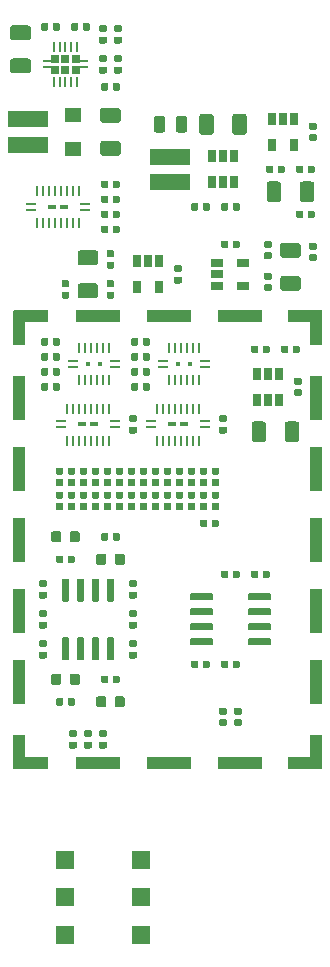
<source format=gbr>
%TF.GenerationSoftware,KiCad,Pcbnew,(5.1.5)-3*%
%TF.CreationDate,2020-11-01T10:27:24+01:00*%
%TF.ProjectId,PmodDAC,506d6f64-4441-4432-9e6b-696361645f70,v0.2*%
%TF.SameCoordinates,Original*%
%TF.FileFunction,Paste,Top*%
%TF.FilePolarity,Positive*%
%FSLAX46Y46*%
G04 Gerber Fmt 4.6, Leading zero omitted, Abs format (unit mm)*
G04 Created by KiCad (PCBNEW (5.1.5)-3) date 2020-11-01 10:27:24*
%MOMM*%
%LPD*%
G04 APERTURE LIST*
%ADD10C,0.100000*%
%ADD11R,1.500000X1.500000*%
%ADD12R,0.650000X0.400000*%
%ADD13R,0.950000X0.240000*%
%ADD14R,0.240000X0.950000*%
%ADD15R,0.650000X1.060000*%
%ADD16R,1.060000X0.650000*%
%ADD17R,0.640000X0.640000*%
%ADD18R,0.700000X0.280000*%
%ADD19R,0.280000X0.850000*%
%ADD20R,0.400000X0.400000*%
%ADD21R,3.400000X1.350000*%
%ADD22R,1.000000X3.800000*%
%ADD23R,1.000000X3.000000*%
%ADD24R,3.000000X1.000000*%
%ADD25R,3.800000X1.000000*%
%ADD26R,1.400000X1.300000*%
G04 APERTURE END LIST*
D10*
%TO.C,R42*%
G36*
X-128893042Y-77150710D02*
G01*
X-128878724Y-77152834D01*
X-128864683Y-77156351D01*
X-128851054Y-77161228D01*
X-128837969Y-77167417D01*
X-128825553Y-77174858D01*
X-128813927Y-77183481D01*
X-128803202Y-77193202D01*
X-128793481Y-77203927D01*
X-128784858Y-77215553D01*
X-128777417Y-77227969D01*
X-128771228Y-77241054D01*
X-128766351Y-77254683D01*
X-128762834Y-77268724D01*
X-128760710Y-77283042D01*
X-128760000Y-77297500D01*
X-128760000Y-77642500D01*
X-128760710Y-77656958D01*
X-128762834Y-77671276D01*
X-128766351Y-77685317D01*
X-128771228Y-77698946D01*
X-128777417Y-77712031D01*
X-128784858Y-77724447D01*
X-128793481Y-77736073D01*
X-128803202Y-77746798D01*
X-128813927Y-77756519D01*
X-128825553Y-77765142D01*
X-128837969Y-77772583D01*
X-128851054Y-77778772D01*
X-128864683Y-77783649D01*
X-128878724Y-77787166D01*
X-128893042Y-77789290D01*
X-128907500Y-77790000D01*
X-129202500Y-77790000D01*
X-129216958Y-77789290D01*
X-129231276Y-77787166D01*
X-129245317Y-77783649D01*
X-129258946Y-77778772D01*
X-129272031Y-77772583D01*
X-129284447Y-77765142D01*
X-129296073Y-77756519D01*
X-129306798Y-77746798D01*
X-129316519Y-77736073D01*
X-129325142Y-77724447D01*
X-129332583Y-77712031D01*
X-129338772Y-77698946D01*
X-129343649Y-77685317D01*
X-129347166Y-77671276D01*
X-129349290Y-77656958D01*
X-129350000Y-77642500D01*
X-129350000Y-77297500D01*
X-129349290Y-77283042D01*
X-129347166Y-77268724D01*
X-129343649Y-77254683D01*
X-129338772Y-77241054D01*
X-129332583Y-77227969D01*
X-129325142Y-77215553D01*
X-129316519Y-77203927D01*
X-129306798Y-77193202D01*
X-129296073Y-77183481D01*
X-129284447Y-77174858D01*
X-129272031Y-77167417D01*
X-129258946Y-77161228D01*
X-129245317Y-77156351D01*
X-129231276Y-77152834D01*
X-129216958Y-77150710D01*
X-129202500Y-77150000D01*
X-128907500Y-77150000D01*
X-128893042Y-77150710D01*
G37*
G36*
X-129863042Y-77150710D02*
G01*
X-129848724Y-77152834D01*
X-129834683Y-77156351D01*
X-129821054Y-77161228D01*
X-129807969Y-77167417D01*
X-129795553Y-77174858D01*
X-129783927Y-77183481D01*
X-129773202Y-77193202D01*
X-129763481Y-77203927D01*
X-129754858Y-77215553D01*
X-129747417Y-77227969D01*
X-129741228Y-77241054D01*
X-129736351Y-77254683D01*
X-129732834Y-77268724D01*
X-129730710Y-77283042D01*
X-129730000Y-77297500D01*
X-129730000Y-77642500D01*
X-129730710Y-77656958D01*
X-129732834Y-77671276D01*
X-129736351Y-77685317D01*
X-129741228Y-77698946D01*
X-129747417Y-77712031D01*
X-129754858Y-77724447D01*
X-129763481Y-77736073D01*
X-129773202Y-77746798D01*
X-129783927Y-77756519D01*
X-129795553Y-77765142D01*
X-129807969Y-77772583D01*
X-129821054Y-77778772D01*
X-129834683Y-77783649D01*
X-129848724Y-77787166D01*
X-129863042Y-77789290D01*
X-129877500Y-77790000D01*
X-130172500Y-77790000D01*
X-130186958Y-77789290D01*
X-130201276Y-77787166D01*
X-130215317Y-77783649D01*
X-130228946Y-77778772D01*
X-130242031Y-77772583D01*
X-130254447Y-77765142D01*
X-130266073Y-77756519D01*
X-130276798Y-77746798D01*
X-130286519Y-77736073D01*
X-130295142Y-77724447D01*
X-130302583Y-77712031D01*
X-130308772Y-77698946D01*
X-130313649Y-77685317D01*
X-130317166Y-77671276D01*
X-130319290Y-77656958D01*
X-130320000Y-77642500D01*
X-130320000Y-77297500D01*
X-130319290Y-77283042D01*
X-130317166Y-77268724D01*
X-130313649Y-77254683D01*
X-130308772Y-77241054D01*
X-130302583Y-77227969D01*
X-130295142Y-77215553D01*
X-130286519Y-77203927D01*
X-130276798Y-77193202D01*
X-130266073Y-77183481D01*
X-130254447Y-77174858D01*
X-130242031Y-77167417D01*
X-130228946Y-77161228D01*
X-130215317Y-77156351D01*
X-130201276Y-77152834D01*
X-130186958Y-77150710D01*
X-130172500Y-77150000D01*
X-129877500Y-77150000D01*
X-129863042Y-77150710D01*
G37*
%TD*%
%TO.C,U12*%
G36*
X-117205297Y-72090722D02*
G01*
X-117190736Y-72092882D01*
X-117176457Y-72096459D01*
X-117162597Y-72101418D01*
X-117149290Y-72107712D01*
X-117136664Y-72115280D01*
X-117124841Y-72124048D01*
X-117113934Y-72133934D01*
X-117104048Y-72144841D01*
X-117095280Y-72156664D01*
X-117087712Y-72169290D01*
X-117081418Y-72182597D01*
X-117076459Y-72196457D01*
X-117072882Y-72210736D01*
X-117070722Y-72225297D01*
X-117070000Y-72240000D01*
X-117070000Y-72540000D01*
X-117070722Y-72554703D01*
X-117072882Y-72569264D01*
X-117076459Y-72583543D01*
X-117081418Y-72597403D01*
X-117087712Y-72610710D01*
X-117095280Y-72623336D01*
X-117104048Y-72635159D01*
X-117113934Y-72646066D01*
X-117124841Y-72655952D01*
X-117136664Y-72664720D01*
X-117149290Y-72672288D01*
X-117162597Y-72678582D01*
X-117176457Y-72683541D01*
X-117190736Y-72687118D01*
X-117205297Y-72689278D01*
X-117220000Y-72690000D01*
X-118870000Y-72690000D01*
X-118884703Y-72689278D01*
X-118899264Y-72687118D01*
X-118913543Y-72683541D01*
X-118927403Y-72678582D01*
X-118940710Y-72672288D01*
X-118953336Y-72664720D01*
X-118965159Y-72655952D01*
X-118976066Y-72646066D01*
X-118985952Y-72635159D01*
X-118994720Y-72623336D01*
X-119002288Y-72610710D01*
X-119008582Y-72597403D01*
X-119013541Y-72583543D01*
X-119017118Y-72569264D01*
X-119019278Y-72554703D01*
X-119020000Y-72540000D01*
X-119020000Y-72240000D01*
X-119019278Y-72225297D01*
X-119017118Y-72210736D01*
X-119013541Y-72196457D01*
X-119008582Y-72182597D01*
X-119002288Y-72169290D01*
X-118994720Y-72156664D01*
X-118985952Y-72144841D01*
X-118976066Y-72133934D01*
X-118965159Y-72124048D01*
X-118953336Y-72115280D01*
X-118940710Y-72107712D01*
X-118927403Y-72101418D01*
X-118913543Y-72096459D01*
X-118899264Y-72092882D01*
X-118884703Y-72090722D01*
X-118870000Y-72090000D01*
X-117220000Y-72090000D01*
X-117205297Y-72090722D01*
G37*
G36*
X-117205297Y-70820722D02*
G01*
X-117190736Y-70822882D01*
X-117176457Y-70826459D01*
X-117162597Y-70831418D01*
X-117149290Y-70837712D01*
X-117136664Y-70845280D01*
X-117124841Y-70854048D01*
X-117113934Y-70863934D01*
X-117104048Y-70874841D01*
X-117095280Y-70886664D01*
X-117087712Y-70899290D01*
X-117081418Y-70912597D01*
X-117076459Y-70926457D01*
X-117072882Y-70940736D01*
X-117070722Y-70955297D01*
X-117070000Y-70970000D01*
X-117070000Y-71270000D01*
X-117070722Y-71284703D01*
X-117072882Y-71299264D01*
X-117076459Y-71313543D01*
X-117081418Y-71327403D01*
X-117087712Y-71340710D01*
X-117095280Y-71353336D01*
X-117104048Y-71365159D01*
X-117113934Y-71376066D01*
X-117124841Y-71385952D01*
X-117136664Y-71394720D01*
X-117149290Y-71402288D01*
X-117162597Y-71408582D01*
X-117176457Y-71413541D01*
X-117190736Y-71417118D01*
X-117205297Y-71419278D01*
X-117220000Y-71420000D01*
X-118870000Y-71420000D01*
X-118884703Y-71419278D01*
X-118899264Y-71417118D01*
X-118913543Y-71413541D01*
X-118927403Y-71408582D01*
X-118940710Y-71402288D01*
X-118953336Y-71394720D01*
X-118965159Y-71385952D01*
X-118976066Y-71376066D01*
X-118985952Y-71365159D01*
X-118994720Y-71353336D01*
X-119002288Y-71340710D01*
X-119008582Y-71327403D01*
X-119013541Y-71313543D01*
X-119017118Y-71299264D01*
X-119019278Y-71284703D01*
X-119020000Y-71270000D01*
X-119020000Y-70970000D01*
X-119019278Y-70955297D01*
X-119017118Y-70940736D01*
X-119013541Y-70926457D01*
X-119008582Y-70912597D01*
X-119002288Y-70899290D01*
X-118994720Y-70886664D01*
X-118985952Y-70874841D01*
X-118976066Y-70863934D01*
X-118965159Y-70854048D01*
X-118953336Y-70845280D01*
X-118940710Y-70837712D01*
X-118927403Y-70831418D01*
X-118913543Y-70826459D01*
X-118899264Y-70822882D01*
X-118884703Y-70820722D01*
X-118870000Y-70820000D01*
X-117220000Y-70820000D01*
X-117205297Y-70820722D01*
G37*
G36*
X-117205297Y-69550722D02*
G01*
X-117190736Y-69552882D01*
X-117176457Y-69556459D01*
X-117162597Y-69561418D01*
X-117149290Y-69567712D01*
X-117136664Y-69575280D01*
X-117124841Y-69584048D01*
X-117113934Y-69593934D01*
X-117104048Y-69604841D01*
X-117095280Y-69616664D01*
X-117087712Y-69629290D01*
X-117081418Y-69642597D01*
X-117076459Y-69656457D01*
X-117072882Y-69670736D01*
X-117070722Y-69685297D01*
X-117070000Y-69700000D01*
X-117070000Y-70000000D01*
X-117070722Y-70014703D01*
X-117072882Y-70029264D01*
X-117076459Y-70043543D01*
X-117081418Y-70057403D01*
X-117087712Y-70070710D01*
X-117095280Y-70083336D01*
X-117104048Y-70095159D01*
X-117113934Y-70106066D01*
X-117124841Y-70115952D01*
X-117136664Y-70124720D01*
X-117149290Y-70132288D01*
X-117162597Y-70138582D01*
X-117176457Y-70143541D01*
X-117190736Y-70147118D01*
X-117205297Y-70149278D01*
X-117220000Y-70150000D01*
X-118870000Y-70150000D01*
X-118884703Y-70149278D01*
X-118899264Y-70147118D01*
X-118913543Y-70143541D01*
X-118927403Y-70138582D01*
X-118940710Y-70132288D01*
X-118953336Y-70124720D01*
X-118965159Y-70115952D01*
X-118976066Y-70106066D01*
X-118985952Y-70095159D01*
X-118994720Y-70083336D01*
X-119002288Y-70070710D01*
X-119008582Y-70057403D01*
X-119013541Y-70043543D01*
X-119017118Y-70029264D01*
X-119019278Y-70014703D01*
X-119020000Y-70000000D01*
X-119020000Y-69700000D01*
X-119019278Y-69685297D01*
X-119017118Y-69670736D01*
X-119013541Y-69656457D01*
X-119008582Y-69642597D01*
X-119002288Y-69629290D01*
X-118994720Y-69616664D01*
X-118985952Y-69604841D01*
X-118976066Y-69593934D01*
X-118965159Y-69584048D01*
X-118953336Y-69575280D01*
X-118940710Y-69567712D01*
X-118927403Y-69561418D01*
X-118913543Y-69556459D01*
X-118899264Y-69552882D01*
X-118884703Y-69550722D01*
X-118870000Y-69550000D01*
X-117220000Y-69550000D01*
X-117205297Y-69550722D01*
G37*
G36*
X-117205297Y-68280722D02*
G01*
X-117190736Y-68282882D01*
X-117176457Y-68286459D01*
X-117162597Y-68291418D01*
X-117149290Y-68297712D01*
X-117136664Y-68305280D01*
X-117124841Y-68314048D01*
X-117113934Y-68323934D01*
X-117104048Y-68334841D01*
X-117095280Y-68346664D01*
X-117087712Y-68359290D01*
X-117081418Y-68372597D01*
X-117076459Y-68386457D01*
X-117072882Y-68400736D01*
X-117070722Y-68415297D01*
X-117070000Y-68430000D01*
X-117070000Y-68730000D01*
X-117070722Y-68744703D01*
X-117072882Y-68759264D01*
X-117076459Y-68773543D01*
X-117081418Y-68787403D01*
X-117087712Y-68800710D01*
X-117095280Y-68813336D01*
X-117104048Y-68825159D01*
X-117113934Y-68836066D01*
X-117124841Y-68845952D01*
X-117136664Y-68854720D01*
X-117149290Y-68862288D01*
X-117162597Y-68868582D01*
X-117176457Y-68873541D01*
X-117190736Y-68877118D01*
X-117205297Y-68879278D01*
X-117220000Y-68880000D01*
X-118870000Y-68880000D01*
X-118884703Y-68879278D01*
X-118899264Y-68877118D01*
X-118913543Y-68873541D01*
X-118927403Y-68868582D01*
X-118940710Y-68862288D01*
X-118953336Y-68854720D01*
X-118965159Y-68845952D01*
X-118976066Y-68836066D01*
X-118985952Y-68825159D01*
X-118994720Y-68813336D01*
X-119002288Y-68800710D01*
X-119008582Y-68787403D01*
X-119013541Y-68773543D01*
X-119017118Y-68759264D01*
X-119019278Y-68744703D01*
X-119020000Y-68730000D01*
X-119020000Y-68430000D01*
X-119019278Y-68415297D01*
X-119017118Y-68400736D01*
X-119013541Y-68386457D01*
X-119008582Y-68372597D01*
X-119002288Y-68359290D01*
X-118994720Y-68346664D01*
X-118985952Y-68334841D01*
X-118976066Y-68323934D01*
X-118965159Y-68314048D01*
X-118953336Y-68305280D01*
X-118940710Y-68297712D01*
X-118927403Y-68291418D01*
X-118913543Y-68286459D01*
X-118899264Y-68282882D01*
X-118884703Y-68280722D01*
X-118870000Y-68280000D01*
X-117220000Y-68280000D01*
X-117205297Y-68280722D01*
G37*
G36*
X-112255297Y-68280722D02*
G01*
X-112240736Y-68282882D01*
X-112226457Y-68286459D01*
X-112212597Y-68291418D01*
X-112199290Y-68297712D01*
X-112186664Y-68305280D01*
X-112174841Y-68314048D01*
X-112163934Y-68323934D01*
X-112154048Y-68334841D01*
X-112145280Y-68346664D01*
X-112137712Y-68359290D01*
X-112131418Y-68372597D01*
X-112126459Y-68386457D01*
X-112122882Y-68400736D01*
X-112120722Y-68415297D01*
X-112120000Y-68430000D01*
X-112120000Y-68730000D01*
X-112120722Y-68744703D01*
X-112122882Y-68759264D01*
X-112126459Y-68773543D01*
X-112131418Y-68787403D01*
X-112137712Y-68800710D01*
X-112145280Y-68813336D01*
X-112154048Y-68825159D01*
X-112163934Y-68836066D01*
X-112174841Y-68845952D01*
X-112186664Y-68854720D01*
X-112199290Y-68862288D01*
X-112212597Y-68868582D01*
X-112226457Y-68873541D01*
X-112240736Y-68877118D01*
X-112255297Y-68879278D01*
X-112270000Y-68880000D01*
X-113920000Y-68880000D01*
X-113934703Y-68879278D01*
X-113949264Y-68877118D01*
X-113963543Y-68873541D01*
X-113977403Y-68868582D01*
X-113990710Y-68862288D01*
X-114003336Y-68854720D01*
X-114015159Y-68845952D01*
X-114026066Y-68836066D01*
X-114035952Y-68825159D01*
X-114044720Y-68813336D01*
X-114052288Y-68800710D01*
X-114058582Y-68787403D01*
X-114063541Y-68773543D01*
X-114067118Y-68759264D01*
X-114069278Y-68744703D01*
X-114070000Y-68730000D01*
X-114070000Y-68430000D01*
X-114069278Y-68415297D01*
X-114067118Y-68400736D01*
X-114063541Y-68386457D01*
X-114058582Y-68372597D01*
X-114052288Y-68359290D01*
X-114044720Y-68346664D01*
X-114035952Y-68334841D01*
X-114026066Y-68323934D01*
X-114015159Y-68314048D01*
X-114003336Y-68305280D01*
X-113990710Y-68297712D01*
X-113977403Y-68291418D01*
X-113963543Y-68286459D01*
X-113949264Y-68282882D01*
X-113934703Y-68280722D01*
X-113920000Y-68280000D01*
X-112270000Y-68280000D01*
X-112255297Y-68280722D01*
G37*
G36*
X-112255297Y-69550722D02*
G01*
X-112240736Y-69552882D01*
X-112226457Y-69556459D01*
X-112212597Y-69561418D01*
X-112199290Y-69567712D01*
X-112186664Y-69575280D01*
X-112174841Y-69584048D01*
X-112163934Y-69593934D01*
X-112154048Y-69604841D01*
X-112145280Y-69616664D01*
X-112137712Y-69629290D01*
X-112131418Y-69642597D01*
X-112126459Y-69656457D01*
X-112122882Y-69670736D01*
X-112120722Y-69685297D01*
X-112120000Y-69700000D01*
X-112120000Y-70000000D01*
X-112120722Y-70014703D01*
X-112122882Y-70029264D01*
X-112126459Y-70043543D01*
X-112131418Y-70057403D01*
X-112137712Y-70070710D01*
X-112145280Y-70083336D01*
X-112154048Y-70095159D01*
X-112163934Y-70106066D01*
X-112174841Y-70115952D01*
X-112186664Y-70124720D01*
X-112199290Y-70132288D01*
X-112212597Y-70138582D01*
X-112226457Y-70143541D01*
X-112240736Y-70147118D01*
X-112255297Y-70149278D01*
X-112270000Y-70150000D01*
X-113920000Y-70150000D01*
X-113934703Y-70149278D01*
X-113949264Y-70147118D01*
X-113963543Y-70143541D01*
X-113977403Y-70138582D01*
X-113990710Y-70132288D01*
X-114003336Y-70124720D01*
X-114015159Y-70115952D01*
X-114026066Y-70106066D01*
X-114035952Y-70095159D01*
X-114044720Y-70083336D01*
X-114052288Y-70070710D01*
X-114058582Y-70057403D01*
X-114063541Y-70043543D01*
X-114067118Y-70029264D01*
X-114069278Y-70014703D01*
X-114070000Y-70000000D01*
X-114070000Y-69700000D01*
X-114069278Y-69685297D01*
X-114067118Y-69670736D01*
X-114063541Y-69656457D01*
X-114058582Y-69642597D01*
X-114052288Y-69629290D01*
X-114044720Y-69616664D01*
X-114035952Y-69604841D01*
X-114026066Y-69593934D01*
X-114015159Y-69584048D01*
X-114003336Y-69575280D01*
X-113990710Y-69567712D01*
X-113977403Y-69561418D01*
X-113963543Y-69556459D01*
X-113949264Y-69552882D01*
X-113934703Y-69550722D01*
X-113920000Y-69550000D01*
X-112270000Y-69550000D01*
X-112255297Y-69550722D01*
G37*
G36*
X-112255297Y-70820722D02*
G01*
X-112240736Y-70822882D01*
X-112226457Y-70826459D01*
X-112212597Y-70831418D01*
X-112199290Y-70837712D01*
X-112186664Y-70845280D01*
X-112174841Y-70854048D01*
X-112163934Y-70863934D01*
X-112154048Y-70874841D01*
X-112145280Y-70886664D01*
X-112137712Y-70899290D01*
X-112131418Y-70912597D01*
X-112126459Y-70926457D01*
X-112122882Y-70940736D01*
X-112120722Y-70955297D01*
X-112120000Y-70970000D01*
X-112120000Y-71270000D01*
X-112120722Y-71284703D01*
X-112122882Y-71299264D01*
X-112126459Y-71313543D01*
X-112131418Y-71327403D01*
X-112137712Y-71340710D01*
X-112145280Y-71353336D01*
X-112154048Y-71365159D01*
X-112163934Y-71376066D01*
X-112174841Y-71385952D01*
X-112186664Y-71394720D01*
X-112199290Y-71402288D01*
X-112212597Y-71408582D01*
X-112226457Y-71413541D01*
X-112240736Y-71417118D01*
X-112255297Y-71419278D01*
X-112270000Y-71420000D01*
X-113920000Y-71420000D01*
X-113934703Y-71419278D01*
X-113949264Y-71417118D01*
X-113963543Y-71413541D01*
X-113977403Y-71408582D01*
X-113990710Y-71402288D01*
X-114003336Y-71394720D01*
X-114015159Y-71385952D01*
X-114026066Y-71376066D01*
X-114035952Y-71365159D01*
X-114044720Y-71353336D01*
X-114052288Y-71340710D01*
X-114058582Y-71327403D01*
X-114063541Y-71313543D01*
X-114067118Y-71299264D01*
X-114069278Y-71284703D01*
X-114070000Y-71270000D01*
X-114070000Y-70970000D01*
X-114069278Y-70955297D01*
X-114067118Y-70940736D01*
X-114063541Y-70926457D01*
X-114058582Y-70912597D01*
X-114052288Y-70899290D01*
X-114044720Y-70886664D01*
X-114035952Y-70874841D01*
X-114026066Y-70863934D01*
X-114015159Y-70854048D01*
X-114003336Y-70845280D01*
X-113990710Y-70837712D01*
X-113977403Y-70831418D01*
X-113963543Y-70826459D01*
X-113949264Y-70822882D01*
X-113934703Y-70820722D01*
X-113920000Y-70820000D01*
X-112270000Y-70820000D01*
X-112255297Y-70820722D01*
G37*
G36*
X-112255297Y-72090722D02*
G01*
X-112240736Y-72092882D01*
X-112226457Y-72096459D01*
X-112212597Y-72101418D01*
X-112199290Y-72107712D01*
X-112186664Y-72115280D01*
X-112174841Y-72124048D01*
X-112163934Y-72133934D01*
X-112154048Y-72144841D01*
X-112145280Y-72156664D01*
X-112137712Y-72169290D01*
X-112131418Y-72182597D01*
X-112126459Y-72196457D01*
X-112122882Y-72210736D01*
X-112120722Y-72225297D01*
X-112120000Y-72240000D01*
X-112120000Y-72540000D01*
X-112120722Y-72554703D01*
X-112122882Y-72569264D01*
X-112126459Y-72583543D01*
X-112131418Y-72597403D01*
X-112137712Y-72610710D01*
X-112145280Y-72623336D01*
X-112154048Y-72635159D01*
X-112163934Y-72646066D01*
X-112174841Y-72655952D01*
X-112186664Y-72664720D01*
X-112199290Y-72672288D01*
X-112212597Y-72678582D01*
X-112226457Y-72683541D01*
X-112240736Y-72687118D01*
X-112255297Y-72689278D01*
X-112270000Y-72690000D01*
X-113920000Y-72690000D01*
X-113934703Y-72689278D01*
X-113949264Y-72687118D01*
X-113963543Y-72683541D01*
X-113977403Y-72678582D01*
X-113990710Y-72672288D01*
X-114003336Y-72664720D01*
X-114015159Y-72655952D01*
X-114026066Y-72646066D01*
X-114035952Y-72635159D01*
X-114044720Y-72623336D01*
X-114052288Y-72610710D01*
X-114058582Y-72597403D01*
X-114063541Y-72583543D01*
X-114067118Y-72569264D01*
X-114069278Y-72554703D01*
X-114070000Y-72540000D01*
X-114070000Y-72240000D01*
X-114069278Y-72225297D01*
X-114067118Y-72210736D01*
X-114063541Y-72196457D01*
X-114058582Y-72182597D01*
X-114052288Y-72169290D01*
X-114044720Y-72156664D01*
X-114035952Y-72144841D01*
X-114026066Y-72133934D01*
X-114015159Y-72124048D01*
X-114003336Y-72115280D01*
X-113990710Y-72107712D01*
X-113977403Y-72101418D01*
X-113963543Y-72096459D01*
X-113949264Y-72092882D01*
X-113934703Y-72090722D01*
X-113920000Y-72090000D01*
X-112270000Y-72090000D01*
X-112255297Y-72090722D01*
G37*
%TD*%
%TO.C,R41*%
G36*
X-126053042Y-75245710D02*
G01*
X-126038724Y-75247834D01*
X-126024683Y-75251351D01*
X-126011054Y-75256228D01*
X-125997969Y-75262417D01*
X-125985553Y-75269858D01*
X-125973927Y-75278481D01*
X-125963202Y-75288202D01*
X-125953481Y-75298927D01*
X-125944858Y-75310553D01*
X-125937417Y-75322969D01*
X-125931228Y-75336054D01*
X-125926351Y-75349683D01*
X-125922834Y-75363724D01*
X-125920710Y-75378042D01*
X-125920000Y-75392500D01*
X-125920000Y-75737500D01*
X-125920710Y-75751958D01*
X-125922834Y-75766276D01*
X-125926351Y-75780317D01*
X-125931228Y-75793946D01*
X-125937417Y-75807031D01*
X-125944858Y-75819447D01*
X-125953481Y-75831073D01*
X-125963202Y-75841798D01*
X-125973927Y-75851519D01*
X-125985553Y-75860142D01*
X-125997969Y-75867583D01*
X-126011054Y-75873772D01*
X-126024683Y-75878649D01*
X-126038724Y-75882166D01*
X-126053042Y-75884290D01*
X-126067500Y-75885000D01*
X-126362500Y-75885000D01*
X-126376958Y-75884290D01*
X-126391276Y-75882166D01*
X-126405317Y-75878649D01*
X-126418946Y-75873772D01*
X-126432031Y-75867583D01*
X-126444447Y-75860142D01*
X-126456073Y-75851519D01*
X-126466798Y-75841798D01*
X-126476519Y-75831073D01*
X-126485142Y-75819447D01*
X-126492583Y-75807031D01*
X-126498772Y-75793946D01*
X-126503649Y-75780317D01*
X-126507166Y-75766276D01*
X-126509290Y-75751958D01*
X-126510000Y-75737500D01*
X-126510000Y-75392500D01*
X-126509290Y-75378042D01*
X-126507166Y-75363724D01*
X-126503649Y-75349683D01*
X-126498772Y-75336054D01*
X-126492583Y-75322969D01*
X-126485142Y-75310553D01*
X-126476519Y-75298927D01*
X-126466798Y-75288202D01*
X-126456073Y-75278481D01*
X-126444447Y-75269858D01*
X-126432031Y-75262417D01*
X-126418946Y-75256228D01*
X-126405317Y-75251351D01*
X-126391276Y-75247834D01*
X-126376958Y-75245710D01*
X-126362500Y-75245000D01*
X-126067500Y-75245000D01*
X-126053042Y-75245710D01*
G37*
G36*
X-125083042Y-75245710D02*
G01*
X-125068724Y-75247834D01*
X-125054683Y-75251351D01*
X-125041054Y-75256228D01*
X-125027969Y-75262417D01*
X-125015553Y-75269858D01*
X-125003927Y-75278481D01*
X-124993202Y-75288202D01*
X-124983481Y-75298927D01*
X-124974858Y-75310553D01*
X-124967417Y-75322969D01*
X-124961228Y-75336054D01*
X-124956351Y-75349683D01*
X-124952834Y-75363724D01*
X-124950710Y-75378042D01*
X-124950000Y-75392500D01*
X-124950000Y-75737500D01*
X-124950710Y-75751958D01*
X-124952834Y-75766276D01*
X-124956351Y-75780317D01*
X-124961228Y-75793946D01*
X-124967417Y-75807031D01*
X-124974858Y-75819447D01*
X-124983481Y-75831073D01*
X-124993202Y-75841798D01*
X-125003927Y-75851519D01*
X-125015553Y-75860142D01*
X-125027969Y-75867583D01*
X-125041054Y-75873772D01*
X-125054683Y-75878649D01*
X-125068724Y-75882166D01*
X-125083042Y-75884290D01*
X-125097500Y-75885000D01*
X-125392500Y-75885000D01*
X-125406958Y-75884290D01*
X-125421276Y-75882166D01*
X-125435317Y-75878649D01*
X-125448946Y-75873772D01*
X-125462031Y-75867583D01*
X-125474447Y-75860142D01*
X-125486073Y-75851519D01*
X-125496798Y-75841798D01*
X-125506519Y-75831073D01*
X-125515142Y-75819447D01*
X-125522583Y-75807031D01*
X-125528772Y-75793946D01*
X-125533649Y-75780317D01*
X-125537166Y-75766276D01*
X-125539290Y-75751958D01*
X-125540000Y-75737500D01*
X-125540000Y-75392500D01*
X-125539290Y-75378042D01*
X-125537166Y-75363724D01*
X-125533649Y-75349683D01*
X-125528772Y-75336054D01*
X-125522583Y-75322969D01*
X-125515142Y-75310553D01*
X-125506519Y-75298927D01*
X-125496798Y-75288202D01*
X-125486073Y-75278481D01*
X-125474447Y-75269858D01*
X-125462031Y-75262417D01*
X-125448946Y-75256228D01*
X-125435317Y-75251351D01*
X-125421276Y-75247834D01*
X-125406958Y-75245710D01*
X-125392500Y-75245000D01*
X-125097500Y-75245000D01*
X-125083042Y-75245710D01*
G37*
%TD*%
%TO.C,C36*%
G36*
X-113353042Y-66355710D02*
G01*
X-113338724Y-66357834D01*
X-113324683Y-66361351D01*
X-113311054Y-66366228D01*
X-113297969Y-66372417D01*
X-113285553Y-66379858D01*
X-113273927Y-66388481D01*
X-113263202Y-66398202D01*
X-113253481Y-66408927D01*
X-113244858Y-66420553D01*
X-113237417Y-66432969D01*
X-113231228Y-66446054D01*
X-113226351Y-66459683D01*
X-113222834Y-66473724D01*
X-113220710Y-66488042D01*
X-113220000Y-66502500D01*
X-113220000Y-66847500D01*
X-113220710Y-66861958D01*
X-113222834Y-66876276D01*
X-113226351Y-66890317D01*
X-113231228Y-66903946D01*
X-113237417Y-66917031D01*
X-113244858Y-66929447D01*
X-113253481Y-66941073D01*
X-113263202Y-66951798D01*
X-113273927Y-66961519D01*
X-113285553Y-66970142D01*
X-113297969Y-66977583D01*
X-113311054Y-66983772D01*
X-113324683Y-66988649D01*
X-113338724Y-66992166D01*
X-113353042Y-66994290D01*
X-113367500Y-66995000D01*
X-113662500Y-66995000D01*
X-113676958Y-66994290D01*
X-113691276Y-66992166D01*
X-113705317Y-66988649D01*
X-113718946Y-66983772D01*
X-113732031Y-66977583D01*
X-113744447Y-66970142D01*
X-113756073Y-66961519D01*
X-113766798Y-66951798D01*
X-113776519Y-66941073D01*
X-113785142Y-66929447D01*
X-113792583Y-66917031D01*
X-113798772Y-66903946D01*
X-113803649Y-66890317D01*
X-113807166Y-66876276D01*
X-113809290Y-66861958D01*
X-113810000Y-66847500D01*
X-113810000Y-66502500D01*
X-113809290Y-66488042D01*
X-113807166Y-66473724D01*
X-113803649Y-66459683D01*
X-113798772Y-66446054D01*
X-113792583Y-66432969D01*
X-113785142Y-66420553D01*
X-113776519Y-66408927D01*
X-113766798Y-66398202D01*
X-113756073Y-66388481D01*
X-113744447Y-66379858D01*
X-113732031Y-66372417D01*
X-113718946Y-66366228D01*
X-113705317Y-66361351D01*
X-113691276Y-66357834D01*
X-113676958Y-66355710D01*
X-113662500Y-66355000D01*
X-113367500Y-66355000D01*
X-113353042Y-66355710D01*
G37*
G36*
X-112383042Y-66355710D02*
G01*
X-112368724Y-66357834D01*
X-112354683Y-66361351D01*
X-112341054Y-66366228D01*
X-112327969Y-66372417D01*
X-112315553Y-66379858D01*
X-112303927Y-66388481D01*
X-112293202Y-66398202D01*
X-112283481Y-66408927D01*
X-112274858Y-66420553D01*
X-112267417Y-66432969D01*
X-112261228Y-66446054D01*
X-112256351Y-66459683D01*
X-112252834Y-66473724D01*
X-112250710Y-66488042D01*
X-112250000Y-66502500D01*
X-112250000Y-66847500D01*
X-112250710Y-66861958D01*
X-112252834Y-66876276D01*
X-112256351Y-66890317D01*
X-112261228Y-66903946D01*
X-112267417Y-66917031D01*
X-112274858Y-66929447D01*
X-112283481Y-66941073D01*
X-112293202Y-66951798D01*
X-112303927Y-66961519D01*
X-112315553Y-66970142D01*
X-112327969Y-66977583D01*
X-112341054Y-66983772D01*
X-112354683Y-66988649D01*
X-112368724Y-66992166D01*
X-112383042Y-66994290D01*
X-112397500Y-66995000D01*
X-112692500Y-66995000D01*
X-112706958Y-66994290D01*
X-112721276Y-66992166D01*
X-112735317Y-66988649D01*
X-112748946Y-66983772D01*
X-112762031Y-66977583D01*
X-112774447Y-66970142D01*
X-112786073Y-66961519D01*
X-112796798Y-66951798D01*
X-112806519Y-66941073D01*
X-112815142Y-66929447D01*
X-112822583Y-66917031D01*
X-112828772Y-66903946D01*
X-112833649Y-66890317D01*
X-112837166Y-66876276D01*
X-112839290Y-66861958D01*
X-112840000Y-66847500D01*
X-112840000Y-66502500D01*
X-112839290Y-66488042D01*
X-112837166Y-66473724D01*
X-112833649Y-66459683D01*
X-112828772Y-66446054D01*
X-112822583Y-66432969D01*
X-112815142Y-66420553D01*
X-112806519Y-66408927D01*
X-112796798Y-66398202D01*
X-112786073Y-66388481D01*
X-112774447Y-66379858D01*
X-112762031Y-66372417D01*
X-112748946Y-66366228D01*
X-112735317Y-66361351D01*
X-112721276Y-66357834D01*
X-112706958Y-66355710D01*
X-112692500Y-66355000D01*
X-112397500Y-66355000D01*
X-112383042Y-66355710D01*
G37*
%TD*%
%TO.C,C35*%
G36*
X-118433042Y-73975710D02*
G01*
X-118418724Y-73977834D01*
X-118404683Y-73981351D01*
X-118391054Y-73986228D01*
X-118377969Y-73992417D01*
X-118365553Y-73999858D01*
X-118353927Y-74008481D01*
X-118343202Y-74018202D01*
X-118333481Y-74028927D01*
X-118324858Y-74040553D01*
X-118317417Y-74052969D01*
X-118311228Y-74066054D01*
X-118306351Y-74079683D01*
X-118302834Y-74093724D01*
X-118300710Y-74108042D01*
X-118300000Y-74122500D01*
X-118300000Y-74467500D01*
X-118300710Y-74481958D01*
X-118302834Y-74496276D01*
X-118306351Y-74510317D01*
X-118311228Y-74523946D01*
X-118317417Y-74537031D01*
X-118324858Y-74549447D01*
X-118333481Y-74561073D01*
X-118343202Y-74571798D01*
X-118353927Y-74581519D01*
X-118365553Y-74590142D01*
X-118377969Y-74597583D01*
X-118391054Y-74603772D01*
X-118404683Y-74608649D01*
X-118418724Y-74612166D01*
X-118433042Y-74614290D01*
X-118447500Y-74615000D01*
X-118742500Y-74615000D01*
X-118756958Y-74614290D01*
X-118771276Y-74612166D01*
X-118785317Y-74608649D01*
X-118798946Y-74603772D01*
X-118812031Y-74597583D01*
X-118824447Y-74590142D01*
X-118836073Y-74581519D01*
X-118846798Y-74571798D01*
X-118856519Y-74561073D01*
X-118865142Y-74549447D01*
X-118872583Y-74537031D01*
X-118878772Y-74523946D01*
X-118883649Y-74510317D01*
X-118887166Y-74496276D01*
X-118889290Y-74481958D01*
X-118890000Y-74467500D01*
X-118890000Y-74122500D01*
X-118889290Y-74108042D01*
X-118887166Y-74093724D01*
X-118883649Y-74079683D01*
X-118878772Y-74066054D01*
X-118872583Y-74052969D01*
X-118865142Y-74040553D01*
X-118856519Y-74028927D01*
X-118846798Y-74018202D01*
X-118836073Y-74008481D01*
X-118824447Y-73999858D01*
X-118812031Y-73992417D01*
X-118798946Y-73986228D01*
X-118785317Y-73981351D01*
X-118771276Y-73977834D01*
X-118756958Y-73975710D01*
X-118742500Y-73975000D01*
X-118447500Y-73975000D01*
X-118433042Y-73975710D01*
G37*
G36*
X-117463042Y-73975710D02*
G01*
X-117448724Y-73977834D01*
X-117434683Y-73981351D01*
X-117421054Y-73986228D01*
X-117407969Y-73992417D01*
X-117395553Y-73999858D01*
X-117383927Y-74008481D01*
X-117373202Y-74018202D01*
X-117363481Y-74028927D01*
X-117354858Y-74040553D01*
X-117347417Y-74052969D01*
X-117341228Y-74066054D01*
X-117336351Y-74079683D01*
X-117332834Y-74093724D01*
X-117330710Y-74108042D01*
X-117330000Y-74122500D01*
X-117330000Y-74467500D01*
X-117330710Y-74481958D01*
X-117332834Y-74496276D01*
X-117336351Y-74510317D01*
X-117341228Y-74523946D01*
X-117347417Y-74537031D01*
X-117354858Y-74549447D01*
X-117363481Y-74561073D01*
X-117373202Y-74571798D01*
X-117383927Y-74581519D01*
X-117395553Y-74590142D01*
X-117407969Y-74597583D01*
X-117421054Y-74603772D01*
X-117434683Y-74608649D01*
X-117448724Y-74612166D01*
X-117463042Y-74614290D01*
X-117477500Y-74615000D01*
X-117772500Y-74615000D01*
X-117786958Y-74614290D01*
X-117801276Y-74612166D01*
X-117815317Y-74608649D01*
X-117828946Y-74603772D01*
X-117842031Y-74597583D01*
X-117854447Y-74590142D01*
X-117866073Y-74581519D01*
X-117876798Y-74571798D01*
X-117886519Y-74561073D01*
X-117895142Y-74549447D01*
X-117902583Y-74537031D01*
X-117908772Y-74523946D01*
X-117913649Y-74510317D01*
X-117917166Y-74496276D01*
X-117919290Y-74481958D01*
X-117920000Y-74467500D01*
X-117920000Y-74122500D01*
X-117919290Y-74108042D01*
X-117917166Y-74093724D01*
X-117913649Y-74079683D01*
X-117908772Y-74066054D01*
X-117902583Y-74052969D01*
X-117895142Y-74040553D01*
X-117886519Y-74028927D01*
X-117876798Y-74018202D01*
X-117866073Y-74008481D01*
X-117854447Y-73999858D01*
X-117842031Y-73992417D01*
X-117828946Y-73986228D01*
X-117815317Y-73981351D01*
X-117801276Y-73977834D01*
X-117786958Y-73975710D01*
X-117772500Y-73975000D01*
X-117477500Y-73975000D01*
X-117463042Y-73975710D01*
G37*
%TD*%
%TO.C,C29*%
G36*
X-114923042Y-66355710D02*
G01*
X-114908724Y-66357834D01*
X-114894683Y-66361351D01*
X-114881054Y-66366228D01*
X-114867969Y-66372417D01*
X-114855553Y-66379858D01*
X-114843927Y-66388481D01*
X-114833202Y-66398202D01*
X-114823481Y-66408927D01*
X-114814858Y-66420553D01*
X-114807417Y-66432969D01*
X-114801228Y-66446054D01*
X-114796351Y-66459683D01*
X-114792834Y-66473724D01*
X-114790710Y-66488042D01*
X-114790000Y-66502500D01*
X-114790000Y-66847500D01*
X-114790710Y-66861958D01*
X-114792834Y-66876276D01*
X-114796351Y-66890317D01*
X-114801228Y-66903946D01*
X-114807417Y-66917031D01*
X-114814858Y-66929447D01*
X-114823481Y-66941073D01*
X-114833202Y-66951798D01*
X-114843927Y-66961519D01*
X-114855553Y-66970142D01*
X-114867969Y-66977583D01*
X-114881054Y-66983772D01*
X-114894683Y-66988649D01*
X-114908724Y-66992166D01*
X-114923042Y-66994290D01*
X-114937500Y-66995000D01*
X-115232500Y-66995000D01*
X-115246958Y-66994290D01*
X-115261276Y-66992166D01*
X-115275317Y-66988649D01*
X-115288946Y-66983772D01*
X-115302031Y-66977583D01*
X-115314447Y-66970142D01*
X-115326073Y-66961519D01*
X-115336798Y-66951798D01*
X-115346519Y-66941073D01*
X-115355142Y-66929447D01*
X-115362583Y-66917031D01*
X-115368772Y-66903946D01*
X-115373649Y-66890317D01*
X-115377166Y-66876276D01*
X-115379290Y-66861958D01*
X-115380000Y-66847500D01*
X-115380000Y-66502500D01*
X-115379290Y-66488042D01*
X-115377166Y-66473724D01*
X-115373649Y-66459683D01*
X-115368772Y-66446054D01*
X-115362583Y-66432969D01*
X-115355142Y-66420553D01*
X-115346519Y-66408927D01*
X-115336798Y-66398202D01*
X-115326073Y-66388481D01*
X-115314447Y-66379858D01*
X-115302031Y-66372417D01*
X-115288946Y-66366228D01*
X-115275317Y-66361351D01*
X-115261276Y-66357834D01*
X-115246958Y-66355710D01*
X-115232500Y-66355000D01*
X-114937500Y-66355000D01*
X-114923042Y-66355710D01*
G37*
G36*
X-115893042Y-66355710D02*
G01*
X-115878724Y-66357834D01*
X-115864683Y-66361351D01*
X-115851054Y-66366228D01*
X-115837969Y-66372417D01*
X-115825553Y-66379858D01*
X-115813927Y-66388481D01*
X-115803202Y-66398202D01*
X-115793481Y-66408927D01*
X-115784858Y-66420553D01*
X-115777417Y-66432969D01*
X-115771228Y-66446054D01*
X-115766351Y-66459683D01*
X-115762834Y-66473724D01*
X-115760710Y-66488042D01*
X-115760000Y-66502500D01*
X-115760000Y-66847500D01*
X-115760710Y-66861958D01*
X-115762834Y-66876276D01*
X-115766351Y-66890317D01*
X-115771228Y-66903946D01*
X-115777417Y-66917031D01*
X-115784858Y-66929447D01*
X-115793481Y-66941073D01*
X-115803202Y-66951798D01*
X-115813927Y-66961519D01*
X-115825553Y-66970142D01*
X-115837969Y-66977583D01*
X-115851054Y-66983772D01*
X-115864683Y-66988649D01*
X-115878724Y-66992166D01*
X-115893042Y-66994290D01*
X-115907500Y-66995000D01*
X-116202500Y-66995000D01*
X-116216958Y-66994290D01*
X-116231276Y-66992166D01*
X-116245317Y-66988649D01*
X-116258946Y-66983772D01*
X-116272031Y-66977583D01*
X-116284447Y-66970142D01*
X-116296073Y-66961519D01*
X-116306798Y-66951798D01*
X-116316519Y-66941073D01*
X-116325142Y-66929447D01*
X-116332583Y-66917031D01*
X-116338772Y-66903946D01*
X-116343649Y-66890317D01*
X-116347166Y-66876276D01*
X-116349290Y-66861958D01*
X-116350000Y-66847500D01*
X-116350000Y-66502500D01*
X-116349290Y-66488042D01*
X-116347166Y-66473724D01*
X-116343649Y-66459683D01*
X-116338772Y-66446054D01*
X-116332583Y-66432969D01*
X-116325142Y-66420553D01*
X-116316519Y-66408927D01*
X-116306798Y-66398202D01*
X-116296073Y-66388481D01*
X-116284447Y-66379858D01*
X-116272031Y-66372417D01*
X-116258946Y-66366228D01*
X-116245317Y-66361351D01*
X-116231276Y-66357834D01*
X-116216958Y-66355710D01*
X-116202500Y-66355000D01*
X-115907500Y-66355000D01*
X-115893042Y-66355710D01*
G37*
%TD*%
%TO.C,C28*%
G36*
X-114923042Y-73975710D02*
G01*
X-114908724Y-73977834D01*
X-114894683Y-73981351D01*
X-114881054Y-73986228D01*
X-114867969Y-73992417D01*
X-114855553Y-73999858D01*
X-114843927Y-74008481D01*
X-114833202Y-74018202D01*
X-114823481Y-74028927D01*
X-114814858Y-74040553D01*
X-114807417Y-74052969D01*
X-114801228Y-74066054D01*
X-114796351Y-74079683D01*
X-114792834Y-74093724D01*
X-114790710Y-74108042D01*
X-114790000Y-74122500D01*
X-114790000Y-74467500D01*
X-114790710Y-74481958D01*
X-114792834Y-74496276D01*
X-114796351Y-74510317D01*
X-114801228Y-74523946D01*
X-114807417Y-74537031D01*
X-114814858Y-74549447D01*
X-114823481Y-74561073D01*
X-114833202Y-74571798D01*
X-114843927Y-74581519D01*
X-114855553Y-74590142D01*
X-114867969Y-74597583D01*
X-114881054Y-74603772D01*
X-114894683Y-74608649D01*
X-114908724Y-74612166D01*
X-114923042Y-74614290D01*
X-114937500Y-74615000D01*
X-115232500Y-74615000D01*
X-115246958Y-74614290D01*
X-115261276Y-74612166D01*
X-115275317Y-74608649D01*
X-115288946Y-74603772D01*
X-115302031Y-74597583D01*
X-115314447Y-74590142D01*
X-115326073Y-74581519D01*
X-115336798Y-74571798D01*
X-115346519Y-74561073D01*
X-115355142Y-74549447D01*
X-115362583Y-74537031D01*
X-115368772Y-74523946D01*
X-115373649Y-74510317D01*
X-115377166Y-74496276D01*
X-115379290Y-74481958D01*
X-115380000Y-74467500D01*
X-115380000Y-74122500D01*
X-115379290Y-74108042D01*
X-115377166Y-74093724D01*
X-115373649Y-74079683D01*
X-115368772Y-74066054D01*
X-115362583Y-74052969D01*
X-115355142Y-74040553D01*
X-115346519Y-74028927D01*
X-115336798Y-74018202D01*
X-115326073Y-74008481D01*
X-115314447Y-73999858D01*
X-115302031Y-73992417D01*
X-115288946Y-73986228D01*
X-115275317Y-73981351D01*
X-115261276Y-73977834D01*
X-115246958Y-73975710D01*
X-115232500Y-73975000D01*
X-114937500Y-73975000D01*
X-114923042Y-73975710D01*
G37*
G36*
X-115893042Y-73975710D02*
G01*
X-115878724Y-73977834D01*
X-115864683Y-73981351D01*
X-115851054Y-73986228D01*
X-115837969Y-73992417D01*
X-115825553Y-73999858D01*
X-115813927Y-74008481D01*
X-115803202Y-74018202D01*
X-115793481Y-74028927D01*
X-115784858Y-74040553D01*
X-115777417Y-74052969D01*
X-115771228Y-74066054D01*
X-115766351Y-74079683D01*
X-115762834Y-74093724D01*
X-115760710Y-74108042D01*
X-115760000Y-74122500D01*
X-115760000Y-74467500D01*
X-115760710Y-74481958D01*
X-115762834Y-74496276D01*
X-115766351Y-74510317D01*
X-115771228Y-74523946D01*
X-115777417Y-74537031D01*
X-115784858Y-74549447D01*
X-115793481Y-74561073D01*
X-115803202Y-74571798D01*
X-115813927Y-74581519D01*
X-115825553Y-74590142D01*
X-115837969Y-74597583D01*
X-115851054Y-74603772D01*
X-115864683Y-74608649D01*
X-115878724Y-74612166D01*
X-115893042Y-74614290D01*
X-115907500Y-74615000D01*
X-116202500Y-74615000D01*
X-116216958Y-74614290D01*
X-116231276Y-74612166D01*
X-116245317Y-74608649D01*
X-116258946Y-74603772D01*
X-116272031Y-74597583D01*
X-116284447Y-74590142D01*
X-116296073Y-74581519D01*
X-116306798Y-74571798D01*
X-116316519Y-74561073D01*
X-116325142Y-74549447D01*
X-116332583Y-74537031D01*
X-116338772Y-74523946D01*
X-116343649Y-74510317D01*
X-116347166Y-74496276D01*
X-116349290Y-74481958D01*
X-116350000Y-74467500D01*
X-116350000Y-74122500D01*
X-116349290Y-74108042D01*
X-116347166Y-74093724D01*
X-116343649Y-74079683D01*
X-116338772Y-74066054D01*
X-116332583Y-74052969D01*
X-116325142Y-74040553D01*
X-116316519Y-74028927D01*
X-116306798Y-74018202D01*
X-116296073Y-74008481D01*
X-116284447Y-73999858D01*
X-116272031Y-73992417D01*
X-116258946Y-73986228D01*
X-116245317Y-73981351D01*
X-116231276Y-73977834D01*
X-116216958Y-73975710D01*
X-116202500Y-73975000D01*
X-115907500Y-73975000D01*
X-115893042Y-73975710D01*
G37*
%TD*%
%TO.C,C24*%
G36*
X-128512309Y-75091053D02*
G01*
X-128491074Y-75094203D01*
X-128470250Y-75099419D01*
X-128450038Y-75106651D01*
X-128430632Y-75115830D01*
X-128412219Y-75126866D01*
X-128394976Y-75139654D01*
X-128379070Y-75154070D01*
X-128364654Y-75169976D01*
X-128351866Y-75187219D01*
X-128340830Y-75205632D01*
X-128331651Y-75225038D01*
X-128324419Y-75245250D01*
X-128319203Y-75266074D01*
X-128316053Y-75287309D01*
X-128315000Y-75308750D01*
X-128315000Y-75821250D01*
X-128316053Y-75842691D01*
X-128319203Y-75863926D01*
X-128324419Y-75884750D01*
X-128331651Y-75904962D01*
X-128340830Y-75924368D01*
X-128351866Y-75942781D01*
X-128364654Y-75960024D01*
X-128379070Y-75975930D01*
X-128394976Y-75990346D01*
X-128412219Y-76003134D01*
X-128430632Y-76014170D01*
X-128450038Y-76023349D01*
X-128470250Y-76030581D01*
X-128491074Y-76035797D01*
X-128512309Y-76038947D01*
X-128533750Y-76040000D01*
X-128971250Y-76040000D01*
X-128992691Y-76038947D01*
X-129013926Y-76035797D01*
X-129034750Y-76030581D01*
X-129054962Y-76023349D01*
X-129074368Y-76014170D01*
X-129092781Y-76003134D01*
X-129110024Y-75990346D01*
X-129125930Y-75975930D01*
X-129140346Y-75960024D01*
X-129153134Y-75942781D01*
X-129164170Y-75924368D01*
X-129173349Y-75904962D01*
X-129180581Y-75884750D01*
X-129185797Y-75863926D01*
X-129188947Y-75842691D01*
X-129190000Y-75821250D01*
X-129190000Y-75308750D01*
X-129188947Y-75287309D01*
X-129185797Y-75266074D01*
X-129180581Y-75245250D01*
X-129173349Y-75225038D01*
X-129164170Y-75205632D01*
X-129153134Y-75187219D01*
X-129140346Y-75169976D01*
X-129125930Y-75154070D01*
X-129110024Y-75139654D01*
X-129092781Y-75126866D01*
X-129074368Y-75115830D01*
X-129054962Y-75106651D01*
X-129034750Y-75099419D01*
X-129013926Y-75094203D01*
X-128992691Y-75091053D01*
X-128971250Y-75090000D01*
X-128533750Y-75090000D01*
X-128512309Y-75091053D01*
G37*
G36*
X-130087309Y-75091053D02*
G01*
X-130066074Y-75094203D01*
X-130045250Y-75099419D01*
X-130025038Y-75106651D01*
X-130005632Y-75115830D01*
X-129987219Y-75126866D01*
X-129969976Y-75139654D01*
X-129954070Y-75154070D01*
X-129939654Y-75169976D01*
X-129926866Y-75187219D01*
X-129915830Y-75205632D01*
X-129906651Y-75225038D01*
X-129899419Y-75245250D01*
X-129894203Y-75266074D01*
X-129891053Y-75287309D01*
X-129890000Y-75308750D01*
X-129890000Y-75821250D01*
X-129891053Y-75842691D01*
X-129894203Y-75863926D01*
X-129899419Y-75884750D01*
X-129906651Y-75904962D01*
X-129915830Y-75924368D01*
X-129926866Y-75942781D01*
X-129939654Y-75960024D01*
X-129954070Y-75975930D01*
X-129969976Y-75990346D01*
X-129987219Y-76003134D01*
X-130005632Y-76014170D01*
X-130025038Y-76023349D01*
X-130045250Y-76030581D01*
X-130066074Y-76035797D01*
X-130087309Y-76038947D01*
X-130108750Y-76040000D01*
X-130546250Y-76040000D01*
X-130567691Y-76038947D01*
X-130588926Y-76035797D01*
X-130609750Y-76030581D01*
X-130629962Y-76023349D01*
X-130649368Y-76014170D01*
X-130667781Y-76003134D01*
X-130685024Y-75990346D01*
X-130700930Y-75975930D01*
X-130715346Y-75960024D01*
X-130728134Y-75942781D01*
X-130739170Y-75924368D01*
X-130748349Y-75904962D01*
X-130755581Y-75884750D01*
X-130760797Y-75863926D01*
X-130763947Y-75842691D01*
X-130765000Y-75821250D01*
X-130765000Y-75308750D01*
X-130763947Y-75287309D01*
X-130760797Y-75266074D01*
X-130755581Y-75245250D01*
X-130748349Y-75225038D01*
X-130739170Y-75205632D01*
X-130728134Y-75187219D01*
X-130715346Y-75169976D01*
X-130700930Y-75154070D01*
X-130685024Y-75139654D01*
X-130667781Y-75126866D01*
X-130649368Y-75115830D01*
X-130629962Y-75106651D01*
X-130609750Y-75099419D01*
X-130588926Y-75094203D01*
X-130567691Y-75091053D01*
X-130546250Y-75090000D01*
X-130108750Y-75090000D01*
X-130087309Y-75091053D01*
G37*
%TD*%
%TO.C,C23*%
G36*
X-124702309Y-76996053D02*
G01*
X-124681074Y-76999203D01*
X-124660250Y-77004419D01*
X-124640038Y-77011651D01*
X-124620632Y-77020830D01*
X-124602219Y-77031866D01*
X-124584976Y-77044654D01*
X-124569070Y-77059070D01*
X-124554654Y-77074976D01*
X-124541866Y-77092219D01*
X-124530830Y-77110632D01*
X-124521651Y-77130038D01*
X-124514419Y-77150250D01*
X-124509203Y-77171074D01*
X-124506053Y-77192309D01*
X-124505000Y-77213750D01*
X-124505000Y-77726250D01*
X-124506053Y-77747691D01*
X-124509203Y-77768926D01*
X-124514419Y-77789750D01*
X-124521651Y-77809962D01*
X-124530830Y-77829368D01*
X-124541866Y-77847781D01*
X-124554654Y-77865024D01*
X-124569070Y-77880930D01*
X-124584976Y-77895346D01*
X-124602219Y-77908134D01*
X-124620632Y-77919170D01*
X-124640038Y-77928349D01*
X-124660250Y-77935581D01*
X-124681074Y-77940797D01*
X-124702309Y-77943947D01*
X-124723750Y-77945000D01*
X-125161250Y-77945000D01*
X-125182691Y-77943947D01*
X-125203926Y-77940797D01*
X-125224750Y-77935581D01*
X-125244962Y-77928349D01*
X-125264368Y-77919170D01*
X-125282781Y-77908134D01*
X-125300024Y-77895346D01*
X-125315930Y-77880930D01*
X-125330346Y-77865024D01*
X-125343134Y-77847781D01*
X-125354170Y-77829368D01*
X-125363349Y-77809962D01*
X-125370581Y-77789750D01*
X-125375797Y-77768926D01*
X-125378947Y-77747691D01*
X-125380000Y-77726250D01*
X-125380000Y-77213750D01*
X-125378947Y-77192309D01*
X-125375797Y-77171074D01*
X-125370581Y-77150250D01*
X-125363349Y-77130038D01*
X-125354170Y-77110632D01*
X-125343134Y-77092219D01*
X-125330346Y-77074976D01*
X-125315930Y-77059070D01*
X-125300024Y-77044654D01*
X-125282781Y-77031866D01*
X-125264368Y-77020830D01*
X-125244962Y-77011651D01*
X-125224750Y-77004419D01*
X-125203926Y-76999203D01*
X-125182691Y-76996053D01*
X-125161250Y-76995000D01*
X-124723750Y-76995000D01*
X-124702309Y-76996053D01*
G37*
G36*
X-126277309Y-76996053D02*
G01*
X-126256074Y-76999203D01*
X-126235250Y-77004419D01*
X-126215038Y-77011651D01*
X-126195632Y-77020830D01*
X-126177219Y-77031866D01*
X-126159976Y-77044654D01*
X-126144070Y-77059070D01*
X-126129654Y-77074976D01*
X-126116866Y-77092219D01*
X-126105830Y-77110632D01*
X-126096651Y-77130038D01*
X-126089419Y-77150250D01*
X-126084203Y-77171074D01*
X-126081053Y-77192309D01*
X-126080000Y-77213750D01*
X-126080000Y-77726250D01*
X-126081053Y-77747691D01*
X-126084203Y-77768926D01*
X-126089419Y-77789750D01*
X-126096651Y-77809962D01*
X-126105830Y-77829368D01*
X-126116866Y-77847781D01*
X-126129654Y-77865024D01*
X-126144070Y-77880930D01*
X-126159976Y-77895346D01*
X-126177219Y-77908134D01*
X-126195632Y-77919170D01*
X-126215038Y-77928349D01*
X-126235250Y-77935581D01*
X-126256074Y-77940797D01*
X-126277309Y-77943947D01*
X-126298750Y-77945000D01*
X-126736250Y-77945000D01*
X-126757691Y-77943947D01*
X-126778926Y-77940797D01*
X-126799750Y-77935581D01*
X-126819962Y-77928349D01*
X-126839368Y-77919170D01*
X-126857781Y-77908134D01*
X-126875024Y-77895346D01*
X-126890930Y-77880930D01*
X-126905346Y-77865024D01*
X-126918134Y-77847781D01*
X-126929170Y-77829368D01*
X-126938349Y-77809962D01*
X-126945581Y-77789750D01*
X-126950797Y-77768926D01*
X-126953947Y-77747691D01*
X-126955000Y-77726250D01*
X-126955000Y-77213750D01*
X-126953947Y-77192309D01*
X-126950797Y-77171074D01*
X-126945581Y-77150250D01*
X-126938349Y-77130038D01*
X-126929170Y-77110632D01*
X-126918134Y-77092219D01*
X-126905346Y-77074976D01*
X-126890930Y-77059070D01*
X-126875024Y-77044654D01*
X-126857781Y-77031866D01*
X-126839368Y-77020830D01*
X-126819962Y-77011651D01*
X-126799750Y-77004419D01*
X-126778926Y-76999203D01*
X-126757691Y-76996053D01*
X-126736250Y-76995000D01*
X-126298750Y-76995000D01*
X-126277309Y-76996053D01*
G37*
%TD*%
%TO.C,U11*%
G36*
X-125565297Y-71985722D02*
G01*
X-125550736Y-71987882D01*
X-125536457Y-71991459D01*
X-125522597Y-71996418D01*
X-125509290Y-72002712D01*
X-125496664Y-72010280D01*
X-125484841Y-72019048D01*
X-125473934Y-72028934D01*
X-125464048Y-72039841D01*
X-125455280Y-72051664D01*
X-125447712Y-72064290D01*
X-125441418Y-72077597D01*
X-125436459Y-72091457D01*
X-125432882Y-72105736D01*
X-125430722Y-72120297D01*
X-125430000Y-72135000D01*
X-125430000Y-73785000D01*
X-125430722Y-73799703D01*
X-125432882Y-73814264D01*
X-125436459Y-73828543D01*
X-125441418Y-73842403D01*
X-125447712Y-73855710D01*
X-125455280Y-73868336D01*
X-125464048Y-73880159D01*
X-125473934Y-73891066D01*
X-125484841Y-73900952D01*
X-125496664Y-73909720D01*
X-125509290Y-73917288D01*
X-125522597Y-73923582D01*
X-125536457Y-73928541D01*
X-125550736Y-73932118D01*
X-125565297Y-73934278D01*
X-125580000Y-73935000D01*
X-125880000Y-73935000D01*
X-125894703Y-73934278D01*
X-125909264Y-73932118D01*
X-125923543Y-73928541D01*
X-125937403Y-73923582D01*
X-125950710Y-73917288D01*
X-125963336Y-73909720D01*
X-125975159Y-73900952D01*
X-125986066Y-73891066D01*
X-125995952Y-73880159D01*
X-126004720Y-73868336D01*
X-126012288Y-73855710D01*
X-126018582Y-73842403D01*
X-126023541Y-73828543D01*
X-126027118Y-73814264D01*
X-126029278Y-73799703D01*
X-126030000Y-73785000D01*
X-126030000Y-72135000D01*
X-126029278Y-72120297D01*
X-126027118Y-72105736D01*
X-126023541Y-72091457D01*
X-126018582Y-72077597D01*
X-126012288Y-72064290D01*
X-126004720Y-72051664D01*
X-125995952Y-72039841D01*
X-125986066Y-72028934D01*
X-125975159Y-72019048D01*
X-125963336Y-72010280D01*
X-125950710Y-72002712D01*
X-125937403Y-71996418D01*
X-125923543Y-71991459D01*
X-125909264Y-71987882D01*
X-125894703Y-71985722D01*
X-125880000Y-71985000D01*
X-125580000Y-71985000D01*
X-125565297Y-71985722D01*
G37*
G36*
X-126835297Y-71985722D02*
G01*
X-126820736Y-71987882D01*
X-126806457Y-71991459D01*
X-126792597Y-71996418D01*
X-126779290Y-72002712D01*
X-126766664Y-72010280D01*
X-126754841Y-72019048D01*
X-126743934Y-72028934D01*
X-126734048Y-72039841D01*
X-126725280Y-72051664D01*
X-126717712Y-72064290D01*
X-126711418Y-72077597D01*
X-126706459Y-72091457D01*
X-126702882Y-72105736D01*
X-126700722Y-72120297D01*
X-126700000Y-72135000D01*
X-126700000Y-73785000D01*
X-126700722Y-73799703D01*
X-126702882Y-73814264D01*
X-126706459Y-73828543D01*
X-126711418Y-73842403D01*
X-126717712Y-73855710D01*
X-126725280Y-73868336D01*
X-126734048Y-73880159D01*
X-126743934Y-73891066D01*
X-126754841Y-73900952D01*
X-126766664Y-73909720D01*
X-126779290Y-73917288D01*
X-126792597Y-73923582D01*
X-126806457Y-73928541D01*
X-126820736Y-73932118D01*
X-126835297Y-73934278D01*
X-126850000Y-73935000D01*
X-127150000Y-73935000D01*
X-127164703Y-73934278D01*
X-127179264Y-73932118D01*
X-127193543Y-73928541D01*
X-127207403Y-73923582D01*
X-127220710Y-73917288D01*
X-127233336Y-73909720D01*
X-127245159Y-73900952D01*
X-127256066Y-73891066D01*
X-127265952Y-73880159D01*
X-127274720Y-73868336D01*
X-127282288Y-73855710D01*
X-127288582Y-73842403D01*
X-127293541Y-73828543D01*
X-127297118Y-73814264D01*
X-127299278Y-73799703D01*
X-127300000Y-73785000D01*
X-127300000Y-72135000D01*
X-127299278Y-72120297D01*
X-127297118Y-72105736D01*
X-127293541Y-72091457D01*
X-127288582Y-72077597D01*
X-127282288Y-72064290D01*
X-127274720Y-72051664D01*
X-127265952Y-72039841D01*
X-127256066Y-72028934D01*
X-127245159Y-72019048D01*
X-127233336Y-72010280D01*
X-127220710Y-72002712D01*
X-127207403Y-71996418D01*
X-127193543Y-71991459D01*
X-127179264Y-71987882D01*
X-127164703Y-71985722D01*
X-127150000Y-71985000D01*
X-126850000Y-71985000D01*
X-126835297Y-71985722D01*
G37*
G36*
X-128105297Y-71985722D02*
G01*
X-128090736Y-71987882D01*
X-128076457Y-71991459D01*
X-128062597Y-71996418D01*
X-128049290Y-72002712D01*
X-128036664Y-72010280D01*
X-128024841Y-72019048D01*
X-128013934Y-72028934D01*
X-128004048Y-72039841D01*
X-127995280Y-72051664D01*
X-127987712Y-72064290D01*
X-127981418Y-72077597D01*
X-127976459Y-72091457D01*
X-127972882Y-72105736D01*
X-127970722Y-72120297D01*
X-127970000Y-72135000D01*
X-127970000Y-73785000D01*
X-127970722Y-73799703D01*
X-127972882Y-73814264D01*
X-127976459Y-73828543D01*
X-127981418Y-73842403D01*
X-127987712Y-73855710D01*
X-127995280Y-73868336D01*
X-128004048Y-73880159D01*
X-128013934Y-73891066D01*
X-128024841Y-73900952D01*
X-128036664Y-73909720D01*
X-128049290Y-73917288D01*
X-128062597Y-73923582D01*
X-128076457Y-73928541D01*
X-128090736Y-73932118D01*
X-128105297Y-73934278D01*
X-128120000Y-73935000D01*
X-128420000Y-73935000D01*
X-128434703Y-73934278D01*
X-128449264Y-73932118D01*
X-128463543Y-73928541D01*
X-128477403Y-73923582D01*
X-128490710Y-73917288D01*
X-128503336Y-73909720D01*
X-128515159Y-73900952D01*
X-128526066Y-73891066D01*
X-128535952Y-73880159D01*
X-128544720Y-73868336D01*
X-128552288Y-73855710D01*
X-128558582Y-73842403D01*
X-128563541Y-73828543D01*
X-128567118Y-73814264D01*
X-128569278Y-73799703D01*
X-128570000Y-73785000D01*
X-128570000Y-72135000D01*
X-128569278Y-72120297D01*
X-128567118Y-72105736D01*
X-128563541Y-72091457D01*
X-128558582Y-72077597D01*
X-128552288Y-72064290D01*
X-128544720Y-72051664D01*
X-128535952Y-72039841D01*
X-128526066Y-72028934D01*
X-128515159Y-72019048D01*
X-128503336Y-72010280D01*
X-128490710Y-72002712D01*
X-128477403Y-71996418D01*
X-128463543Y-71991459D01*
X-128449264Y-71987882D01*
X-128434703Y-71985722D01*
X-128420000Y-71985000D01*
X-128120000Y-71985000D01*
X-128105297Y-71985722D01*
G37*
G36*
X-129375297Y-71985722D02*
G01*
X-129360736Y-71987882D01*
X-129346457Y-71991459D01*
X-129332597Y-71996418D01*
X-129319290Y-72002712D01*
X-129306664Y-72010280D01*
X-129294841Y-72019048D01*
X-129283934Y-72028934D01*
X-129274048Y-72039841D01*
X-129265280Y-72051664D01*
X-129257712Y-72064290D01*
X-129251418Y-72077597D01*
X-129246459Y-72091457D01*
X-129242882Y-72105736D01*
X-129240722Y-72120297D01*
X-129240000Y-72135000D01*
X-129240000Y-73785000D01*
X-129240722Y-73799703D01*
X-129242882Y-73814264D01*
X-129246459Y-73828543D01*
X-129251418Y-73842403D01*
X-129257712Y-73855710D01*
X-129265280Y-73868336D01*
X-129274048Y-73880159D01*
X-129283934Y-73891066D01*
X-129294841Y-73900952D01*
X-129306664Y-73909720D01*
X-129319290Y-73917288D01*
X-129332597Y-73923582D01*
X-129346457Y-73928541D01*
X-129360736Y-73932118D01*
X-129375297Y-73934278D01*
X-129390000Y-73935000D01*
X-129690000Y-73935000D01*
X-129704703Y-73934278D01*
X-129719264Y-73932118D01*
X-129733543Y-73928541D01*
X-129747403Y-73923582D01*
X-129760710Y-73917288D01*
X-129773336Y-73909720D01*
X-129785159Y-73900952D01*
X-129796066Y-73891066D01*
X-129805952Y-73880159D01*
X-129814720Y-73868336D01*
X-129822288Y-73855710D01*
X-129828582Y-73842403D01*
X-129833541Y-73828543D01*
X-129837118Y-73814264D01*
X-129839278Y-73799703D01*
X-129840000Y-73785000D01*
X-129840000Y-72135000D01*
X-129839278Y-72120297D01*
X-129837118Y-72105736D01*
X-129833541Y-72091457D01*
X-129828582Y-72077597D01*
X-129822288Y-72064290D01*
X-129814720Y-72051664D01*
X-129805952Y-72039841D01*
X-129796066Y-72028934D01*
X-129785159Y-72019048D01*
X-129773336Y-72010280D01*
X-129760710Y-72002712D01*
X-129747403Y-71996418D01*
X-129733543Y-71991459D01*
X-129719264Y-71987882D01*
X-129704703Y-71985722D01*
X-129690000Y-71985000D01*
X-129390000Y-71985000D01*
X-129375297Y-71985722D01*
G37*
G36*
X-129375297Y-67035722D02*
G01*
X-129360736Y-67037882D01*
X-129346457Y-67041459D01*
X-129332597Y-67046418D01*
X-129319290Y-67052712D01*
X-129306664Y-67060280D01*
X-129294841Y-67069048D01*
X-129283934Y-67078934D01*
X-129274048Y-67089841D01*
X-129265280Y-67101664D01*
X-129257712Y-67114290D01*
X-129251418Y-67127597D01*
X-129246459Y-67141457D01*
X-129242882Y-67155736D01*
X-129240722Y-67170297D01*
X-129240000Y-67185000D01*
X-129240000Y-68835000D01*
X-129240722Y-68849703D01*
X-129242882Y-68864264D01*
X-129246459Y-68878543D01*
X-129251418Y-68892403D01*
X-129257712Y-68905710D01*
X-129265280Y-68918336D01*
X-129274048Y-68930159D01*
X-129283934Y-68941066D01*
X-129294841Y-68950952D01*
X-129306664Y-68959720D01*
X-129319290Y-68967288D01*
X-129332597Y-68973582D01*
X-129346457Y-68978541D01*
X-129360736Y-68982118D01*
X-129375297Y-68984278D01*
X-129390000Y-68985000D01*
X-129690000Y-68985000D01*
X-129704703Y-68984278D01*
X-129719264Y-68982118D01*
X-129733543Y-68978541D01*
X-129747403Y-68973582D01*
X-129760710Y-68967288D01*
X-129773336Y-68959720D01*
X-129785159Y-68950952D01*
X-129796066Y-68941066D01*
X-129805952Y-68930159D01*
X-129814720Y-68918336D01*
X-129822288Y-68905710D01*
X-129828582Y-68892403D01*
X-129833541Y-68878543D01*
X-129837118Y-68864264D01*
X-129839278Y-68849703D01*
X-129840000Y-68835000D01*
X-129840000Y-67185000D01*
X-129839278Y-67170297D01*
X-129837118Y-67155736D01*
X-129833541Y-67141457D01*
X-129828582Y-67127597D01*
X-129822288Y-67114290D01*
X-129814720Y-67101664D01*
X-129805952Y-67089841D01*
X-129796066Y-67078934D01*
X-129785159Y-67069048D01*
X-129773336Y-67060280D01*
X-129760710Y-67052712D01*
X-129747403Y-67046418D01*
X-129733543Y-67041459D01*
X-129719264Y-67037882D01*
X-129704703Y-67035722D01*
X-129690000Y-67035000D01*
X-129390000Y-67035000D01*
X-129375297Y-67035722D01*
G37*
G36*
X-128105297Y-67035722D02*
G01*
X-128090736Y-67037882D01*
X-128076457Y-67041459D01*
X-128062597Y-67046418D01*
X-128049290Y-67052712D01*
X-128036664Y-67060280D01*
X-128024841Y-67069048D01*
X-128013934Y-67078934D01*
X-128004048Y-67089841D01*
X-127995280Y-67101664D01*
X-127987712Y-67114290D01*
X-127981418Y-67127597D01*
X-127976459Y-67141457D01*
X-127972882Y-67155736D01*
X-127970722Y-67170297D01*
X-127970000Y-67185000D01*
X-127970000Y-68835000D01*
X-127970722Y-68849703D01*
X-127972882Y-68864264D01*
X-127976459Y-68878543D01*
X-127981418Y-68892403D01*
X-127987712Y-68905710D01*
X-127995280Y-68918336D01*
X-128004048Y-68930159D01*
X-128013934Y-68941066D01*
X-128024841Y-68950952D01*
X-128036664Y-68959720D01*
X-128049290Y-68967288D01*
X-128062597Y-68973582D01*
X-128076457Y-68978541D01*
X-128090736Y-68982118D01*
X-128105297Y-68984278D01*
X-128120000Y-68985000D01*
X-128420000Y-68985000D01*
X-128434703Y-68984278D01*
X-128449264Y-68982118D01*
X-128463543Y-68978541D01*
X-128477403Y-68973582D01*
X-128490710Y-68967288D01*
X-128503336Y-68959720D01*
X-128515159Y-68950952D01*
X-128526066Y-68941066D01*
X-128535952Y-68930159D01*
X-128544720Y-68918336D01*
X-128552288Y-68905710D01*
X-128558582Y-68892403D01*
X-128563541Y-68878543D01*
X-128567118Y-68864264D01*
X-128569278Y-68849703D01*
X-128570000Y-68835000D01*
X-128570000Y-67185000D01*
X-128569278Y-67170297D01*
X-128567118Y-67155736D01*
X-128563541Y-67141457D01*
X-128558582Y-67127597D01*
X-128552288Y-67114290D01*
X-128544720Y-67101664D01*
X-128535952Y-67089841D01*
X-128526066Y-67078934D01*
X-128515159Y-67069048D01*
X-128503336Y-67060280D01*
X-128490710Y-67052712D01*
X-128477403Y-67046418D01*
X-128463543Y-67041459D01*
X-128449264Y-67037882D01*
X-128434703Y-67035722D01*
X-128420000Y-67035000D01*
X-128120000Y-67035000D01*
X-128105297Y-67035722D01*
G37*
G36*
X-126835297Y-67035722D02*
G01*
X-126820736Y-67037882D01*
X-126806457Y-67041459D01*
X-126792597Y-67046418D01*
X-126779290Y-67052712D01*
X-126766664Y-67060280D01*
X-126754841Y-67069048D01*
X-126743934Y-67078934D01*
X-126734048Y-67089841D01*
X-126725280Y-67101664D01*
X-126717712Y-67114290D01*
X-126711418Y-67127597D01*
X-126706459Y-67141457D01*
X-126702882Y-67155736D01*
X-126700722Y-67170297D01*
X-126700000Y-67185000D01*
X-126700000Y-68835000D01*
X-126700722Y-68849703D01*
X-126702882Y-68864264D01*
X-126706459Y-68878543D01*
X-126711418Y-68892403D01*
X-126717712Y-68905710D01*
X-126725280Y-68918336D01*
X-126734048Y-68930159D01*
X-126743934Y-68941066D01*
X-126754841Y-68950952D01*
X-126766664Y-68959720D01*
X-126779290Y-68967288D01*
X-126792597Y-68973582D01*
X-126806457Y-68978541D01*
X-126820736Y-68982118D01*
X-126835297Y-68984278D01*
X-126850000Y-68985000D01*
X-127150000Y-68985000D01*
X-127164703Y-68984278D01*
X-127179264Y-68982118D01*
X-127193543Y-68978541D01*
X-127207403Y-68973582D01*
X-127220710Y-68967288D01*
X-127233336Y-68959720D01*
X-127245159Y-68950952D01*
X-127256066Y-68941066D01*
X-127265952Y-68930159D01*
X-127274720Y-68918336D01*
X-127282288Y-68905710D01*
X-127288582Y-68892403D01*
X-127293541Y-68878543D01*
X-127297118Y-68864264D01*
X-127299278Y-68849703D01*
X-127300000Y-68835000D01*
X-127300000Y-67185000D01*
X-127299278Y-67170297D01*
X-127297118Y-67155736D01*
X-127293541Y-67141457D01*
X-127288582Y-67127597D01*
X-127282288Y-67114290D01*
X-127274720Y-67101664D01*
X-127265952Y-67089841D01*
X-127256066Y-67078934D01*
X-127245159Y-67069048D01*
X-127233336Y-67060280D01*
X-127220710Y-67052712D01*
X-127207403Y-67046418D01*
X-127193543Y-67041459D01*
X-127179264Y-67037882D01*
X-127164703Y-67035722D01*
X-127150000Y-67035000D01*
X-126850000Y-67035000D01*
X-126835297Y-67035722D01*
G37*
G36*
X-125565297Y-67035722D02*
G01*
X-125550736Y-67037882D01*
X-125536457Y-67041459D01*
X-125522597Y-67046418D01*
X-125509290Y-67052712D01*
X-125496664Y-67060280D01*
X-125484841Y-67069048D01*
X-125473934Y-67078934D01*
X-125464048Y-67089841D01*
X-125455280Y-67101664D01*
X-125447712Y-67114290D01*
X-125441418Y-67127597D01*
X-125436459Y-67141457D01*
X-125432882Y-67155736D01*
X-125430722Y-67170297D01*
X-125430000Y-67185000D01*
X-125430000Y-68835000D01*
X-125430722Y-68849703D01*
X-125432882Y-68864264D01*
X-125436459Y-68878543D01*
X-125441418Y-68892403D01*
X-125447712Y-68905710D01*
X-125455280Y-68918336D01*
X-125464048Y-68930159D01*
X-125473934Y-68941066D01*
X-125484841Y-68950952D01*
X-125496664Y-68959720D01*
X-125509290Y-68967288D01*
X-125522597Y-68973582D01*
X-125536457Y-68978541D01*
X-125550736Y-68982118D01*
X-125565297Y-68984278D01*
X-125580000Y-68985000D01*
X-125880000Y-68985000D01*
X-125894703Y-68984278D01*
X-125909264Y-68982118D01*
X-125923543Y-68978541D01*
X-125937403Y-68973582D01*
X-125950710Y-68967288D01*
X-125963336Y-68959720D01*
X-125975159Y-68950952D01*
X-125986066Y-68941066D01*
X-125995952Y-68930159D01*
X-126004720Y-68918336D01*
X-126012288Y-68905710D01*
X-126018582Y-68892403D01*
X-126023541Y-68878543D01*
X-126027118Y-68864264D01*
X-126029278Y-68849703D01*
X-126030000Y-68835000D01*
X-126030000Y-67185000D01*
X-126029278Y-67170297D01*
X-126027118Y-67155736D01*
X-126023541Y-67141457D01*
X-126018582Y-67127597D01*
X-126012288Y-67114290D01*
X-126004720Y-67101664D01*
X-125995952Y-67089841D01*
X-125986066Y-67078934D01*
X-125975159Y-67069048D01*
X-125963336Y-67060280D01*
X-125950710Y-67052712D01*
X-125937403Y-67046418D01*
X-125923543Y-67041459D01*
X-125909264Y-67037882D01*
X-125894703Y-67035722D01*
X-125880000Y-67035000D01*
X-125580000Y-67035000D01*
X-125565297Y-67035722D01*
G37*
%TD*%
%TO.C,R44*%
G36*
X-114748042Y-77960710D02*
G01*
X-114733724Y-77962834D01*
X-114719683Y-77966351D01*
X-114706054Y-77971228D01*
X-114692969Y-77977417D01*
X-114680553Y-77984858D01*
X-114668927Y-77993481D01*
X-114658202Y-78003202D01*
X-114648481Y-78013927D01*
X-114639858Y-78025553D01*
X-114632417Y-78037969D01*
X-114626228Y-78051054D01*
X-114621351Y-78064683D01*
X-114617834Y-78078724D01*
X-114615710Y-78093042D01*
X-114615000Y-78107500D01*
X-114615000Y-78402500D01*
X-114615710Y-78416958D01*
X-114617834Y-78431276D01*
X-114621351Y-78445317D01*
X-114626228Y-78458946D01*
X-114632417Y-78472031D01*
X-114639858Y-78484447D01*
X-114648481Y-78496073D01*
X-114658202Y-78506798D01*
X-114668927Y-78516519D01*
X-114680553Y-78525142D01*
X-114692969Y-78532583D01*
X-114706054Y-78538772D01*
X-114719683Y-78543649D01*
X-114733724Y-78547166D01*
X-114748042Y-78549290D01*
X-114762500Y-78550000D01*
X-115107500Y-78550000D01*
X-115121958Y-78549290D01*
X-115136276Y-78547166D01*
X-115150317Y-78543649D01*
X-115163946Y-78538772D01*
X-115177031Y-78532583D01*
X-115189447Y-78525142D01*
X-115201073Y-78516519D01*
X-115211798Y-78506798D01*
X-115221519Y-78496073D01*
X-115230142Y-78484447D01*
X-115237583Y-78472031D01*
X-115243772Y-78458946D01*
X-115248649Y-78445317D01*
X-115252166Y-78431276D01*
X-115254290Y-78416958D01*
X-115255000Y-78402500D01*
X-115255000Y-78107500D01*
X-115254290Y-78093042D01*
X-115252166Y-78078724D01*
X-115248649Y-78064683D01*
X-115243772Y-78051054D01*
X-115237583Y-78037969D01*
X-115230142Y-78025553D01*
X-115221519Y-78013927D01*
X-115211798Y-78003202D01*
X-115201073Y-77993481D01*
X-115189447Y-77984858D01*
X-115177031Y-77977417D01*
X-115163946Y-77971228D01*
X-115150317Y-77966351D01*
X-115136276Y-77962834D01*
X-115121958Y-77960710D01*
X-115107500Y-77960000D01*
X-114762500Y-77960000D01*
X-114748042Y-77960710D01*
G37*
G36*
X-114748042Y-78930710D02*
G01*
X-114733724Y-78932834D01*
X-114719683Y-78936351D01*
X-114706054Y-78941228D01*
X-114692969Y-78947417D01*
X-114680553Y-78954858D01*
X-114668927Y-78963481D01*
X-114658202Y-78973202D01*
X-114648481Y-78983927D01*
X-114639858Y-78995553D01*
X-114632417Y-79007969D01*
X-114626228Y-79021054D01*
X-114621351Y-79034683D01*
X-114617834Y-79048724D01*
X-114615710Y-79063042D01*
X-114615000Y-79077500D01*
X-114615000Y-79372500D01*
X-114615710Y-79386958D01*
X-114617834Y-79401276D01*
X-114621351Y-79415317D01*
X-114626228Y-79428946D01*
X-114632417Y-79442031D01*
X-114639858Y-79454447D01*
X-114648481Y-79466073D01*
X-114658202Y-79476798D01*
X-114668927Y-79486519D01*
X-114680553Y-79495142D01*
X-114692969Y-79502583D01*
X-114706054Y-79508772D01*
X-114719683Y-79513649D01*
X-114733724Y-79517166D01*
X-114748042Y-79519290D01*
X-114762500Y-79520000D01*
X-115107500Y-79520000D01*
X-115121958Y-79519290D01*
X-115136276Y-79517166D01*
X-115150317Y-79513649D01*
X-115163946Y-79508772D01*
X-115177031Y-79502583D01*
X-115189447Y-79495142D01*
X-115201073Y-79486519D01*
X-115211798Y-79476798D01*
X-115221519Y-79466073D01*
X-115230142Y-79454447D01*
X-115237583Y-79442031D01*
X-115243772Y-79428946D01*
X-115248649Y-79415317D01*
X-115252166Y-79401276D01*
X-115254290Y-79386958D01*
X-115255000Y-79372500D01*
X-115255000Y-79077500D01*
X-115254290Y-79063042D01*
X-115252166Y-79048724D01*
X-115248649Y-79034683D01*
X-115243772Y-79021054D01*
X-115237583Y-79007969D01*
X-115230142Y-78995553D01*
X-115221519Y-78983927D01*
X-115211798Y-78973202D01*
X-115201073Y-78963481D01*
X-115189447Y-78954858D01*
X-115177031Y-78947417D01*
X-115163946Y-78941228D01*
X-115150317Y-78936351D01*
X-115136276Y-78932834D01*
X-115121958Y-78930710D01*
X-115107500Y-78930000D01*
X-114762500Y-78930000D01*
X-114748042Y-78930710D01*
G37*
%TD*%
%TO.C,R43*%
G36*
X-131258042Y-73215710D02*
G01*
X-131243724Y-73217834D01*
X-131229683Y-73221351D01*
X-131216054Y-73226228D01*
X-131202969Y-73232417D01*
X-131190553Y-73239858D01*
X-131178927Y-73248481D01*
X-131168202Y-73258202D01*
X-131158481Y-73268927D01*
X-131149858Y-73280553D01*
X-131142417Y-73292969D01*
X-131136228Y-73306054D01*
X-131131351Y-73319683D01*
X-131127834Y-73333724D01*
X-131125710Y-73348042D01*
X-131125000Y-73362500D01*
X-131125000Y-73657500D01*
X-131125710Y-73671958D01*
X-131127834Y-73686276D01*
X-131131351Y-73700317D01*
X-131136228Y-73713946D01*
X-131142417Y-73727031D01*
X-131149858Y-73739447D01*
X-131158481Y-73751073D01*
X-131168202Y-73761798D01*
X-131178927Y-73771519D01*
X-131190553Y-73780142D01*
X-131202969Y-73787583D01*
X-131216054Y-73793772D01*
X-131229683Y-73798649D01*
X-131243724Y-73802166D01*
X-131258042Y-73804290D01*
X-131272500Y-73805000D01*
X-131617500Y-73805000D01*
X-131631958Y-73804290D01*
X-131646276Y-73802166D01*
X-131660317Y-73798649D01*
X-131673946Y-73793772D01*
X-131687031Y-73787583D01*
X-131699447Y-73780142D01*
X-131711073Y-73771519D01*
X-131721798Y-73761798D01*
X-131731519Y-73751073D01*
X-131740142Y-73739447D01*
X-131747583Y-73727031D01*
X-131753772Y-73713946D01*
X-131758649Y-73700317D01*
X-131762166Y-73686276D01*
X-131764290Y-73671958D01*
X-131765000Y-73657500D01*
X-131765000Y-73362500D01*
X-131764290Y-73348042D01*
X-131762166Y-73333724D01*
X-131758649Y-73319683D01*
X-131753772Y-73306054D01*
X-131747583Y-73292969D01*
X-131740142Y-73280553D01*
X-131731519Y-73268927D01*
X-131721798Y-73258202D01*
X-131711073Y-73248481D01*
X-131699447Y-73239858D01*
X-131687031Y-73232417D01*
X-131673946Y-73226228D01*
X-131660317Y-73221351D01*
X-131646276Y-73217834D01*
X-131631958Y-73215710D01*
X-131617500Y-73215000D01*
X-131272500Y-73215000D01*
X-131258042Y-73215710D01*
G37*
G36*
X-131258042Y-72245710D02*
G01*
X-131243724Y-72247834D01*
X-131229683Y-72251351D01*
X-131216054Y-72256228D01*
X-131202969Y-72262417D01*
X-131190553Y-72269858D01*
X-131178927Y-72278481D01*
X-131168202Y-72288202D01*
X-131158481Y-72298927D01*
X-131149858Y-72310553D01*
X-131142417Y-72322969D01*
X-131136228Y-72336054D01*
X-131131351Y-72349683D01*
X-131127834Y-72363724D01*
X-131125710Y-72378042D01*
X-131125000Y-72392500D01*
X-131125000Y-72687500D01*
X-131125710Y-72701958D01*
X-131127834Y-72716276D01*
X-131131351Y-72730317D01*
X-131136228Y-72743946D01*
X-131142417Y-72757031D01*
X-131149858Y-72769447D01*
X-131158481Y-72781073D01*
X-131168202Y-72791798D01*
X-131178927Y-72801519D01*
X-131190553Y-72810142D01*
X-131202969Y-72817583D01*
X-131216054Y-72823772D01*
X-131229683Y-72828649D01*
X-131243724Y-72832166D01*
X-131258042Y-72834290D01*
X-131272500Y-72835000D01*
X-131617500Y-72835000D01*
X-131631958Y-72834290D01*
X-131646276Y-72832166D01*
X-131660317Y-72828649D01*
X-131673946Y-72823772D01*
X-131687031Y-72817583D01*
X-131699447Y-72810142D01*
X-131711073Y-72801519D01*
X-131721798Y-72791798D01*
X-131731519Y-72781073D01*
X-131740142Y-72769447D01*
X-131747583Y-72757031D01*
X-131753772Y-72743946D01*
X-131758649Y-72730317D01*
X-131762166Y-72716276D01*
X-131764290Y-72701958D01*
X-131765000Y-72687500D01*
X-131765000Y-72392500D01*
X-131764290Y-72378042D01*
X-131762166Y-72363724D01*
X-131758649Y-72349683D01*
X-131753772Y-72336054D01*
X-131747583Y-72322969D01*
X-131740142Y-72310553D01*
X-131731519Y-72298927D01*
X-131721798Y-72288202D01*
X-131711073Y-72278481D01*
X-131699447Y-72269858D01*
X-131687031Y-72262417D01*
X-131673946Y-72256228D01*
X-131660317Y-72251351D01*
X-131646276Y-72247834D01*
X-131631958Y-72245710D01*
X-131617500Y-72245000D01*
X-131272500Y-72245000D01*
X-131258042Y-72245710D01*
G37*
%TD*%
%TO.C,R39*%
G36*
X-128893042Y-65085710D02*
G01*
X-128878724Y-65087834D01*
X-128864683Y-65091351D01*
X-128851054Y-65096228D01*
X-128837969Y-65102417D01*
X-128825553Y-65109858D01*
X-128813927Y-65118481D01*
X-128803202Y-65128202D01*
X-128793481Y-65138927D01*
X-128784858Y-65150553D01*
X-128777417Y-65162969D01*
X-128771228Y-65176054D01*
X-128766351Y-65189683D01*
X-128762834Y-65203724D01*
X-128760710Y-65218042D01*
X-128760000Y-65232500D01*
X-128760000Y-65577500D01*
X-128760710Y-65591958D01*
X-128762834Y-65606276D01*
X-128766351Y-65620317D01*
X-128771228Y-65633946D01*
X-128777417Y-65647031D01*
X-128784858Y-65659447D01*
X-128793481Y-65671073D01*
X-128803202Y-65681798D01*
X-128813927Y-65691519D01*
X-128825553Y-65700142D01*
X-128837969Y-65707583D01*
X-128851054Y-65713772D01*
X-128864683Y-65718649D01*
X-128878724Y-65722166D01*
X-128893042Y-65724290D01*
X-128907500Y-65725000D01*
X-129202500Y-65725000D01*
X-129216958Y-65724290D01*
X-129231276Y-65722166D01*
X-129245317Y-65718649D01*
X-129258946Y-65713772D01*
X-129272031Y-65707583D01*
X-129284447Y-65700142D01*
X-129296073Y-65691519D01*
X-129306798Y-65681798D01*
X-129316519Y-65671073D01*
X-129325142Y-65659447D01*
X-129332583Y-65647031D01*
X-129338772Y-65633946D01*
X-129343649Y-65620317D01*
X-129347166Y-65606276D01*
X-129349290Y-65591958D01*
X-129350000Y-65577500D01*
X-129350000Y-65232500D01*
X-129349290Y-65218042D01*
X-129347166Y-65203724D01*
X-129343649Y-65189683D01*
X-129338772Y-65176054D01*
X-129332583Y-65162969D01*
X-129325142Y-65150553D01*
X-129316519Y-65138927D01*
X-129306798Y-65128202D01*
X-129296073Y-65118481D01*
X-129284447Y-65109858D01*
X-129272031Y-65102417D01*
X-129258946Y-65096228D01*
X-129245317Y-65091351D01*
X-129231276Y-65087834D01*
X-129216958Y-65085710D01*
X-129202500Y-65085000D01*
X-128907500Y-65085000D01*
X-128893042Y-65085710D01*
G37*
G36*
X-129863042Y-65085710D02*
G01*
X-129848724Y-65087834D01*
X-129834683Y-65091351D01*
X-129821054Y-65096228D01*
X-129807969Y-65102417D01*
X-129795553Y-65109858D01*
X-129783927Y-65118481D01*
X-129773202Y-65128202D01*
X-129763481Y-65138927D01*
X-129754858Y-65150553D01*
X-129747417Y-65162969D01*
X-129741228Y-65176054D01*
X-129736351Y-65189683D01*
X-129732834Y-65203724D01*
X-129730710Y-65218042D01*
X-129730000Y-65232500D01*
X-129730000Y-65577500D01*
X-129730710Y-65591958D01*
X-129732834Y-65606276D01*
X-129736351Y-65620317D01*
X-129741228Y-65633946D01*
X-129747417Y-65647031D01*
X-129754858Y-65659447D01*
X-129763481Y-65671073D01*
X-129773202Y-65681798D01*
X-129783927Y-65691519D01*
X-129795553Y-65700142D01*
X-129807969Y-65707583D01*
X-129821054Y-65713772D01*
X-129834683Y-65718649D01*
X-129848724Y-65722166D01*
X-129863042Y-65724290D01*
X-129877500Y-65725000D01*
X-130172500Y-65725000D01*
X-130186958Y-65724290D01*
X-130201276Y-65722166D01*
X-130215317Y-65718649D01*
X-130228946Y-65713772D01*
X-130242031Y-65707583D01*
X-130254447Y-65700142D01*
X-130266073Y-65691519D01*
X-130276798Y-65681798D01*
X-130286519Y-65671073D01*
X-130295142Y-65659447D01*
X-130302583Y-65647031D01*
X-130308772Y-65633946D01*
X-130313649Y-65620317D01*
X-130317166Y-65606276D01*
X-130319290Y-65591958D01*
X-130320000Y-65577500D01*
X-130320000Y-65232500D01*
X-130319290Y-65218042D01*
X-130317166Y-65203724D01*
X-130313649Y-65189683D01*
X-130308772Y-65176054D01*
X-130302583Y-65162969D01*
X-130295142Y-65150553D01*
X-130286519Y-65138927D01*
X-130276798Y-65128202D01*
X-130266073Y-65118481D01*
X-130254447Y-65109858D01*
X-130242031Y-65102417D01*
X-130228946Y-65096228D01*
X-130215317Y-65091351D01*
X-130201276Y-65087834D01*
X-130186958Y-65085710D01*
X-130172500Y-65085000D01*
X-129877500Y-65085000D01*
X-129863042Y-65085710D01*
G37*
%TD*%
%TO.C,R38*%
G36*
X-125083042Y-63180710D02*
G01*
X-125068724Y-63182834D01*
X-125054683Y-63186351D01*
X-125041054Y-63191228D01*
X-125027969Y-63197417D01*
X-125015553Y-63204858D01*
X-125003927Y-63213481D01*
X-124993202Y-63223202D01*
X-124983481Y-63233927D01*
X-124974858Y-63245553D01*
X-124967417Y-63257969D01*
X-124961228Y-63271054D01*
X-124956351Y-63284683D01*
X-124952834Y-63298724D01*
X-124950710Y-63313042D01*
X-124950000Y-63327500D01*
X-124950000Y-63672500D01*
X-124950710Y-63686958D01*
X-124952834Y-63701276D01*
X-124956351Y-63715317D01*
X-124961228Y-63728946D01*
X-124967417Y-63742031D01*
X-124974858Y-63754447D01*
X-124983481Y-63766073D01*
X-124993202Y-63776798D01*
X-125003927Y-63786519D01*
X-125015553Y-63795142D01*
X-125027969Y-63802583D01*
X-125041054Y-63808772D01*
X-125054683Y-63813649D01*
X-125068724Y-63817166D01*
X-125083042Y-63819290D01*
X-125097500Y-63820000D01*
X-125392500Y-63820000D01*
X-125406958Y-63819290D01*
X-125421276Y-63817166D01*
X-125435317Y-63813649D01*
X-125448946Y-63808772D01*
X-125462031Y-63802583D01*
X-125474447Y-63795142D01*
X-125486073Y-63786519D01*
X-125496798Y-63776798D01*
X-125506519Y-63766073D01*
X-125515142Y-63754447D01*
X-125522583Y-63742031D01*
X-125528772Y-63728946D01*
X-125533649Y-63715317D01*
X-125537166Y-63701276D01*
X-125539290Y-63686958D01*
X-125540000Y-63672500D01*
X-125540000Y-63327500D01*
X-125539290Y-63313042D01*
X-125537166Y-63298724D01*
X-125533649Y-63284683D01*
X-125528772Y-63271054D01*
X-125522583Y-63257969D01*
X-125515142Y-63245553D01*
X-125506519Y-63233927D01*
X-125496798Y-63223202D01*
X-125486073Y-63213481D01*
X-125474447Y-63204858D01*
X-125462031Y-63197417D01*
X-125448946Y-63191228D01*
X-125435317Y-63186351D01*
X-125421276Y-63182834D01*
X-125406958Y-63180710D01*
X-125392500Y-63180000D01*
X-125097500Y-63180000D01*
X-125083042Y-63180710D01*
G37*
G36*
X-126053042Y-63180710D02*
G01*
X-126038724Y-63182834D01*
X-126024683Y-63186351D01*
X-126011054Y-63191228D01*
X-125997969Y-63197417D01*
X-125985553Y-63204858D01*
X-125973927Y-63213481D01*
X-125963202Y-63223202D01*
X-125953481Y-63233927D01*
X-125944858Y-63245553D01*
X-125937417Y-63257969D01*
X-125931228Y-63271054D01*
X-125926351Y-63284683D01*
X-125922834Y-63298724D01*
X-125920710Y-63313042D01*
X-125920000Y-63327500D01*
X-125920000Y-63672500D01*
X-125920710Y-63686958D01*
X-125922834Y-63701276D01*
X-125926351Y-63715317D01*
X-125931228Y-63728946D01*
X-125937417Y-63742031D01*
X-125944858Y-63754447D01*
X-125953481Y-63766073D01*
X-125963202Y-63776798D01*
X-125973927Y-63786519D01*
X-125985553Y-63795142D01*
X-125997969Y-63802583D01*
X-126011054Y-63808772D01*
X-126024683Y-63813649D01*
X-126038724Y-63817166D01*
X-126053042Y-63819290D01*
X-126067500Y-63820000D01*
X-126362500Y-63820000D01*
X-126376958Y-63819290D01*
X-126391276Y-63817166D01*
X-126405317Y-63813649D01*
X-126418946Y-63808772D01*
X-126432031Y-63802583D01*
X-126444447Y-63795142D01*
X-126456073Y-63786519D01*
X-126466798Y-63776798D01*
X-126476519Y-63766073D01*
X-126485142Y-63754447D01*
X-126492583Y-63742031D01*
X-126498772Y-63728946D01*
X-126503649Y-63715317D01*
X-126507166Y-63701276D01*
X-126509290Y-63686958D01*
X-126510000Y-63672500D01*
X-126510000Y-63327500D01*
X-126509290Y-63313042D01*
X-126507166Y-63298724D01*
X-126503649Y-63284683D01*
X-126498772Y-63271054D01*
X-126492583Y-63257969D01*
X-126485142Y-63245553D01*
X-126476519Y-63233927D01*
X-126466798Y-63223202D01*
X-126456073Y-63213481D01*
X-126444447Y-63204858D01*
X-126432031Y-63197417D01*
X-126418946Y-63191228D01*
X-126405317Y-63186351D01*
X-126391276Y-63182834D01*
X-126376958Y-63180710D01*
X-126362500Y-63180000D01*
X-126067500Y-63180000D01*
X-126053042Y-63180710D01*
G37*
%TD*%
%TO.C,JP8*%
G36*
X-126178042Y-80835710D02*
G01*
X-126163724Y-80837834D01*
X-126149683Y-80841351D01*
X-126136054Y-80846228D01*
X-126122969Y-80852417D01*
X-126110553Y-80859858D01*
X-126098927Y-80868481D01*
X-126088202Y-80878202D01*
X-126078481Y-80888927D01*
X-126069858Y-80900553D01*
X-126062417Y-80912969D01*
X-126056228Y-80926054D01*
X-126051351Y-80939683D01*
X-126047834Y-80953724D01*
X-126045710Y-80968042D01*
X-126045000Y-80982500D01*
X-126045000Y-81277500D01*
X-126045710Y-81291958D01*
X-126047834Y-81306276D01*
X-126051351Y-81320317D01*
X-126056228Y-81333946D01*
X-126062417Y-81347031D01*
X-126069858Y-81359447D01*
X-126078481Y-81371073D01*
X-126088202Y-81381798D01*
X-126098927Y-81391519D01*
X-126110553Y-81400142D01*
X-126122969Y-81407583D01*
X-126136054Y-81413772D01*
X-126149683Y-81418649D01*
X-126163724Y-81422166D01*
X-126178042Y-81424290D01*
X-126192500Y-81425000D01*
X-126537500Y-81425000D01*
X-126551958Y-81424290D01*
X-126566276Y-81422166D01*
X-126580317Y-81418649D01*
X-126593946Y-81413772D01*
X-126607031Y-81407583D01*
X-126619447Y-81400142D01*
X-126631073Y-81391519D01*
X-126641798Y-81381798D01*
X-126651519Y-81371073D01*
X-126660142Y-81359447D01*
X-126667583Y-81347031D01*
X-126673772Y-81333946D01*
X-126678649Y-81320317D01*
X-126682166Y-81306276D01*
X-126684290Y-81291958D01*
X-126685000Y-81277500D01*
X-126685000Y-80982500D01*
X-126684290Y-80968042D01*
X-126682166Y-80953724D01*
X-126678649Y-80939683D01*
X-126673772Y-80926054D01*
X-126667583Y-80912969D01*
X-126660142Y-80900553D01*
X-126651519Y-80888927D01*
X-126641798Y-80878202D01*
X-126631073Y-80868481D01*
X-126619447Y-80859858D01*
X-126607031Y-80852417D01*
X-126593946Y-80846228D01*
X-126580317Y-80841351D01*
X-126566276Y-80837834D01*
X-126551958Y-80835710D01*
X-126537500Y-80835000D01*
X-126192500Y-80835000D01*
X-126178042Y-80835710D01*
G37*
G36*
X-126178042Y-79865710D02*
G01*
X-126163724Y-79867834D01*
X-126149683Y-79871351D01*
X-126136054Y-79876228D01*
X-126122969Y-79882417D01*
X-126110553Y-79889858D01*
X-126098927Y-79898481D01*
X-126088202Y-79908202D01*
X-126078481Y-79918927D01*
X-126069858Y-79930553D01*
X-126062417Y-79942969D01*
X-126056228Y-79956054D01*
X-126051351Y-79969683D01*
X-126047834Y-79983724D01*
X-126045710Y-79998042D01*
X-126045000Y-80012500D01*
X-126045000Y-80307500D01*
X-126045710Y-80321958D01*
X-126047834Y-80336276D01*
X-126051351Y-80350317D01*
X-126056228Y-80363946D01*
X-126062417Y-80377031D01*
X-126069858Y-80389447D01*
X-126078481Y-80401073D01*
X-126088202Y-80411798D01*
X-126098927Y-80421519D01*
X-126110553Y-80430142D01*
X-126122969Y-80437583D01*
X-126136054Y-80443772D01*
X-126149683Y-80448649D01*
X-126163724Y-80452166D01*
X-126178042Y-80454290D01*
X-126192500Y-80455000D01*
X-126537500Y-80455000D01*
X-126551958Y-80454290D01*
X-126566276Y-80452166D01*
X-126580317Y-80448649D01*
X-126593946Y-80443772D01*
X-126607031Y-80437583D01*
X-126619447Y-80430142D01*
X-126631073Y-80421519D01*
X-126641798Y-80411798D01*
X-126651519Y-80401073D01*
X-126660142Y-80389447D01*
X-126667583Y-80377031D01*
X-126673772Y-80363946D01*
X-126678649Y-80350317D01*
X-126682166Y-80336276D01*
X-126684290Y-80321958D01*
X-126685000Y-80307500D01*
X-126685000Y-80012500D01*
X-126684290Y-79998042D01*
X-126682166Y-79983724D01*
X-126678649Y-79969683D01*
X-126673772Y-79956054D01*
X-126667583Y-79942969D01*
X-126660142Y-79930553D01*
X-126651519Y-79918927D01*
X-126641798Y-79908202D01*
X-126631073Y-79898481D01*
X-126619447Y-79889858D01*
X-126607031Y-79882417D01*
X-126593946Y-79876228D01*
X-126580317Y-79871351D01*
X-126566276Y-79867834D01*
X-126551958Y-79865710D01*
X-126537500Y-79865000D01*
X-126192500Y-79865000D01*
X-126178042Y-79865710D01*
G37*
%TD*%
%TO.C,JP7*%
G36*
X-128718042Y-80835710D02*
G01*
X-128703724Y-80837834D01*
X-128689683Y-80841351D01*
X-128676054Y-80846228D01*
X-128662969Y-80852417D01*
X-128650553Y-80859858D01*
X-128638927Y-80868481D01*
X-128628202Y-80878202D01*
X-128618481Y-80888927D01*
X-128609858Y-80900553D01*
X-128602417Y-80912969D01*
X-128596228Y-80926054D01*
X-128591351Y-80939683D01*
X-128587834Y-80953724D01*
X-128585710Y-80968042D01*
X-128585000Y-80982500D01*
X-128585000Y-81277500D01*
X-128585710Y-81291958D01*
X-128587834Y-81306276D01*
X-128591351Y-81320317D01*
X-128596228Y-81333946D01*
X-128602417Y-81347031D01*
X-128609858Y-81359447D01*
X-128618481Y-81371073D01*
X-128628202Y-81381798D01*
X-128638927Y-81391519D01*
X-128650553Y-81400142D01*
X-128662969Y-81407583D01*
X-128676054Y-81413772D01*
X-128689683Y-81418649D01*
X-128703724Y-81422166D01*
X-128718042Y-81424290D01*
X-128732500Y-81425000D01*
X-129077500Y-81425000D01*
X-129091958Y-81424290D01*
X-129106276Y-81422166D01*
X-129120317Y-81418649D01*
X-129133946Y-81413772D01*
X-129147031Y-81407583D01*
X-129159447Y-81400142D01*
X-129171073Y-81391519D01*
X-129181798Y-81381798D01*
X-129191519Y-81371073D01*
X-129200142Y-81359447D01*
X-129207583Y-81347031D01*
X-129213772Y-81333946D01*
X-129218649Y-81320317D01*
X-129222166Y-81306276D01*
X-129224290Y-81291958D01*
X-129225000Y-81277500D01*
X-129225000Y-80982500D01*
X-129224290Y-80968042D01*
X-129222166Y-80953724D01*
X-129218649Y-80939683D01*
X-129213772Y-80926054D01*
X-129207583Y-80912969D01*
X-129200142Y-80900553D01*
X-129191519Y-80888927D01*
X-129181798Y-80878202D01*
X-129171073Y-80868481D01*
X-129159447Y-80859858D01*
X-129147031Y-80852417D01*
X-129133946Y-80846228D01*
X-129120317Y-80841351D01*
X-129106276Y-80837834D01*
X-129091958Y-80835710D01*
X-129077500Y-80835000D01*
X-128732500Y-80835000D01*
X-128718042Y-80835710D01*
G37*
G36*
X-128718042Y-79865710D02*
G01*
X-128703724Y-79867834D01*
X-128689683Y-79871351D01*
X-128676054Y-79876228D01*
X-128662969Y-79882417D01*
X-128650553Y-79889858D01*
X-128638927Y-79898481D01*
X-128628202Y-79908202D01*
X-128618481Y-79918927D01*
X-128609858Y-79930553D01*
X-128602417Y-79942969D01*
X-128596228Y-79956054D01*
X-128591351Y-79969683D01*
X-128587834Y-79983724D01*
X-128585710Y-79998042D01*
X-128585000Y-80012500D01*
X-128585000Y-80307500D01*
X-128585710Y-80321958D01*
X-128587834Y-80336276D01*
X-128591351Y-80350317D01*
X-128596228Y-80363946D01*
X-128602417Y-80377031D01*
X-128609858Y-80389447D01*
X-128618481Y-80401073D01*
X-128628202Y-80411798D01*
X-128638927Y-80421519D01*
X-128650553Y-80430142D01*
X-128662969Y-80437583D01*
X-128676054Y-80443772D01*
X-128689683Y-80448649D01*
X-128703724Y-80452166D01*
X-128718042Y-80454290D01*
X-128732500Y-80455000D01*
X-129077500Y-80455000D01*
X-129091958Y-80454290D01*
X-129106276Y-80452166D01*
X-129120317Y-80448649D01*
X-129133946Y-80443772D01*
X-129147031Y-80437583D01*
X-129159447Y-80430142D01*
X-129171073Y-80421519D01*
X-129181798Y-80411798D01*
X-129191519Y-80401073D01*
X-129200142Y-80389447D01*
X-129207583Y-80377031D01*
X-129213772Y-80363946D01*
X-129218649Y-80350317D01*
X-129222166Y-80336276D01*
X-129224290Y-80321958D01*
X-129225000Y-80307500D01*
X-129225000Y-80012500D01*
X-129224290Y-79998042D01*
X-129222166Y-79983724D01*
X-129218649Y-79969683D01*
X-129213772Y-79956054D01*
X-129207583Y-79942969D01*
X-129200142Y-79930553D01*
X-129191519Y-79918927D01*
X-129181798Y-79908202D01*
X-129171073Y-79898481D01*
X-129159447Y-79889858D01*
X-129147031Y-79882417D01*
X-129133946Y-79876228D01*
X-129120317Y-79871351D01*
X-129106276Y-79867834D01*
X-129091958Y-79865710D01*
X-129077500Y-79865000D01*
X-128732500Y-79865000D01*
X-128718042Y-79865710D01*
G37*
%TD*%
%TO.C,JP6*%
G36*
X-127448042Y-80835710D02*
G01*
X-127433724Y-80837834D01*
X-127419683Y-80841351D01*
X-127406054Y-80846228D01*
X-127392969Y-80852417D01*
X-127380553Y-80859858D01*
X-127368927Y-80868481D01*
X-127358202Y-80878202D01*
X-127348481Y-80888927D01*
X-127339858Y-80900553D01*
X-127332417Y-80912969D01*
X-127326228Y-80926054D01*
X-127321351Y-80939683D01*
X-127317834Y-80953724D01*
X-127315710Y-80968042D01*
X-127315000Y-80982500D01*
X-127315000Y-81277500D01*
X-127315710Y-81291958D01*
X-127317834Y-81306276D01*
X-127321351Y-81320317D01*
X-127326228Y-81333946D01*
X-127332417Y-81347031D01*
X-127339858Y-81359447D01*
X-127348481Y-81371073D01*
X-127358202Y-81381798D01*
X-127368927Y-81391519D01*
X-127380553Y-81400142D01*
X-127392969Y-81407583D01*
X-127406054Y-81413772D01*
X-127419683Y-81418649D01*
X-127433724Y-81422166D01*
X-127448042Y-81424290D01*
X-127462500Y-81425000D01*
X-127807500Y-81425000D01*
X-127821958Y-81424290D01*
X-127836276Y-81422166D01*
X-127850317Y-81418649D01*
X-127863946Y-81413772D01*
X-127877031Y-81407583D01*
X-127889447Y-81400142D01*
X-127901073Y-81391519D01*
X-127911798Y-81381798D01*
X-127921519Y-81371073D01*
X-127930142Y-81359447D01*
X-127937583Y-81347031D01*
X-127943772Y-81333946D01*
X-127948649Y-81320317D01*
X-127952166Y-81306276D01*
X-127954290Y-81291958D01*
X-127955000Y-81277500D01*
X-127955000Y-80982500D01*
X-127954290Y-80968042D01*
X-127952166Y-80953724D01*
X-127948649Y-80939683D01*
X-127943772Y-80926054D01*
X-127937583Y-80912969D01*
X-127930142Y-80900553D01*
X-127921519Y-80888927D01*
X-127911798Y-80878202D01*
X-127901073Y-80868481D01*
X-127889447Y-80859858D01*
X-127877031Y-80852417D01*
X-127863946Y-80846228D01*
X-127850317Y-80841351D01*
X-127836276Y-80837834D01*
X-127821958Y-80835710D01*
X-127807500Y-80835000D01*
X-127462500Y-80835000D01*
X-127448042Y-80835710D01*
G37*
G36*
X-127448042Y-79865710D02*
G01*
X-127433724Y-79867834D01*
X-127419683Y-79871351D01*
X-127406054Y-79876228D01*
X-127392969Y-79882417D01*
X-127380553Y-79889858D01*
X-127368927Y-79898481D01*
X-127358202Y-79908202D01*
X-127348481Y-79918927D01*
X-127339858Y-79930553D01*
X-127332417Y-79942969D01*
X-127326228Y-79956054D01*
X-127321351Y-79969683D01*
X-127317834Y-79983724D01*
X-127315710Y-79998042D01*
X-127315000Y-80012500D01*
X-127315000Y-80307500D01*
X-127315710Y-80321958D01*
X-127317834Y-80336276D01*
X-127321351Y-80350317D01*
X-127326228Y-80363946D01*
X-127332417Y-80377031D01*
X-127339858Y-80389447D01*
X-127348481Y-80401073D01*
X-127358202Y-80411798D01*
X-127368927Y-80421519D01*
X-127380553Y-80430142D01*
X-127392969Y-80437583D01*
X-127406054Y-80443772D01*
X-127419683Y-80448649D01*
X-127433724Y-80452166D01*
X-127448042Y-80454290D01*
X-127462500Y-80455000D01*
X-127807500Y-80455000D01*
X-127821958Y-80454290D01*
X-127836276Y-80452166D01*
X-127850317Y-80448649D01*
X-127863946Y-80443772D01*
X-127877031Y-80437583D01*
X-127889447Y-80430142D01*
X-127901073Y-80421519D01*
X-127911798Y-80411798D01*
X-127921519Y-80401073D01*
X-127930142Y-80389447D01*
X-127937583Y-80377031D01*
X-127943772Y-80363946D01*
X-127948649Y-80350317D01*
X-127952166Y-80336276D01*
X-127954290Y-80321958D01*
X-127955000Y-80307500D01*
X-127955000Y-80012500D01*
X-127954290Y-79998042D01*
X-127952166Y-79983724D01*
X-127948649Y-79969683D01*
X-127943772Y-79956054D01*
X-127937583Y-79942969D01*
X-127930142Y-79930553D01*
X-127921519Y-79918927D01*
X-127911798Y-79908202D01*
X-127901073Y-79898481D01*
X-127889447Y-79889858D01*
X-127877031Y-79882417D01*
X-127863946Y-79876228D01*
X-127850317Y-79871351D01*
X-127836276Y-79867834D01*
X-127821958Y-79865710D01*
X-127807500Y-79865000D01*
X-127462500Y-79865000D01*
X-127448042Y-79865710D01*
G37*
%TD*%
%TO.C,JP5*%
G36*
X-116018042Y-78930710D02*
G01*
X-116003724Y-78932834D01*
X-115989683Y-78936351D01*
X-115976054Y-78941228D01*
X-115962969Y-78947417D01*
X-115950553Y-78954858D01*
X-115938927Y-78963481D01*
X-115928202Y-78973202D01*
X-115918481Y-78983927D01*
X-115909858Y-78995553D01*
X-115902417Y-79007969D01*
X-115896228Y-79021054D01*
X-115891351Y-79034683D01*
X-115887834Y-79048724D01*
X-115885710Y-79063042D01*
X-115885000Y-79077500D01*
X-115885000Y-79372500D01*
X-115885710Y-79386958D01*
X-115887834Y-79401276D01*
X-115891351Y-79415317D01*
X-115896228Y-79428946D01*
X-115902417Y-79442031D01*
X-115909858Y-79454447D01*
X-115918481Y-79466073D01*
X-115928202Y-79476798D01*
X-115938927Y-79486519D01*
X-115950553Y-79495142D01*
X-115962969Y-79502583D01*
X-115976054Y-79508772D01*
X-115989683Y-79513649D01*
X-116003724Y-79517166D01*
X-116018042Y-79519290D01*
X-116032500Y-79520000D01*
X-116377500Y-79520000D01*
X-116391958Y-79519290D01*
X-116406276Y-79517166D01*
X-116420317Y-79513649D01*
X-116433946Y-79508772D01*
X-116447031Y-79502583D01*
X-116459447Y-79495142D01*
X-116471073Y-79486519D01*
X-116481798Y-79476798D01*
X-116491519Y-79466073D01*
X-116500142Y-79454447D01*
X-116507583Y-79442031D01*
X-116513772Y-79428946D01*
X-116518649Y-79415317D01*
X-116522166Y-79401276D01*
X-116524290Y-79386958D01*
X-116525000Y-79372500D01*
X-116525000Y-79077500D01*
X-116524290Y-79063042D01*
X-116522166Y-79048724D01*
X-116518649Y-79034683D01*
X-116513772Y-79021054D01*
X-116507583Y-79007969D01*
X-116500142Y-78995553D01*
X-116491519Y-78983927D01*
X-116481798Y-78973202D01*
X-116471073Y-78963481D01*
X-116459447Y-78954858D01*
X-116447031Y-78947417D01*
X-116433946Y-78941228D01*
X-116420317Y-78936351D01*
X-116406276Y-78932834D01*
X-116391958Y-78930710D01*
X-116377500Y-78930000D01*
X-116032500Y-78930000D01*
X-116018042Y-78930710D01*
G37*
G36*
X-116018042Y-77960710D02*
G01*
X-116003724Y-77962834D01*
X-115989683Y-77966351D01*
X-115976054Y-77971228D01*
X-115962969Y-77977417D01*
X-115950553Y-77984858D01*
X-115938927Y-77993481D01*
X-115928202Y-78003202D01*
X-115918481Y-78013927D01*
X-115909858Y-78025553D01*
X-115902417Y-78037969D01*
X-115896228Y-78051054D01*
X-115891351Y-78064683D01*
X-115887834Y-78078724D01*
X-115885710Y-78093042D01*
X-115885000Y-78107500D01*
X-115885000Y-78402500D01*
X-115885710Y-78416958D01*
X-115887834Y-78431276D01*
X-115891351Y-78445317D01*
X-115896228Y-78458946D01*
X-115902417Y-78472031D01*
X-115909858Y-78484447D01*
X-115918481Y-78496073D01*
X-115928202Y-78506798D01*
X-115938927Y-78516519D01*
X-115950553Y-78525142D01*
X-115962969Y-78532583D01*
X-115976054Y-78538772D01*
X-115989683Y-78543649D01*
X-116003724Y-78547166D01*
X-116018042Y-78549290D01*
X-116032500Y-78550000D01*
X-116377500Y-78550000D01*
X-116391958Y-78549290D01*
X-116406276Y-78547166D01*
X-116420317Y-78543649D01*
X-116433946Y-78538772D01*
X-116447031Y-78532583D01*
X-116459447Y-78525142D01*
X-116471073Y-78516519D01*
X-116481798Y-78506798D01*
X-116491519Y-78496073D01*
X-116500142Y-78484447D01*
X-116507583Y-78472031D01*
X-116513772Y-78458946D01*
X-116518649Y-78445317D01*
X-116522166Y-78431276D01*
X-116524290Y-78416958D01*
X-116525000Y-78402500D01*
X-116525000Y-78107500D01*
X-116524290Y-78093042D01*
X-116522166Y-78078724D01*
X-116518649Y-78064683D01*
X-116513772Y-78051054D01*
X-116507583Y-78037969D01*
X-116500142Y-78025553D01*
X-116491519Y-78013927D01*
X-116481798Y-78003202D01*
X-116471073Y-77993481D01*
X-116459447Y-77984858D01*
X-116447031Y-77977417D01*
X-116433946Y-77971228D01*
X-116420317Y-77966351D01*
X-116406276Y-77962834D01*
X-116391958Y-77960710D01*
X-116377500Y-77960000D01*
X-116032500Y-77960000D01*
X-116018042Y-77960710D01*
G37*
%TD*%
%TO.C,JP1*%
G36*
X-123638042Y-68135710D02*
G01*
X-123623724Y-68137834D01*
X-123609683Y-68141351D01*
X-123596054Y-68146228D01*
X-123582969Y-68152417D01*
X-123570553Y-68159858D01*
X-123558927Y-68168481D01*
X-123548202Y-68178202D01*
X-123538481Y-68188927D01*
X-123529858Y-68200553D01*
X-123522417Y-68212969D01*
X-123516228Y-68226054D01*
X-123511351Y-68239683D01*
X-123507834Y-68253724D01*
X-123505710Y-68268042D01*
X-123505000Y-68282500D01*
X-123505000Y-68577500D01*
X-123505710Y-68591958D01*
X-123507834Y-68606276D01*
X-123511351Y-68620317D01*
X-123516228Y-68633946D01*
X-123522417Y-68647031D01*
X-123529858Y-68659447D01*
X-123538481Y-68671073D01*
X-123548202Y-68681798D01*
X-123558927Y-68691519D01*
X-123570553Y-68700142D01*
X-123582969Y-68707583D01*
X-123596054Y-68713772D01*
X-123609683Y-68718649D01*
X-123623724Y-68722166D01*
X-123638042Y-68724290D01*
X-123652500Y-68725000D01*
X-123997500Y-68725000D01*
X-124011958Y-68724290D01*
X-124026276Y-68722166D01*
X-124040317Y-68718649D01*
X-124053946Y-68713772D01*
X-124067031Y-68707583D01*
X-124079447Y-68700142D01*
X-124091073Y-68691519D01*
X-124101798Y-68681798D01*
X-124111519Y-68671073D01*
X-124120142Y-68659447D01*
X-124127583Y-68647031D01*
X-124133772Y-68633946D01*
X-124138649Y-68620317D01*
X-124142166Y-68606276D01*
X-124144290Y-68591958D01*
X-124145000Y-68577500D01*
X-124145000Y-68282500D01*
X-124144290Y-68268042D01*
X-124142166Y-68253724D01*
X-124138649Y-68239683D01*
X-124133772Y-68226054D01*
X-124127583Y-68212969D01*
X-124120142Y-68200553D01*
X-124111519Y-68188927D01*
X-124101798Y-68178202D01*
X-124091073Y-68168481D01*
X-124079447Y-68159858D01*
X-124067031Y-68152417D01*
X-124053946Y-68146228D01*
X-124040317Y-68141351D01*
X-124026276Y-68137834D01*
X-124011958Y-68135710D01*
X-123997500Y-68135000D01*
X-123652500Y-68135000D01*
X-123638042Y-68135710D01*
G37*
G36*
X-123638042Y-67165710D02*
G01*
X-123623724Y-67167834D01*
X-123609683Y-67171351D01*
X-123596054Y-67176228D01*
X-123582969Y-67182417D01*
X-123570553Y-67189858D01*
X-123558927Y-67198481D01*
X-123548202Y-67208202D01*
X-123538481Y-67218927D01*
X-123529858Y-67230553D01*
X-123522417Y-67242969D01*
X-123516228Y-67256054D01*
X-123511351Y-67269683D01*
X-123507834Y-67283724D01*
X-123505710Y-67298042D01*
X-123505000Y-67312500D01*
X-123505000Y-67607500D01*
X-123505710Y-67621958D01*
X-123507834Y-67636276D01*
X-123511351Y-67650317D01*
X-123516228Y-67663946D01*
X-123522417Y-67677031D01*
X-123529858Y-67689447D01*
X-123538481Y-67701073D01*
X-123548202Y-67711798D01*
X-123558927Y-67721519D01*
X-123570553Y-67730142D01*
X-123582969Y-67737583D01*
X-123596054Y-67743772D01*
X-123609683Y-67748649D01*
X-123623724Y-67752166D01*
X-123638042Y-67754290D01*
X-123652500Y-67755000D01*
X-123997500Y-67755000D01*
X-124011958Y-67754290D01*
X-124026276Y-67752166D01*
X-124040317Y-67748649D01*
X-124053946Y-67743772D01*
X-124067031Y-67737583D01*
X-124079447Y-67730142D01*
X-124091073Y-67721519D01*
X-124101798Y-67711798D01*
X-124111519Y-67701073D01*
X-124120142Y-67689447D01*
X-124127583Y-67677031D01*
X-124133772Y-67663946D01*
X-124138649Y-67650317D01*
X-124142166Y-67636276D01*
X-124144290Y-67621958D01*
X-124145000Y-67607500D01*
X-124145000Y-67312500D01*
X-124144290Y-67298042D01*
X-124142166Y-67283724D01*
X-124138649Y-67269683D01*
X-124133772Y-67256054D01*
X-124127583Y-67242969D01*
X-124120142Y-67230553D01*
X-124111519Y-67218927D01*
X-124101798Y-67208202D01*
X-124091073Y-67198481D01*
X-124079447Y-67189858D01*
X-124067031Y-67182417D01*
X-124053946Y-67176228D01*
X-124040317Y-67171351D01*
X-124026276Y-67167834D01*
X-124011958Y-67165710D01*
X-123997500Y-67165000D01*
X-123652500Y-67165000D01*
X-123638042Y-67165710D01*
G37*
%TD*%
D11*
%TO.C,J4*%
X-129615000Y-90820000D03*
X-123115000Y-90820000D03*
X-129615000Y-94020000D03*
X-123115000Y-94020000D03*
X-129615000Y-97220000D03*
X-123115000Y-97220000D03*
%TD*%
D10*
%TO.C,C32*%
G36*
X-131258042Y-69705710D02*
G01*
X-131243724Y-69707834D01*
X-131229683Y-69711351D01*
X-131216054Y-69716228D01*
X-131202969Y-69722417D01*
X-131190553Y-69729858D01*
X-131178927Y-69738481D01*
X-131168202Y-69748202D01*
X-131158481Y-69758927D01*
X-131149858Y-69770553D01*
X-131142417Y-69782969D01*
X-131136228Y-69796054D01*
X-131131351Y-69809683D01*
X-131127834Y-69823724D01*
X-131125710Y-69838042D01*
X-131125000Y-69852500D01*
X-131125000Y-70147500D01*
X-131125710Y-70161958D01*
X-131127834Y-70176276D01*
X-131131351Y-70190317D01*
X-131136228Y-70203946D01*
X-131142417Y-70217031D01*
X-131149858Y-70229447D01*
X-131158481Y-70241073D01*
X-131168202Y-70251798D01*
X-131178927Y-70261519D01*
X-131190553Y-70270142D01*
X-131202969Y-70277583D01*
X-131216054Y-70283772D01*
X-131229683Y-70288649D01*
X-131243724Y-70292166D01*
X-131258042Y-70294290D01*
X-131272500Y-70295000D01*
X-131617500Y-70295000D01*
X-131631958Y-70294290D01*
X-131646276Y-70292166D01*
X-131660317Y-70288649D01*
X-131673946Y-70283772D01*
X-131687031Y-70277583D01*
X-131699447Y-70270142D01*
X-131711073Y-70261519D01*
X-131721798Y-70251798D01*
X-131731519Y-70241073D01*
X-131740142Y-70229447D01*
X-131747583Y-70217031D01*
X-131753772Y-70203946D01*
X-131758649Y-70190317D01*
X-131762166Y-70176276D01*
X-131764290Y-70161958D01*
X-131765000Y-70147500D01*
X-131765000Y-69852500D01*
X-131764290Y-69838042D01*
X-131762166Y-69823724D01*
X-131758649Y-69809683D01*
X-131753772Y-69796054D01*
X-131747583Y-69782969D01*
X-131740142Y-69770553D01*
X-131731519Y-69758927D01*
X-131721798Y-69748202D01*
X-131711073Y-69738481D01*
X-131699447Y-69729858D01*
X-131687031Y-69722417D01*
X-131673946Y-69716228D01*
X-131660317Y-69711351D01*
X-131646276Y-69707834D01*
X-131631958Y-69705710D01*
X-131617500Y-69705000D01*
X-131272500Y-69705000D01*
X-131258042Y-69705710D01*
G37*
G36*
X-131258042Y-70675710D02*
G01*
X-131243724Y-70677834D01*
X-131229683Y-70681351D01*
X-131216054Y-70686228D01*
X-131202969Y-70692417D01*
X-131190553Y-70699858D01*
X-131178927Y-70708481D01*
X-131168202Y-70718202D01*
X-131158481Y-70728927D01*
X-131149858Y-70740553D01*
X-131142417Y-70752969D01*
X-131136228Y-70766054D01*
X-131131351Y-70779683D01*
X-131127834Y-70793724D01*
X-131125710Y-70808042D01*
X-131125000Y-70822500D01*
X-131125000Y-71117500D01*
X-131125710Y-71131958D01*
X-131127834Y-71146276D01*
X-131131351Y-71160317D01*
X-131136228Y-71173946D01*
X-131142417Y-71187031D01*
X-131149858Y-71199447D01*
X-131158481Y-71211073D01*
X-131168202Y-71221798D01*
X-131178927Y-71231519D01*
X-131190553Y-71240142D01*
X-131202969Y-71247583D01*
X-131216054Y-71253772D01*
X-131229683Y-71258649D01*
X-131243724Y-71262166D01*
X-131258042Y-71264290D01*
X-131272500Y-71265000D01*
X-131617500Y-71265000D01*
X-131631958Y-71264290D01*
X-131646276Y-71262166D01*
X-131660317Y-71258649D01*
X-131673946Y-71253772D01*
X-131687031Y-71247583D01*
X-131699447Y-71240142D01*
X-131711073Y-71231519D01*
X-131721798Y-71221798D01*
X-131731519Y-71211073D01*
X-131740142Y-71199447D01*
X-131747583Y-71187031D01*
X-131753772Y-71173946D01*
X-131758649Y-71160317D01*
X-131762166Y-71146276D01*
X-131764290Y-71131958D01*
X-131765000Y-71117500D01*
X-131765000Y-70822500D01*
X-131764290Y-70808042D01*
X-131762166Y-70793724D01*
X-131758649Y-70779683D01*
X-131753772Y-70766054D01*
X-131747583Y-70752969D01*
X-131740142Y-70740553D01*
X-131731519Y-70728927D01*
X-131721798Y-70718202D01*
X-131711073Y-70708481D01*
X-131699447Y-70699858D01*
X-131687031Y-70692417D01*
X-131673946Y-70686228D01*
X-131660317Y-70681351D01*
X-131646276Y-70677834D01*
X-131631958Y-70675710D01*
X-131617500Y-70675000D01*
X-131272500Y-70675000D01*
X-131258042Y-70675710D01*
G37*
%TD*%
%TO.C,C31*%
G36*
X-123638042Y-69705710D02*
G01*
X-123623724Y-69707834D01*
X-123609683Y-69711351D01*
X-123596054Y-69716228D01*
X-123582969Y-69722417D01*
X-123570553Y-69729858D01*
X-123558927Y-69738481D01*
X-123548202Y-69748202D01*
X-123538481Y-69758927D01*
X-123529858Y-69770553D01*
X-123522417Y-69782969D01*
X-123516228Y-69796054D01*
X-123511351Y-69809683D01*
X-123507834Y-69823724D01*
X-123505710Y-69838042D01*
X-123505000Y-69852500D01*
X-123505000Y-70147500D01*
X-123505710Y-70161958D01*
X-123507834Y-70176276D01*
X-123511351Y-70190317D01*
X-123516228Y-70203946D01*
X-123522417Y-70217031D01*
X-123529858Y-70229447D01*
X-123538481Y-70241073D01*
X-123548202Y-70251798D01*
X-123558927Y-70261519D01*
X-123570553Y-70270142D01*
X-123582969Y-70277583D01*
X-123596054Y-70283772D01*
X-123609683Y-70288649D01*
X-123623724Y-70292166D01*
X-123638042Y-70294290D01*
X-123652500Y-70295000D01*
X-123997500Y-70295000D01*
X-124011958Y-70294290D01*
X-124026276Y-70292166D01*
X-124040317Y-70288649D01*
X-124053946Y-70283772D01*
X-124067031Y-70277583D01*
X-124079447Y-70270142D01*
X-124091073Y-70261519D01*
X-124101798Y-70251798D01*
X-124111519Y-70241073D01*
X-124120142Y-70229447D01*
X-124127583Y-70217031D01*
X-124133772Y-70203946D01*
X-124138649Y-70190317D01*
X-124142166Y-70176276D01*
X-124144290Y-70161958D01*
X-124145000Y-70147500D01*
X-124145000Y-69852500D01*
X-124144290Y-69838042D01*
X-124142166Y-69823724D01*
X-124138649Y-69809683D01*
X-124133772Y-69796054D01*
X-124127583Y-69782969D01*
X-124120142Y-69770553D01*
X-124111519Y-69758927D01*
X-124101798Y-69748202D01*
X-124091073Y-69738481D01*
X-124079447Y-69729858D01*
X-124067031Y-69722417D01*
X-124053946Y-69716228D01*
X-124040317Y-69711351D01*
X-124026276Y-69707834D01*
X-124011958Y-69705710D01*
X-123997500Y-69705000D01*
X-123652500Y-69705000D01*
X-123638042Y-69705710D01*
G37*
G36*
X-123638042Y-70675710D02*
G01*
X-123623724Y-70677834D01*
X-123609683Y-70681351D01*
X-123596054Y-70686228D01*
X-123582969Y-70692417D01*
X-123570553Y-70699858D01*
X-123558927Y-70708481D01*
X-123548202Y-70718202D01*
X-123538481Y-70728927D01*
X-123529858Y-70740553D01*
X-123522417Y-70752969D01*
X-123516228Y-70766054D01*
X-123511351Y-70779683D01*
X-123507834Y-70793724D01*
X-123505710Y-70808042D01*
X-123505000Y-70822500D01*
X-123505000Y-71117500D01*
X-123505710Y-71131958D01*
X-123507834Y-71146276D01*
X-123511351Y-71160317D01*
X-123516228Y-71173946D01*
X-123522417Y-71187031D01*
X-123529858Y-71199447D01*
X-123538481Y-71211073D01*
X-123548202Y-71221798D01*
X-123558927Y-71231519D01*
X-123570553Y-71240142D01*
X-123582969Y-71247583D01*
X-123596054Y-71253772D01*
X-123609683Y-71258649D01*
X-123623724Y-71262166D01*
X-123638042Y-71264290D01*
X-123652500Y-71265000D01*
X-123997500Y-71265000D01*
X-124011958Y-71264290D01*
X-124026276Y-71262166D01*
X-124040317Y-71258649D01*
X-124053946Y-71253772D01*
X-124067031Y-71247583D01*
X-124079447Y-71240142D01*
X-124091073Y-71231519D01*
X-124101798Y-71221798D01*
X-124111519Y-71211073D01*
X-124120142Y-71199447D01*
X-124127583Y-71187031D01*
X-124133772Y-71173946D01*
X-124138649Y-71160317D01*
X-124142166Y-71146276D01*
X-124144290Y-71131958D01*
X-124145000Y-71117500D01*
X-124145000Y-70822500D01*
X-124144290Y-70808042D01*
X-124142166Y-70793724D01*
X-124138649Y-70779683D01*
X-124133772Y-70766054D01*
X-124127583Y-70752969D01*
X-124120142Y-70740553D01*
X-124111519Y-70728927D01*
X-124101798Y-70718202D01*
X-124091073Y-70708481D01*
X-124079447Y-70699858D01*
X-124067031Y-70692417D01*
X-124053946Y-70686228D01*
X-124040317Y-70681351D01*
X-124026276Y-70677834D01*
X-124011958Y-70675710D01*
X-123997500Y-70675000D01*
X-123652500Y-70675000D01*
X-123638042Y-70675710D01*
G37*
%TD*%
%TO.C,C30*%
G36*
X-131258042Y-68135710D02*
G01*
X-131243724Y-68137834D01*
X-131229683Y-68141351D01*
X-131216054Y-68146228D01*
X-131202969Y-68152417D01*
X-131190553Y-68159858D01*
X-131178927Y-68168481D01*
X-131168202Y-68178202D01*
X-131158481Y-68188927D01*
X-131149858Y-68200553D01*
X-131142417Y-68212969D01*
X-131136228Y-68226054D01*
X-131131351Y-68239683D01*
X-131127834Y-68253724D01*
X-131125710Y-68268042D01*
X-131125000Y-68282500D01*
X-131125000Y-68577500D01*
X-131125710Y-68591958D01*
X-131127834Y-68606276D01*
X-131131351Y-68620317D01*
X-131136228Y-68633946D01*
X-131142417Y-68647031D01*
X-131149858Y-68659447D01*
X-131158481Y-68671073D01*
X-131168202Y-68681798D01*
X-131178927Y-68691519D01*
X-131190553Y-68700142D01*
X-131202969Y-68707583D01*
X-131216054Y-68713772D01*
X-131229683Y-68718649D01*
X-131243724Y-68722166D01*
X-131258042Y-68724290D01*
X-131272500Y-68725000D01*
X-131617500Y-68725000D01*
X-131631958Y-68724290D01*
X-131646276Y-68722166D01*
X-131660317Y-68718649D01*
X-131673946Y-68713772D01*
X-131687031Y-68707583D01*
X-131699447Y-68700142D01*
X-131711073Y-68691519D01*
X-131721798Y-68681798D01*
X-131731519Y-68671073D01*
X-131740142Y-68659447D01*
X-131747583Y-68647031D01*
X-131753772Y-68633946D01*
X-131758649Y-68620317D01*
X-131762166Y-68606276D01*
X-131764290Y-68591958D01*
X-131765000Y-68577500D01*
X-131765000Y-68282500D01*
X-131764290Y-68268042D01*
X-131762166Y-68253724D01*
X-131758649Y-68239683D01*
X-131753772Y-68226054D01*
X-131747583Y-68212969D01*
X-131740142Y-68200553D01*
X-131731519Y-68188927D01*
X-131721798Y-68178202D01*
X-131711073Y-68168481D01*
X-131699447Y-68159858D01*
X-131687031Y-68152417D01*
X-131673946Y-68146228D01*
X-131660317Y-68141351D01*
X-131646276Y-68137834D01*
X-131631958Y-68135710D01*
X-131617500Y-68135000D01*
X-131272500Y-68135000D01*
X-131258042Y-68135710D01*
G37*
G36*
X-131258042Y-67165710D02*
G01*
X-131243724Y-67167834D01*
X-131229683Y-67171351D01*
X-131216054Y-67176228D01*
X-131202969Y-67182417D01*
X-131190553Y-67189858D01*
X-131178927Y-67198481D01*
X-131168202Y-67208202D01*
X-131158481Y-67218927D01*
X-131149858Y-67230553D01*
X-131142417Y-67242969D01*
X-131136228Y-67256054D01*
X-131131351Y-67269683D01*
X-131127834Y-67283724D01*
X-131125710Y-67298042D01*
X-131125000Y-67312500D01*
X-131125000Y-67607500D01*
X-131125710Y-67621958D01*
X-131127834Y-67636276D01*
X-131131351Y-67650317D01*
X-131136228Y-67663946D01*
X-131142417Y-67677031D01*
X-131149858Y-67689447D01*
X-131158481Y-67701073D01*
X-131168202Y-67711798D01*
X-131178927Y-67721519D01*
X-131190553Y-67730142D01*
X-131202969Y-67737583D01*
X-131216054Y-67743772D01*
X-131229683Y-67748649D01*
X-131243724Y-67752166D01*
X-131258042Y-67754290D01*
X-131272500Y-67755000D01*
X-131617500Y-67755000D01*
X-131631958Y-67754290D01*
X-131646276Y-67752166D01*
X-131660317Y-67748649D01*
X-131673946Y-67743772D01*
X-131687031Y-67737583D01*
X-131699447Y-67730142D01*
X-131711073Y-67721519D01*
X-131721798Y-67711798D01*
X-131731519Y-67701073D01*
X-131740142Y-67689447D01*
X-131747583Y-67677031D01*
X-131753772Y-67663946D01*
X-131758649Y-67650317D01*
X-131762166Y-67636276D01*
X-131764290Y-67621958D01*
X-131765000Y-67607500D01*
X-131765000Y-67312500D01*
X-131764290Y-67298042D01*
X-131762166Y-67283724D01*
X-131758649Y-67269683D01*
X-131753772Y-67256054D01*
X-131747583Y-67242969D01*
X-131740142Y-67230553D01*
X-131731519Y-67218927D01*
X-131721798Y-67208202D01*
X-131711073Y-67198481D01*
X-131699447Y-67189858D01*
X-131687031Y-67182417D01*
X-131673946Y-67176228D01*
X-131660317Y-67171351D01*
X-131646276Y-67167834D01*
X-131631958Y-67165710D01*
X-131617500Y-67165000D01*
X-131272500Y-67165000D01*
X-131258042Y-67165710D01*
G37*
%TD*%
%TO.C,C26*%
G36*
X-123638042Y-73215710D02*
G01*
X-123623724Y-73217834D01*
X-123609683Y-73221351D01*
X-123596054Y-73226228D01*
X-123582969Y-73232417D01*
X-123570553Y-73239858D01*
X-123558927Y-73248481D01*
X-123548202Y-73258202D01*
X-123538481Y-73268927D01*
X-123529858Y-73280553D01*
X-123522417Y-73292969D01*
X-123516228Y-73306054D01*
X-123511351Y-73319683D01*
X-123507834Y-73333724D01*
X-123505710Y-73348042D01*
X-123505000Y-73362500D01*
X-123505000Y-73657500D01*
X-123505710Y-73671958D01*
X-123507834Y-73686276D01*
X-123511351Y-73700317D01*
X-123516228Y-73713946D01*
X-123522417Y-73727031D01*
X-123529858Y-73739447D01*
X-123538481Y-73751073D01*
X-123548202Y-73761798D01*
X-123558927Y-73771519D01*
X-123570553Y-73780142D01*
X-123582969Y-73787583D01*
X-123596054Y-73793772D01*
X-123609683Y-73798649D01*
X-123623724Y-73802166D01*
X-123638042Y-73804290D01*
X-123652500Y-73805000D01*
X-123997500Y-73805000D01*
X-124011958Y-73804290D01*
X-124026276Y-73802166D01*
X-124040317Y-73798649D01*
X-124053946Y-73793772D01*
X-124067031Y-73787583D01*
X-124079447Y-73780142D01*
X-124091073Y-73771519D01*
X-124101798Y-73761798D01*
X-124111519Y-73751073D01*
X-124120142Y-73739447D01*
X-124127583Y-73727031D01*
X-124133772Y-73713946D01*
X-124138649Y-73700317D01*
X-124142166Y-73686276D01*
X-124144290Y-73671958D01*
X-124145000Y-73657500D01*
X-124145000Y-73362500D01*
X-124144290Y-73348042D01*
X-124142166Y-73333724D01*
X-124138649Y-73319683D01*
X-124133772Y-73306054D01*
X-124127583Y-73292969D01*
X-124120142Y-73280553D01*
X-124111519Y-73268927D01*
X-124101798Y-73258202D01*
X-124091073Y-73248481D01*
X-124079447Y-73239858D01*
X-124067031Y-73232417D01*
X-124053946Y-73226228D01*
X-124040317Y-73221351D01*
X-124026276Y-73217834D01*
X-124011958Y-73215710D01*
X-123997500Y-73215000D01*
X-123652500Y-73215000D01*
X-123638042Y-73215710D01*
G37*
G36*
X-123638042Y-72245710D02*
G01*
X-123623724Y-72247834D01*
X-123609683Y-72251351D01*
X-123596054Y-72256228D01*
X-123582969Y-72262417D01*
X-123570553Y-72269858D01*
X-123558927Y-72278481D01*
X-123548202Y-72288202D01*
X-123538481Y-72298927D01*
X-123529858Y-72310553D01*
X-123522417Y-72322969D01*
X-123516228Y-72336054D01*
X-123511351Y-72349683D01*
X-123507834Y-72363724D01*
X-123505710Y-72378042D01*
X-123505000Y-72392500D01*
X-123505000Y-72687500D01*
X-123505710Y-72701958D01*
X-123507834Y-72716276D01*
X-123511351Y-72730317D01*
X-123516228Y-72743946D01*
X-123522417Y-72757031D01*
X-123529858Y-72769447D01*
X-123538481Y-72781073D01*
X-123548202Y-72791798D01*
X-123558927Y-72801519D01*
X-123570553Y-72810142D01*
X-123582969Y-72817583D01*
X-123596054Y-72823772D01*
X-123609683Y-72828649D01*
X-123623724Y-72832166D01*
X-123638042Y-72834290D01*
X-123652500Y-72835000D01*
X-123997500Y-72835000D01*
X-124011958Y-72834290D01*
X-124026276Y-72832166D01*
X-124040317Y-72828649D01*
X-124053946Y-72823772D01*
X-124067031Y-72817583D01*
X-124079447Y-72810142D01*
X-124091073Y-72801519D01*
X-124101798Y-72791798D01*
X-124111519Y-72781073D01*
X-124120142Y-72769447D01*
X-124127583Y-72757031D01*
X-124133772Y-72743946D01*
X-124138649Y-72730317D01*
X-124142166Y-72716276D01*
X-124144290Y-72701958D01*
X-124145000Y-72687500D01*
X-124145000Y-72392500D01*
X-124144290Y-72378042D01*
X-124142166Y-72363724D01*
X-124138649Y-72349683D01*
X-124133772Y-72336054D01*
X-124127583Y-72322969D01*
X-124120142Y-72310553D01*
X-124111519Y-72298927D01*
X-124101798Y-72288202D01*
X-124091073Y-72278481D01*
X-124079447Y-72269858D01*
X-124067031Y-72262417D01*
X-124053946Y-72256228D01*
X-124040317Y-72251351D01*
X-124026276Y-72247834D01*
X-124011958Y-72245710D01*
X-123997500Y-72245000D01*
X-123652500Y-72245000D01*
X-123638042Y-72245710D01*
G37*
%TD*%
%TO.C,C25*%
G36*
X-130087309Y-63026053D02*
G01*
X-130066074Y-63029203D01*
X-130045250Y-63034419D01*
X-130025038Y-63041651D01*
X-130005632Y-63050830D01*
X-129987219Y-63061866D01*
X-129969976Y-63074654D01*
X-129954070Y-63089070D01*
X-129939654Y-63104976D01*
X-129926866Y-63122219D01*
X-129915830Y-63140632D01*
X-129906651Y-63160038D01*
X-129899419Y-63180250D01*
X-129894203Y-63201074D01*
X-129891053Y-63222309D01*
X-129890000Y-63243750D01*
X-129890000Y-63756250D01*
X-129891053Y-63777691D01*
X-129894203Y-63798926D01*
X-129899419Y-63819750D01*
X-129906651Y-63839962D01*
X-129915830Y-63859368D01*
X-129926866Y-63877781D01*
X-129939654Y-63895024D01*
X-129954070Y-63910930D01*
X-129969976Y-63925346D01*
X-129987219Y-63938134D01*
X-130005632Y-63949170D01*
X-130025038Y-63958349D01*
X-130045250Y-63965581D01*
X-130066074Y-63970797D01*
X-130087309Y-63973947D01*
X-130108750Y-63975000D01*
X-130546250Y-63975000D01*
X-130567691Y-63973947D01*
X-130588926Y-63970797D01*
X-130609750Y-63965581D01*
X-130629962Y-63958349D01*
X-130649368Y-63949170D01*
X-130667781Y-63938134D01*
X-130685024Y-63925346D01*
X-130700930Y-63910930D01*
X-130715346Y-63895024D01*
X-130728134Y-63877781D01*
X-130739170Y-63859368D01*
X-130748349Y-63839962D01*
X-130755581Y-63819750D01*
X-130760797Y-63798926D01*
X-130763947Y-63777691D01*
X-130765000Y-63756250D01*
X-130765000Y-63243750D01*
X-130763947Y-63222309D01*
X-130760797Y-63201074D01*
X-130755581Y-63180250D01*
X-130748349Y-63160038D01*
X-130739170Y-63140632D01*
X-130728134Y-63122219D01*
X-130715346Y-63104976D01*
X-130700930Y-63089070D01*
X-130685024Y-63074654D01*
X-130667781Y-63061866D01*
X-130649368Y-63050830D01*
X-130629962Y-63041651D01*
X-130609750Y-63034419D01*
X-130588926Y-63029203D01*
X-130567691Y-63026053D01*
X-130546250Y-63025000D01*
X-130108750Y-63025000D01*
X-130087309Y-63026053D01*
G37*
G36*
X-128512309Y-63026053D02*
G01*
X-128491074Y-63029203D01*
X-128470250Y-63034419D01*
X-128450038Y-63041651D01*
X-128430632Y-63050830D01*
X-128412219Y-63061866D01*
X-128394976Y-63074654D01*
X-128379070Y-63089070D01*
X-128364654Y-63104976D01*
X-128351866Y-63122219D01*
X-128340830Y-63140632D01*
X-128331651Y-63160038D01*
X-128324419Y-63180250D01*
X-128319203Y-63201074D01*
X-128316053Y-63222309D01*
X-128315000Y-63243750D01*
X-128315000Y-63756250D01*
X-128316053Y-63777691D01*
X-128319203Y-63798926D01*
X-128324419Y-63819750D01*
X-128331651Y-63839962D01*
X-128340830Y-63859368D01*
X-128351866Y-63877781D01*
X-128364654Y-63895024D01*
X-128379070Y-63910930D01*
X-128394976Y-63925346D01*
X-128412219Y-63938134D01*
X-128430632Y-63949170D01*
X-128450038Y-63958349D01*
X-128470250Y-63965581D01*
X-128491074Y-63970797D01*
X-128512309Y-63973947D01*
X-128533750Y-63975000D01*
X-128971250Y-63975000D01*
X-128992691Y-63973947D01*
X-129013926Y-63970797D01*
X-129034750Y-63965581D01*
X-129054962Y-63958349D01*
X-129074368Y-63949170D01*
X-129092781Y-63938134D01*
X-129110024Y-63925346D01*
X-129125930Y-63910930D01*
X-129140346Y-63895024D01*
X-129153134Y-63877781D01*
X-129164170Y-63859368D01*
X-129173349Y-63839962D01*
X-129180581Y-63819750D01*
X-129185797Y-63798926D01*
X-129188947Y-63777691D01*
X-129190000Y-63756250D01*
X-129190000Y-63243750D01*
X-129188947Y-63222309D01*
X-129185797Y-63201074D01*
X-129180581Y-63180250D01*
X-129173349Y-63160038D01*
X-129164170Y-63140632D01*
X-129153134Y-63122219D01*
X-129140346Y-63104976D01*
X-129125930Y-63089070D01*
X-129110024Y-63074654D01*
X-129092781Y-63061866D01*
X-129074368Y-63050830D01*
X-129054962Y-63041651D01*
X-129034750Y-63034419D01*
X-129013926Y-63029203D01*
X-128992691Y-63026053D01*
X-128971250Y-63025000D01*
X-128533750Y-63025000D01*
X-128512309Y-63026053D01*
G37*
%TD*%
%TO.C,C21*%
G36*
X-126277309Y-64931053D02*
G01*
X-126256074Y-64934203D01*
X-126235250Y-64939419D01*
X-126215038Y-64946651D01*
X-126195632Y-64955830D01*
X-126177219Y-64966866D01*
X-126159976Y-64979654D01*
X-126144070Y-64994070D01*
X-126129654Y-65009976D01*
X-126116866Y-65027219D01*
X-126105830Y-65045632D01*
X-126096651Y-65065038D01*
X-126089419Y-65085250D01*
X-126084203Y-65106074D01*
X-126081053Y-65127309D01*
X-126080000Y-65148750D01*
X-126080000Y-65661250D01*
X-126081053Y-65682691D01*
X-126084203Y-65703926D01*
X-126089419Y-65724750D01*
X-126096651Y-65744962D01*
X-126105830Y-65764368D01*
X-126116866Y-65782781D01*
X-126129654Y-65800024D01*
X-126144070Y-65815930D01*
X-126159976Y-65830346D01*
X-126177219Y-65843134D01*
X-126195632Y-65854170D01*
X-126215038Y-65863349D01*
X-126235250Y-65870581D01*
X-126256074Y-65875797D01*
X-126277309Y-65878947D01*
X-126298750Y-65880000D01*
X-126736250Y-65880000D01*
X-126757691Y-65878947D01*
X-126778926Y-65875797D01*
X-126799750Y-65870581D01*
X-126819962Y-65863349D01*
X-126839368Y-65854170D01*
X-126857781Y-65843134D01*
X-126875024Y-65830346D01*
X-126890930Y-65815930D01*
X-126905346Y-65800024D01*
X-126918134Y-65782781D01*
X-126929170Y-65764368D01*
X-126938349Y-65744962D01*
X-126945581Y-65724750D01*
X-126950797Y-65703926D01*
X-126953947Y-65682691D01*
X-126955000Y-65661250D01*
X-126955000Y-65148750D01*
X-126953947Y-65127309D01*
X-126950797Y-65106074D01*
X-126945581Y-65085250D01*
X-126938349Y-65065038D01*
X-126929170Y-65045632D01*
X-126918134Y-65027219D01*
X-126905346Y-65009976D01*
X-126890930Y-64994070D01*
X-126875024Y-64979654D01*
X-126857781Y-64966866D01*
X-126839368Y-64955830D01*
X-126819962Y-64946651D01*
X-126799750Y-64939419D01*
X-126778926Y-64934203D01*
X-126757691Y-64931053D01*
X-126736250Y-64930000D01*
X-126298750Y-64930000D01*
X-126277309Y-64931053D01*
G37*
G36*
X-124702309Y-64931053D02*
G01*
X-124681074Y-64934203D01*
X-124660250Y-64939419D01*
X-124640038Y-64946651D01*
X-124620632Y-64955830D01*
X-124602219Y-64966866D01*
X-124584976Y-64979654D01*
X-124569070Y-64994070D01*
X-124554654Y-65009976D01*
X-124541866Y-65027219D01*
X-124530830Y-65045632D01*
X-124521651Y-65065038D01*
X-124514419Y-65085250D01*
X-124509203Y-65106074D01*
X-124506053Y-65127309D01*
X-124505000Y-65148750D01*
X-124505000Y-65661250D01*
X-124506053Y-65682691D01*
X-124509203Y-65703926D01*
X-124514419Y-65724750D01*
X-124521651Y-65744962D01*
X-124530830Y-65764368D01*
X-124541866Y-65782781D01*
X-124554654Y-65800024D01*
X-124569070Y-65815930D01*
X-124584976Y-65830346D01*
X-124602219Y-65843134D01*
X-124620632Y-65854170D01*
X-124640038Y-65863349D01*
X-124660250Y-65870581D01*
X-124681074Y-65875797D01*
X-124702309Y-65878947D01*
X-124723750Y-65880000D01*
X-125161250Y-65880000D01*
X-125182691Y-65878947D01*
X-125203926Y-65875797D01*
X-125224750Y-65870581D01*
X-125244962Y-65863349D01*
X-125264368Y-65854170D01*
X-125282781Y-65843134D01*
X-125300024Y-65830346D01*
X-125315930Y-65815930D01*
X-125330346Y-65800024D01*
X-125343134Y-65782781D01*
X-125354170Y-65764368D01*
X-125363349Y-65744962D01*
X-125370581Y-65724750D01*
X-125375797Y-65703926D01*
X-125378947Y-65682691D01*
X-125380000Y-65661250D01*
X-125380000Y-65148750D01*
X-125378947Y-65127309D01*
X-125375797Y-65106074D01*
X-125370581Y-65085250D01*
X-125363349Y-65065038D01*
X-125354170Y-65045632D01*
X-125343134Y-65027219D01*
X-125330346Y-65009976D01*
X-125315930Y-64994070D01*
X-125300024Y-64979654D01*
X-125282781Y-64966866D01*
X-125264368Y-64955830D01*
X-125244962Y-64946651D01*
X-125224750Y-64939419D01*
X-125203926Y-64934203D01*
X-125182691Y-64931053D01*
X-125161250Y-64930000D01*
X-124723750Y-64930000D01*
X-124702309Y-64931053D01*
G37*
%TD*%
%TO.C,R35*%
G36*
X-112083042Y-32065710D02*
G01*
X-112068724Y-32067834D01*
X-112054683Y-32071351D01*
X-112041054Y-32076228D01*
X-112027969Y-32082417D01*
X-112015553Y-32089858D01*
X-112003927Y-32098481D01*
X-111993202Y-32108202D01*
X-111983481Y-32118927D01*
X-111974858Y-32130553D01*
X-111967417Y-32142969D01*
X-111961228Y-32156054D01*
X-111956351Y-32169683D01*
X-111952834Y-32183724D01*
X-111950710Y-32198042D01*
X-111950000Y-32212500D01*
X-111950000Y-32557500D01*
X-111950710Y-32571958D01*
X-111952834Y-32586276D01*
X-111956351Y-32600317D01*
X-111961228Y-32613946D01*
X-111967417Y-32627031D01*
X-111974858Y-32639447D01*
X-111983481Y-32651073D01*
X-111993202Y-32661798D01*
X-112003927Y-32671519D01*
X-112015553Y-32680142D01*
X-112027969Y-32687583D01*
X-112041054Y-32693772D01*
X-112054683Y-32698649D01*
X-112068724Y-32702166D01*
X-112083042Y-32704290D01*
X-112097500Y-32705000D01*
X-112392500Y-32705000D01*
X-112406958Y-32704290D01*
X-112421276Y-32702166D01*
X-112435317Y-32698649D01*
X-112448946Y-32693772D01*
X-112462031Y-32687583D01*
X-112474447Y-32680142D01*
X-112486073Y-32671519D01*
X-112496798Y-32661798D01*
X-112506519Y-32651073D01*
X-112515142Y-32639447D01*
X-112522583Y-32627031D01*
X-112528772Y-32613946D01*
X-112533649Y-32600317D01*
X-112537166Y-32586276D01*
X-112539290Y-32571958D01*
X-112540000Y-32557500D01*
X-112540000Y-32212500D01*
X-112539290Y-32198042D01*
X-112537166Y-32183724D01*
X-112533649Y-32169683D01*
X-112528772Y-32156054D01*
X-112522583Y-32142969D01*
X-112515142Y-32130553D01*
X-112506519Y-32118927D01*
X-112496798Y-32108202D01*
X-112486073Y-32098481D01*
X-112474447Y-32089858D01*
X-112462031Y-32082417D01*
X-112448946Y-32076228D01*
X-112435317Y-32071351D01*
X-112421276Y-32067834D01*
X-112406958Y-32065710D01*
X-112392500Y-32065000D01*
X-112097500Y-32065000D01*
X-112083042Y-32065710D01*
G37*
G36*
X-111113042Y-32065710D02*
G01*
X-111098724Y-32067834D01*
X-111084683Y-32071351D01*
X-111071054Y-32076228D01*
X-111057969Y-32082417D01*
X-111045553Y-32089858D01*
X-111033927Y-32098481D01*
X-111023202Y-32108202D01*
X-111013481Y-32118927D01*
X-111004858Y-32130553D01*
X-110997417Y-32142969D01*
X-110991228Y-32156054D01*
X-110986351Y-32169683D01*
X-110982834Y-32183724D01*
X-110980710Y-32198042D01*
X-110980000Y-32212500D01*
X-110980000Y-32557500D01*
X-110980710Y-32571958D01*
X-110982834Y-32586276D01*
X-110986351Y-32600317D01*
X-110991228Y-32613946D01*
X-110997417Y-32627031D01*
X-111004858Y-32639447D01*
X-111013481Y-32651073D01*
X-111023202Y-32661798D01*
X-111033927Y-32671519D01*
X-111045553Y-32680142D01*
X-111057969Y-32687583D01*
X-111071054Y-32693772D01*
X-111084683Y-32698649D01*
X-111098724Y-32702166D01*
X-111113042Y-32704290D01*
X-111127500Y-32705000D01*
X-111422500Y-32705000D01*
X-111436958Y-32704290D01*
X-111451276Y-32702166D01*
X-111465317Y-32698649D01*
X-111478946Y-32693772D01*
X-111492031Y-32687583D01*
X-111504447Y-32680142D01*
X-111516073Y-32671519D01*
X-111526798Y-32661798D01*
X-111536519Y-32651073D01*
X-111545142Y-32639447D01*
X-111552583Y-32627031D01*
X-111558772Y-32613946D01*
X-111563649Y-32600317D01*
X-111567166Y-32586276D01*
X-111569290Y-32571958D01*
X-111570000Y-32557500D01*
X-111570000Y-32212500D01*
X-111569290Y-32198042D01*
X-111567166Y-32183724D01*
X-111563649Y-32169683D01*
X-111558772Y-32156054D01*
X-111552583Y-32142969D01*
X-111545142Y-32130553D01*
X-111536519Y-32118927D01*
X-111526798Y-32108202D01*
X-111516073Y-32098481D01*
X-111504447Y-32089858D01*
X-111492031Y-32082417D01*
X-111478946Y-32076228D01*
X-111465317Y-32071351D01*
X-111451276Y-32067834D01*
X-111436958Y-32065710D01*
X-111422500Y-32065000D01*
X-111127500Y-32065000D01*
X-111113042Y-32065710D01*
G37*
%TD*%
%TO.C,FB3*%
G36*
X-131133042Y-50480710D02*
G01*
X-131118724Y-50482834D01*
X-131104683Y-50486351D01*
X-131091054Y-50491228D01*
X-131077969Y-50497417D01*
X-131065553Y-50504858D01*
X-131053927Y-50513481D01*
X-131043202Y-50523202D01*
X-131033481Y-50533927D01*
X-131024858Y-50545553D01*
X-131017417Y-50557969D01*
X-131011228Y-50571054D01*
X-131006351Y-50584683D01*
X-131002834Y-50598724D01*
X-131000710Y-50613042D01*
X-131000000Y-50627500D01*
X-131000000Y-50972500D01*
X-131000710Y-50986958D01*
X-131002834Y-51001276D01*
X-131006351Y-51015317D01*
X-131011228Y-51028946D01*
X-131017417Y-51042031D01*
X-131024858Y-51054447D01*
X-131033481Y-51066073D01*
X-131043202Y-51076798D01*
X-131053927Y-51086519D01*
X-131065553Y-51095142D01*
X-131077969Y-51102583D01*
X-131091054Y-51108772D01*
X-131104683Y-51113649D01*
X-131118724Y-51117166D01*
X-131133042Y-51119290D01*
X-131147500Y-51120000D01*
X-131442500Y-51120000D01*
X-131456958Y-51119290D01*
X-131471276Y-51117166D01*
X-131485317Y-51113649D01*
X-131498946Y-51108772D01*
X-131512031Y-51102583D01*
X-131524447Y-51095142D01*
X-131536073Y-51086519D01*
X-131546798Y-51076798D01*
X-131556519Y-51066073D01*
X-131565142Y-51054447D01*
X-131572583Y-51042031D01*
X-131578772Y-51028946D01*
X-131583649Y-51015317D01*
X-131587166Y-51001276D01*
X-131589290Y-50986958D01*
X-131590000Y-50972500D01*
X-131590000Y-50627500D01*
X-131589290Y-50613042D01*
X-131587166Y-50598724D01*
X-131583649Y-50584683D01*
X-131578772Y-50571054D01*
X-131572583Y-50557969D01*
X-131565142Y-50545553D01*
X-131556519Y-50533927D01*
X-131546798Y-50523202D01*
X-131536073Y-50513481D01*
X-131524447Y-50504858D01*
X-131512031Y-50497417D01*
X-131498946Y-50491228D01*
X-131485317Y-50486351D01*
X-131471276Y-50482834D01*
X-131456958Y-50480710D01*
X-131442500Y-50480000D01*
X-131147500Y-50480000D01*
X-131133042Y-50480710D01*
G37*
G36*
X-130163042Y-50480710D02*
G01*
X-130148724Y-50482834D01*
X-130134683Y-50486351D01*
X-130121054Y-50491228D01*
X-130107969Y-50497417D01*
X-130095553Y-50504858D01*
X-130083927Y-50513481D01*
X-130073202Y-50523202D01*
X-130063481Y-50533927D01*
X-130054858Y-50545553D01*
X-130047417Y-50557969D01*
X-130041228Y-50571054D01*
X-130036351Y-50584683D01*
X-130032834Y-50598724D01*
X-130030710Y-50613042D01*
X-130030000Y-50627500D01*
X-130030000Y-50972500D01*
X-130030710Y-50986958D01*
X-130032834Y-51001276D01*
X-130036351Y-51015317D01*
X-130041228Y-51028946D01*
X-130047417Y-51042031D01*
X-130054858Y-51054447D01*
X-130063481Y-51066073D01*
X-130073202Y-51076798D01*
X-130083927Y-51086519D01*
X-130095553Y-51095142D01*
X-130107969Y-51102583D01*
X-130121054Y-51108772D01*
X-130134683Y-51113649D01*
X-130148724Y-51117166D01*
X-130163042Y-51119290D01*
X-130177500Y-51120000D01*
X-130472500Y-51120000D01*
X-130486958Y-51119290D01*
X-130501276Y-51117166D01*
X-130515317Y-51113649D01*
X-130528946Y-51108772D01*
X-130542031Y-51102583D01*
X-130554447Y-51095142D01*
X-130566073Y-51086519D01*
X-130576798Y-51076798D01*
X-130586519Y-51066073D01*
X-130595142Y-51054447D01*
X-130602583Y-51042031D01*
X-130608772Y-51028946D01*
X-130613649Y-51015317D01*
X-130617166Y-51001276D01*
X-130619290Y-50986958D01*
X-130620000Y-50972500D01*
X-130620000Y-50627500D01*
X-130619290Y-50613042D01*
X-130617166Y-50598724D01*
X-130613649Y-50584683D01*
X-130608772Y-50571054D01*
X-130602583Y-50557969D01*
X-130595142Y-50545553D01*
X-130586519Y-50533927D01*
X-130576798Y-50523202D01*
X-130566073Y-50513481D01*
X-130554447Y-50504858D01*
X-130542031Y-50497417D01*
X-130528946Y-50491228D01*
X-130515317Y-50486351D01*
X-130501276Y-50482834D01*
X-130486958Y-50480710D01*
X-130472500Y-50480000D01*
X-130177500Y-50480000D01*
X-130163042Y-50480710D01*
G37*
%TD*%
%TO.C,R72*%
G36*
X-116653042Y-57640710D02*
G01*
X-116638724Y-57642834D01*
X-116624683Y-57646351D01*
X-116611054Y-57651228D01*
X-116597969Y-57657417D01*
X-116585553Y-57664858D01*
X-116573927Y-57673481D01*
X-116563202Y-57683202D01*
X-116553481Y-57693927D01*
X-116544858Y-57705553D01*
X-116537417Y-57717969D01*
X-116531228Y-57731054D01*
X-116526351Y-57744683D01*
X-116522834Y-57758724D01*
X-116520710Y-57773042D01*
X-116520000Y-57787500D01*
X-116520000Y-58082500D01*
X-116520710Y-58096958D01*
X-116522834Y-58111276D01*
X-116526351Y-58125317D01*
X-116531228Y-58138946D01*
X-116537417Y-58152031D01*
X-116544858Y-58164447D01*
X-116553481Y-58176073D01*
X-116563202Y-58186798D01*
X-116573927Y-58196519D01*
X-116585553Y-58205142D01*
X-116597969Y-58212583D01*
X-116611054Y-58218772D01*
X-116624683Y-58223649D01*
X-116638724Y-58227166D01*
X-116653042Y-58229290D01*
X-116667500Y-58230000D01*
X-117012500Y-58230000D01*
X-117026958Y-58229290D01*
X-117041276Y-58227166D01*
X-117055317Y-58223649D01*
X-117068946Y-58218772D01*
X-117082031Y-58212583D01*
X-117094447Y-58205142D01*
X-117106073Y-58196519D01*
X-117116798Y-58186798D01*
X-117126519Y-58176073D01*
X-117135142Y-58164447D01*
X-117142583Y-58152031D01*
X-117148772Y-58138946D01*
X-117153649Y-58125317D01*
X-117157166Y-58111276D01*
X-117159290Y-58096958D01*
X-117160000Y-58082500D01*
X-117160000Y-57787500D01*
X-117159290Y-57773042D01*
X-117157166Y-57758724D01*
X-117153649Y-57744683D01*
X-117148772Y-57731054D01*
X-117142583Y-57717969D01*
X-117135142Y-57705553D01*
X-117126519Y-57693927D01*
X-117116798Y-57683202D01*
X-117106073Y-57673481D01*
X-117094447Y-57664858D01*
X-117082031Y-57657417D01*
X-117068946Y-57651228D01*
X-117055317Y-57646351D01*
X-117041276Y-57642834D01*
X-117026958Y-57640710D01*
X-117012500Y-57640000D01*
X-116667500Y-57640000D01*
X-116653042Y-57640710D01*
G37*
G36*
X-116653042Y-58610710D02*
G01*
X-116638724Y-58612834D01*
X-116624683Y-58616351D01*
X-116611054Y-58621228D01*
X-116597969Y-58627417D01*
X-116585553Y-58634858D01*
X-116573927Y-58643481D01*
X-116563202Y-58653202D01*
X-116553481Y-58663927D01*
X-116544858Y-58675553D01*
X-116537417Y-58687969D01*
X-116531228Y-58701054D01*
X-116526351Y-58714683D01*
X-116522834Y-58728724D01*
X-116520710Y-58743042D01*
X-116520000Y-58757500D01*
X-116520000Y-59052500D01*
X-116520710Y-59066958D01*
X-116522834Y-59081276D01*
X-116526351Y-59095317D01*
X-116531228Y-59108946D01*
X-116537417Y-59122031D01*
X-116544858Y-59134447D01*
X-116553481Y-59146073D01*
X-116563202Y-59156798D01*
X-116573927Y-59166519D01*
X-116585553Y-59175142D01*
X-116597969Y-59182583D01*
X-116611054Y-59188772D01*
X-116624683Y-59193649D01*
X-116638724Y-59197166D01*
X-116653042Y-59199290D01*
X-116667500Y-59200000D01*
X-117012500Y-59200000D01*
X-117026958Y-59199290D01*
X-117041276Y-59197166D01*
X-117055317Y-59193649D01*
X-117068946Y-59188772D01*
X-117082031Y-59182583D01*
X-117094447Y-59175142D01*
X-117106073Y-59166519D01*
X-117116798Y-59156798D01*
X-117126519Y-59146073D01*
X-117135142Y-59134447D01*
X-117142583Y-59122031D01*
X-117148772Y-59108946D01*
X-117153649Y-59095317D01*
X-117157166Y-59081276D01*
X-117159290Y-59066958D01*
X-117160000Y-59052500D01*
X-117160000Y-58757500D01*
X-117159290Y-58743042D01*
X-117157166Y-58728724D01*
X-117153649Y-58714683D01*
X-117148772Y-58701054D01*
X-117142583Y-58687969D01*
X-117135142Y-58675553D01*
X-117126519Y-58663927D01*
X-117116798Y-58653202D01*
X-117106073Y-58643481D01*
X-117094447Y-58634858D01*
X-117082031Y-58627417D01*
X-117068946Y-58621228D01*
X-117055317Y-58616351D01*
X-117041276Y-58612834D01*
X-117026958Y-58610710D01*
X-117012500Y-58610000D01*
X-116667500Y-58610000D01*
X-116653042Y-58610710D01*
G37*
%TD*%
D12*
%TO.C,U20*%
X-129675000Y-35560000D03*
X-130675000Y-35560000D03*
D13*
X-132425000Y-35810000D03*
X-132425000Y-35310000D03*
X-127925000Y-35810000D03*
X-127925000Y-35310000D03*
D14*
X-131925000Y-34235000D03*
X-131425000Y-34235000D03*
X-130925000Y-34235000D03*
X-130425000Y-34235000D03*
X-129925000Y-34235000D03*
X-129425000Y-34235000D03*
X-128925000Y-34235000D03*
X-128425000Y-34235000D03*
X-131925000Y-36935000D03*
X-131425000Y-36935000D03*
X-130925000Y-36935000D03*
X-130425000Y-36935000D03*
X-129925000Y-36935000D03*
X-129425000Y-36935000D03*
X-128925000Y-36935000D03*
X-128425000Y-36935000D03*
%TD*%
D15*
%TO.C,U10*%
X-121605000Y-42375000D03*
X-123505000Y-42375000D03*
X-123505000Y-40175000D03*
X-122555000Y-40175000D03*
X-121605000Y-40175000D03*
%TD*%
%TO.C,U9*%
X-110175000Y-30310000D03*
X-112075000Y-30310000D03*
X-112075000Y-28110000D03*
X-111125000Y-28110000D03*
X-110175000Y-28110000D03*
%TD*%
D16*
%TO.C,U8*%
X-114470000Y-40325000D03*
X-114470000Y-42225000D03*
X-116670000Y-42225000D03*
X-116670000Y-41275000D03*
X-116670000Y-40325000D03*
%TD*%
D15*
%TO.C,U7*%
X-112394999Y-51900000D03*
X-111444999Y-51900000D03*
X-113344999Y-51900000D03*
X-113344999Y-49700000D03*
X-112394999Y-49700000D03*
X-111444999Y-49700000D03*
%TD*%
D12*
%TO.C,U6*%
X-119515000Y-53975000D03*
X-120515000Y-53975000D03*
D13*
X-122265000Y-54225000D03*
X-122265000Y-53725000D03*
X-117765000Y-54225000D03*
X-117765000Y-53725000D03*
D14*
X-121765000Y-52650000D03*
X-121265000Y-52650000D03*
X-120765000Y-52650000D03*
X-120265000Y-52650000D03*
X-119765000Y-52650000D03*
X-119265000Y-52650000D03*
X-118765000Y-52650000D03*
X-118265000Y-52650000D03*
X-121765000Y-55350000D03*
X-121265000Y-55350000D03*
X-120765000Y-55350000D03*
X-120265000Y-55350000D03*
X-119765000Y-55350000D03*
X-119265000Y-55350000D03*
X-118765000Y-55350000D03*
X-118265000Y-55350000D03*
%TD*%
D12*
%TO.C,U5*%
X-127135000Y-53975000D03*
X-128135000Y-53975000D03*
D13*
X-129885000Y-54225000D03*
X-129885000Y-53725000D03*
X-125385000Y-54225000D03*
X-125385000Y-53725000D03*
D14*
X-129385000Y-52650000D03*
X-128885000Y-52650000D03*
X-128385000Y-52650000D03*
X-127885000Y-52650000D03*
X-127385000Y-52650000D03*
X-126885000Y-52650000D03*
X-126385000Y-52650000D03*
X-125885000Y-52650000D03*
X-129385000Y-55350000D03*
X-128885000Y-55350000D03*
X-128385000Y-55350000D03*
X-127885000Y-55350000D03*
X-127385000Y-55350000D03*
X-126885000Y-55350000D03*
X-126385000Y-55350000D03*
X-125885000Y-55350000D03*
%TD*%
D17*
%TO.C,U4*%
X-128680000Y-23975000D03*
X-128680000Y-23015000D03*
X-129540000Y-23975000D03*
X-129540000Y-23015000D03*
X-130400000Y-23015000D03*
D18*
X-131090000Y-23745000D03*
X-127990000Y-23745000D03*
X-131090000Y-23245000D03*
X-127990000Y-23245000D03*
D17*
X-130400000Y-23975000D03*
D19*
X-128540000Y-24970000D03*
X-129040000Y-24970000D03*
X-129540000Y-24970000D03*
X-130040000Y-24970000D03*
X-130540000Y-24970000D03*
X-130540000Y-22020000D03*
X-130040000Y-22020000D03*
X-129540000Y-22020000D03*
X-129040000Y-22020000D03*
X-128540000Y-22020000D03*
%TD*%
D15*
%TO.C,U3*%
X-116205000Y-31285000D03*
X-117155000Y-31285000D03*
X-115255000Y-31285000D03*
X-115255000Y-33485000D03*
X-116205000Y-33485000D03*
X-117155000Y-33485000D03*
%TD*%
D20*
%TO.C,U2*%
X-120015000Y-48895000D03*
X-119015000Y-48895000D03*
D13*
X-117765000Y-48645000D03*
X-117765000Y-49145000D03*
X-121265000Y-48645000D03*
X-121265000Y-49145000D03*
D14*
X-118265000Y-50220000D03*
X-118765000Y-50220000D03*
X-119265000Y-50220000D03*
X-119765000Y-50220000D03*
X-120265000Y-50220000D03*
X-120765000Y-50220000D03*
X-118265000Y-47520000D03*
X-118765000Y-47520000D03*
X-119265000Y-47520000D03*
X-119765000Y-47520000D03*
X-120265000Y-47520000D03*
X-120765000Y-47520000D03*
%TD*%
D20*
%TO.C,U1*%
X-127635000Y-48895000D03*
X-126635000Y-48895000D03*
D13*
X-125385000Y-48645000D03*
X-125385000Y-49145000D03*
X-128885000Y-48645000D03*
X-128885000Y-49145000D03*
D14*
X-125885000Y-50220000D03*
X-126385000Y-50220000D03*
X-126885000Y-50220000D03*
X-127385000Y-50220000D03*
X-127885000Y-50220000D03*
X-128385000Y-50220000D03*
X-125885000Y-47520000D03*
X-126385000Y-47520000D03*
X-126885000Y-47520000D03*
X-127385000Y-47520000D03*
X-127885000Y-47520000D03*
X-128385000Y-47520000D03*
%TD*%
D10*
%TO.C,R74*%
G36*
X-116653042Y-59672710D02*
G01*
X-116638724Y-59674834D01*
X-116624683Y-59678351D01*
X-116611054Y-59683228D01*
X-116597969Y-59689417D01*
X-116585553Y-59696858D01*
X-116573927Y-59705481D01*
X-116563202Y-59715202D01*
X-116553481Y-59725927D01*
X-116544858Y-59737553D01*
X-116537417Y-59749969D01*
X-116531228Y-59763054D01*
X-116526351Y-59776683D01*
X-116522834Y-59790724D01*
X-116520710Y-59805042D01*
X-116520000Y-59819500D01*
X-116520000Y-60114500D01*
X-116520710Y-60128958D01*
X-116522834Y-60143276D01*
X-116526351Y-60157317D01*
X-116531228Y-60170946D01*
X-116537417Y-60184031D01*
X-116544858Y-60196447D01*
X-116553481Y-60208073D01*
X-116563202Y-60218798D01*
X-116573927Y-60228519D01*
X-116585553Y-60237142D01*
X-116597969Y-60244583D01*
X-116611054Y-60250772D01*
X-116624683Y-60255649D01*
X-116638724Y-60259166D01*
X-116653042Y-60261290D01*
X-116667500Y-60262000D01*
X-117012500Y-60262000D01*
X-117026958Y-60261290D01*
X-117041276Y-60259166D01*
X-117055317Y-60255649D01*
X-117068946Y-60250772D01*
X-117082031Y-60244583D01*
X-117094447Y-60237142D01*
X-117106073Y-60228519D01*
X-117116798Y-60218798D01*
X-117126519Y-60208073D01*
X-117135142Y-60196447D01*
X-117142583Y-60184031D01*
X-117148772Y-60170946D01*
X-117153649Y-60157317D01*
X-117157166Y-60143276D01*
X-117159290Y-60128958D01*
X-117160000Y-60114500D01*
X-117160000Y-59819500D01*
X-117159290Y-59805042D01*
X-117157166Y-59790724D01*
X-117153649Y-59776683D01*
X-117148772Y-59763054D01*
X-117142583Y-59749969D01*
X-117135142Y-59737553D01*
X-117126519Y-59725927D01*
X-117116798Y-59715202D01*
X-117106073Y-59705481D01*
X-117094447Y-59696858D01*
X-117082031Y-59689417D01*
X-117068946Y-59683228D01*
X-117055317Y-59678351D01*
X-117041276Y-59674834D01*
X-117026958Y-59672710D01*
X-117012500Y-59672000D01*
X-116667500Y-59672000D01*
X-116653042Y-59672710D01*
G37*
G36*
X-116653042Y-60642710D02*
G01*
X-116638724Y-60644834D01*
X-116624683Y-60648351D01*
X-116611054Y-60653228D01*
X-116597969Y-60659417D01*
X-116585553Y-60666858D01*
X-116573927Y-60675481D01*
X-116563202Y-60685202D01*
X-116553481Y-60695927D01*
X-116544858Y-60707553D01*
X-116537417Y-60719969D01*
X-116531228Y-60733054D01*
X-116526351Y-60746683D01*
X-116522834Y-60760724D01*
X-116520710Y-60775042D01*
X-116520000Y-60789500D01*
X-116520000Y-61084500D01*
X-116520710Y-61098958D01*
X-116522834Y-61113276D01*
X-116526351Y-61127317D01*
X-116531228Y-61140946D01*
X-116537417Y-61154031D01*
X-116544858Y-61166447D01*
X-116553481Y-61178073D01*
X-116563202Y-61188798D01*
X-116573927Y-61198519D01*
X-116585553Y-61207142D01*
X-116597969Y-61214583D01*
X-116611054Y-61220772D01*
X-116624683Y-61225649D01*
X-116638724Y-61229166D01*
X-116653042Y-61231290D01*
X-116667500Y-61232000D01*
X-117012500Y-61232000D01*
X-117026958Y-61231290D01*
X-117041276Y-61229166D01*
X-117055317Y-61225649D01*
X-117068946Y-61220772D01*
X-117082031Y-61214583D01*
X-117094447Y-61207142D01*
X-117106073Y-61198519D01*
X-117116798Y-61188798D01*
X-117126519Y-61178073D01*
X-117135142Y-61166447D01*
X-117142583Y-61154031D01*
X-117148772Y-61140946D01*
X-117153649Y-61127317D01*
X-117157166Y-61113276D01*
X-117159290Y-61098958D01*
X-117160000Y-61084500D01*
X-117160000Y-60789500D01*
X-117159290Y-60775042D01*
X-117157166Y-60760724D01*
X-117153649Y-60746683D01*
X-117148772Y-60733054D01*
X-117142583Y-60719969D01*
X-117135142Y-60707553D01*
X-117126519Y-60695927D01*
X-117116798Y-60685202D01*
X-117106073Y-60675481D01*
X-117094447Y-60666858D01*
X-117082031Y-60659417D01*
X-117068946Y-60653228D01*
X-117055317Y-60648351D01*
X-117041276Y-60644834D01*
X-117026958Y-60642710D01*
X-117012500Y-60642000D01*
X-116667500Y-60642000D01*
X-116653042Y-60642710D01*
G37*
%TD*%
%TO.C,R73*%
G36*
X-117669042Y-59672710D02*
G01*
X-117654724Y-59674834D01*
X-117640683Y-59678351D01*
X-117627054Y-59683228D01*
X-117613969Y-59689417D01*
X-117601553Y-59696858D01*
X-117589927Y-59705481D01*
X-117579202Y-59715202D01*
X-117569481Y-59725927D01*
X-117560858Y-59737553D01*
X-117553417Y-59749969D01*
X-117547228Y-59763054D01*
X-117542351Y-59776683D01*
X-117538834Y-59790724D01*
X-117536710Y-59805042D01*
X-117536000Y-59819500D01*
X-117536000Y-60114500D01*
X-117536710Y-60128958D01*
X-117538834Y-60143276D01*
X-117542351Y-60157317D01*
X-117547228Y-60170946D01*
X-117553417Y-60184031D01*
X-117560858Y-60196447D01*
X-117569481Y-60208073D01*
X-117579202Y-60218798D01*
X-117589927Y-60228519D01*
X-117601553Y-60237142D01*
X-117613969Y-60244583D01*
X-117627054Y-60250772D01*
X-117640683Y-60255649D01*
X-117654724Y-60259166D01*
X-117669042Y-60261290D01*
X-117683500Y-60262000D01*
X-118028500Y-60262000D01*
X-118042958Y-60261290D01*
X-118057276Y-60259166D01*
X-118071317Y-60255649D01*
X-118084946Y-60250772D01*
X-118098031Y-60244583D01*
X-118110447Y-60237142D01*
X-118122073Y-60228519D01*
X-118132798Y-60218798D01*
X-118142519Y-60208073D01*
X-118151142Y-60196447D01*
X-118158583Y-60184031D01*
X-118164772Y-60170946D01*
X-118169649Y-60157317D01*
X-118173166Y-60143276D01*
X-118175290Y-60128958D01*
X-118176000Y-60114500D01*
X-118176000Y-59819500D01*
X-118175290Y-59805042D01*
X-118173166Y-59790724D01*
X-118169649Y-59776683D01*
X-118164772Y-59763054D01*
X-118158583Y-59749969D01*
X-118151142Y-59737553D01*
X-118142519Y-59725927D01*
X-118132798Y-59715202D01*
X-118122073Y-59705481D01*
X-118110447Y-59696858D01*
X-118098031Y-59689417D01*
X-118084946Y-59683228D01*
X-118071317Y-59678351D01*
X-118057276Y-59674834D01*
X-118042958Y-59672710D01*
X-118028500Y-59672000D01*
X-117683500Y-59672000D01*
X-117669042Y-59672710D01*
G37*
G36*
X-117669042Y-60642710D02*
G01*
X-117654724Y-60644834D01*
X-117640683Y-60648351D01*
X-117627054Y-60653228D01*
X-117613969Y-60659417D01*
X-117601553Y-60666858D01*
X-117589927Y-60675481D01*
X-117579202Y-60685202D01*
X-117569481Y-60695927D01*
X-117560858Y-60707553D01*
X-117553417Y-60719969D01*
X-117547228Y-60733054D01*
X-117542351Y-60746683D01*
X-117538834Y-60760724D01*
X-117536710Y-60775042D01*
X-117536000Y-60789500D01*
X-117536000Y-61084500D01*
X-117536710Y-61098958D01*
X-117538834Y-61113276D01*
X-117542351Y-61127317D01*
X-117547228Y-61140946D01*
X-117553417Y-61154031D01*
X-117560858Y-61166447D01*
X-117569481Y-61178073D01*
X-117579202Y-61188798D01*
X-117589927Y-61198519D01*
X-117601553Y-61207142D01*
X-117613969Y-61214583D01*
X-117627054Y-61220772D01*
X-117640683Y-61225649D01*
X-117654724Y-61229166D01*
X-117669042Y-61231290D01*
X-117683500Y-61232000D01*
X-118028500Y-61232000D01*
X-118042958Y-61231290D01*
X-118057276Y-61229166D01*
X-118071317Y-61225649D01*
X-118084946Y-61220772D01*
X-118098031Y-61214583D01*
X-118110447Y-61207142D01*
X-118122073Y-61198519D01*
X-118132798Y-61188798D01*
X-118142519Y-61178073D01*
X-118151142Y-61166447D01*
X-118158583Y-61154031D01*
X-118164772Y-61140946D01*
X-118169649Y-61127317D01*
X-118173166Y-61113276D01*
X-118175290Y-61098958D01*
X-118176000Y-61084500D01*
X-118176000Y-60789500D01*
X-118175290Y-60775042D01*
X-118173166Y-60760724D01*
X-118169649Y-60746683D01*
X-118164772Y-60733054D01*
X-118158583Y-60719969D01*
X-118151142Y-60707553D01*
X-118142519Y-60695927D01*
X-118132798Y-60685202D01*
X-118122073Y-60675481D01*
X-118110447Y-60666858D01*
X-118098031Y-60659417D01*
X-118084946Y-60653228D01*
X-118071317Y-60648351D01*
X-118057276Y-60644834D01*
X-118042958Y-60642710D01*
X-118028500Y-60642000D01*
X-117683500Y-60642000D01*
X-117669042Y-60642710D01*
G37*
%TD*%
%TO.C,R71*%
G36*
X-117669042Y-57640710D02*
G01*
X-117654724Y-57642834D01*
X-117640683Y-57646351D01*
X-117627054Y-57651228D01*
X-117613969Y-57657417D01*
X-117601553Y-57664858D01*
X-117589927Y-57673481D01*
X-117579202Y-57683202D01*
X-117569481Y-57693927D01*
X-117560858Y-57705553D01*
X-117553417Y-57717969D01*
X-117547228Y-57731054D01*
X-117542351Y-57744683D01*
X-117538834Y-57758724D01*
X-117536710Y-57773042D01*
X-117536000Y-57787500D01*
X-117536000Y-58082500D01*
X-117536710Y-58096958D01*
X-117538834Y-58111276D01*
X-117542351Y-58125317D01*
X-117547228Y-58138946D01*
X-117553417Y-58152031D01*
X-117560858Y-58164447D01*
X-117569481Y-58176073D01*
X-117579202Y-58186798D01*
X-117589927Y-58196519D01*
X-117601553Y-58205142D01*
X-117613969Y-58212583D01*
X-117627054Y-58218772D01*
X-117640683Y-58223649D01*
X-117654724Y-58227166D01*
X-117669042Y-58229290D01*
X-117683500Y-58230000D01*
X-118028500Y-58230000D01*
X-118042958Y-58229290D01*
X-118057276Y-58227166D01*
X-118071317Y-58223649D01*
X-118084946Y-58218772D01*
X-118098031Y-58212583D01*
X-118110447Y-58205142D01*
X-118122073Y-58196519D01*
X-118132798Y-58186798D01*
X-118142519Y-58176073D01*
X-118151142Y-58164447D01*
X-118158583Y-58152031D01*
X-118164772Y-58138946D01*
X-118169649Y-58125317D01*
X-118173166Y-58111276D01*
X-118175290Y-58096958D01*
X-118176000Y-58082500D01*
X-118176000Y-57787500D01*
X-118175290Y-57773042D01*
X-118173166Y-57758724D01*
X-118169649Y-57744683D01*
X-118164772Y-57731054D01*
X-118158583Y-57717969D01*
X-118151142Y-57705553D01*
X-118142519Y-57693927D01*
X-118132798Y-57683202D01*
X-118122073Y-57673481D01*
X-118110447Y-57664858D01*
X-118098031Y-57657417D01*
X-118084946Y-57651228D01*
X-118071317Y-57646351D01*
X-118057276Y-57642834D01*
X-118042958Y-57640710D01*
X-118028500Y-57640000D01*
X-117683500Y-57640000D01*
X-117669042Y-57640710D01*
G37*
G36*
X-117669042Y-58610710D02*
G01*
X-117654724Y-58612834D01*
X-117640683Y-58616351D01*
X-117627054Y-58621228D01*
X-117613969Y-58627417D01*
X-117601553Y-58634858D01*
X-117589927Y-58643481D01*
X-117579202Y-58653202D01*
X-117569481Y-58663927D01*
X-117560858Y-58675553D01*
X-117553417Y-58687969D01*
X-117547228Y-58701054D01*
X-117542351Y-58714683D01*
X-117538834Y-58728724D01*
X-117536710Y-58743042D01*
X-117536000Y-58757500D01*
X-117536000Y-59052500D01*
X-117536710Y-59066958D01*
X-117538834Y-59081276D01*
X-117542351Y-59095317D01*
X-117547228Y-59108946D01*
X-117553417Y-59122031D01*
X-117560858Y-59134447D01*
X-117569481Y-59146073D01*
X-117579202Y-59156798D01*
X-117589927Y-59166519D01*
X-117601553Y-59175142D01*
X-117613969Y-59182583D01*
X-117627054Y-59188772D01*
X-117640683Y-59193649D01*
X-117654724Y-59197166D01*
X-117669042Y-59199290D01*
X-117683500Y-59200000D01*
X-118028500Y-59200000D01*
X-118042958Y-59199290D01*
X-118057276Y-59197166D01*
X-118071317Y-59193649D01*
X-118084946Y-59188772D01*
X-118098031Y-59182583D01*
X-118110447Y-59175142D01*
X-118122073Y-59166519D01*
X-118132798Y-59156798D01*
X-118142519Y-59146073D01*
X-118151142Y-59134447D01*
X-118158583Y-59122031D01*
X-118164772Y-59108946D01*
X-118169649Y-59095317D01*
X-118173166Y-59081276D01*
X-118175290Y-59066958D01*
X-118176000Y-59052500D01*
X-118176000Y-58757500D01*
X-118175290Y-58743042D01*
X-118173166Y-58728724D01*
X-118169649Y-58714683D01*
X-118164772Y-58701054D01*
X-118158583Y-58687969D01*
X-118151142Y-58675553D01*
X-118142519Y-58663927D01*
X-118132798Y-58653202D01*
X-118122073Y-58643481D01*
X-118110447Y-58634858D01*
X-118098031Y-58627417D01*
X-118084946Y-58621228D01*
X-118071317Y-58616351D01*
X-118057276Y-58612834D01*
X-118042958Y-58610710D01*
X-118028500Y-58610000D01*
X-117683500Y-58610000D01*
X-117669042Y-58610710D01*
G37*
%TD*%
%TO.C,R68*%
G36*
X-122543042Y-49210710D02*
G01*
X-122528724Y-49212834D01*
X-122514683Y-49216351D01*
X-122501054Y-49221228D01*
X-122487969Y-49227417D01*
X-122475553Y-49234858D01*
X-122463927Y-49243481D01*
X-122453202Y-49253202D01*
X-122443481Y-49263927D01*
X-122434858Y-49275553D01*
X-122427417Y-49287969D01*
X-122421228Y-49301054D01*
X-122416351Y-49314683D01*
X-122412834Y-49328724D01*
X-122410710Y-49343042D01*
X-122410000Y-49357500D01*
X-122410000Y-49702500D01*
X-122410710Y-49716958D01*
X-122412834Y-49731276D01*
X-122416351Y-49745317D01*
X-122421228Y-49758946D01*
X-122427417Y-49772031D01*
X-122434858Y-49784447D01*
X-122443481Y-49796073D01*
X-122453202Y-49806798D01*
X-122463927Y-49816519D01*
X-122475553Y-49825142D01*
X-122487969Y-49832583D01*
X-122501054Y-49838772D01*
X-122514683Y-49843649D01*
X-122528724Y-49847166D01*
X-122543042Y-49849290D01*
X-122557500Y-49850000D01*
X-122852500Y-49850000D01*
X-122866958Y-49849290D01*
X-122881276Y-49847166D01*
X-122895317Y-49843649D01*
X-122908946Y-49838772D01*
X-122922031Y-49832583D01*
X-122934447Y-49825142D01*
X-122946073Y-49816519D01*
X-122956798Y-49806798D01*
X-122966519Y-49796073D01*
X-122975142Y-49784447D01*
X-122982583Y-49772031D01*
X-122988772Y-49758946D01*
X-122993649Y-49745317D01*
X-122997166Y-49731276D01*
X-122999290Y-49716958D01*
X-123000000Y-49702500D01*
X-123000000Y-49357500D01*
X-122999290Y-49343042D01*
X-122997166Y-49328724D01*
X-122993649Y-49314683D01*
X-122988772Y-49301054D01*
X-122982583Y-49287969D01*
X-122975142Y-49275553D01*
X-122966519Y-49263927D01*
X-122956798Y-49253202D01*
X-122946073Y-49243481D01*
X-122934447Y-49234858D01*
X-122922031Y-49227417D01*
X-122908946Y-49221228D01*
X-122895317Y-49216351D01*
X-122881276Y-49212834D01*
X-122866958Y-49210710D01*
X-122852500Y-49210000D01*
X-122557500Y-49210000D01*
X-122543042Y-49210710D01*
G37*
G36*
X-123513042Y-49210710D02*
G01*
X-123498724Y-49212834D01*
X-123484683Y-49216351D01*
X-123471054Y-49221228D01*
X-123457969Y-49227417D01*
X-123445553Y-49234858D01*
X-123433927Y-49243481D01*
X-123423202Y-49253202D01*
X-123413481Y-49263927D01*
X-123404858Y-49275553D01*
X-123397417Y-49287969D01*
X-123391228Y-49301054D01*
X-123386351Y-49314683D01*
X-123382834Y-49328724D01*
X-123380710Y-49343042D01*
X-123380000Y-49357500D01*
X-123380000Y-49702500D01*
X-123380710Y-49716958D01*
X-123382834Y-49731276D01*
X-123386351Y-49745317D01*
X-123391228Y-49758946D01*
X-123397417Y-49772031D01*
X-123404858Y-49784447D01*
X-123413481Y-49796073D01*
X-123423202Y-49806798D01*
X-123433927Y-49816519D01*
X-123445553Y-49825142D01*
X-123457969Y-49832583D01*
X-123471054Y-49838772D01*
X-123484683Y-49843649D01*
X-123498724Y-49847166D01*
X-123513042Y-49849290D01*
X-123527500Y-49850000D01*
X-123822500Y-49850000D01*
X-123836958Y-49849290D01*
X-123851276Y-49847166D01*
X-123865317Y-49843649D01*
X-123878946Y-49838772D01*
X-123892031Y-49832583D01*
X-123904447Y-49825142D01*
X-123916073Y-49816519D01*
X-123926798Y-49806798D01*
X-123936519Y-49796073D01*
X-123945142Y-49784447D01*
X-123952583Y-49772031D01*
X-123958772Y-49758946D01*
X-123963649Y-49745317D01*
X-123967166Y-49731276D01*
X-123969290Y-49716958D01*
X-123970000Y-49702500D01*
X-123970000Y-49357500D01*
X-123969290Y-49343042D01*
X-123967166Y-49328724D01*
X-123963649Y-49314683D01*
X-123958772Y-49301054D01*
X-123952583Y-49287969D01*
X-123945142Y-49275553D01*
X-123936519Y-49263927D01*
X-123926798Y-49253202D01*
X-123916073Y-49243481D01*
X-123904447Y-49234858D01*
X-123892031Y-49227417D01*
X-123878946Y-49221228D01*
X-123865317Y-49216351D01*
X-123851276Y-49212834D01*
X-123836958Y-49210710D01*
X-123822500Y-49210000D01*
X-123527500Y-49210000D01*
X-123513042Y-49210710D01*
G37*
%TD*%
%TO.C,R67*%
G36*
X-130163042Y-49210710D02*
G01*
X-130148724Y-49212834D01*
X-130134683Y-49216351D01*
X-130121054Y-49221228D01*
X-130107969Y-49227417D01*
X-130095553Y-49234858D01*
X-130083927Y-49243481D01*
X-130073202Y-49253202D01*
X-130063481Y-49263927D01*
X-130054858Y-49275553D01*
X-130047417Y-49287969D01*
X-130041228Y-49301054D01*
X-130036351Y-49314683D01*
X-130032834Y-49328724D01*
X-130030710Y-49343042D01*
X-130030000Y-49357500D01*
X-130030000Y-49702500D01*
X-130030710Y-49716958D01*
X-130032834Y-49731276D01*
X-130036351Y-49745317D01*
X-130041228Y-49758946D01*
X-130047417Y-49772031D01*
X-130054858Y-49784447D01*
X-130063481Y-49796073D01*
X-130073202Y-49806798D01*
X-130083927Y-49816519D01*
X-130095553Y-49825142D01*
X-130107969Y-49832583D01*
X-130121054Y-49838772D01*
X-130134683Y-49843649D01*
X-130148724Y-49847166D01*
X-130163042Y-49849290D01*
X-130177500Y-49850000D01*
X-130472500Y-49850000D01*
X-130486958Y-49849290D01*
X-130501276Y-49847166D01*
X-130515317Y-49843649D01*
X-130528946Y-49838772D01*
X-130542031Y-49832583D01*
X-130554447Y-49825142D01*
X-130566073Y-49816519D01*
X-130576798Y-49806798D01*
X-130586519Y-49796073D01*
X-130595142Y-49784447D01*
X-130602583Y-49772031D01*
X-130608772Y-49758946D01*
X-130613649Y-49745317D01*
X-130617166Y-49731276D01*
X-130619290Y-49716958D01*
X-130620000Y-49702500D01*
X-130620000Y-49357500D01*
X-130619290Y-49343042D01*
X-130617166Y-49328724D01*
X-130613649Y-49314683D01*
X-130608772Y-49301054D01*
X-130602583Y-49287969D01*
X-130595142Y-49275553D01*
X-130586519Y-49263927D01*
X-130576798Y-49253202D01*
X-130566073Y-49243481D01*
X-130554447Y-49234858D01*
X-130542031Y-49227417D01*
X-130528946Y-49221228D01*
X-130515317Y-49216351D01*
X-130501276Y-49212834D01*
X-130486958Y-49210710D01*
X-130472500Y-49210000D01*
X-130177500Y-49210000D01*
X-130163042Y-49210710D01*
G37*
G36*
X-131133042Y-49210710D02*
G01*
X-131118724Y-49212834D01*
X-131104683Y-49216351D01*
X-131091054Y-49221228D01*
X-131077969Y-49227417D01*
X-131065553Y-49234858D01*
X-131053927Y-49243481D01*
X-131043202Y-49253202D01*
X-131033481Y-49263927D01*
X-131024858Y-49275553D01*
X-131017417Y-49287969D01*
X-131011228Y-49301054D01*
X-131006351Y-49314683D01*
X-131002834Y-49328724D01*
X-131000710Y-49343042D01*
X-131000000Y-49357500D01*
X-131000000Y-49702500D01*
X-131000710Y-49716958D01*
X-131002834Y-49731276D01*
X-131006351Y-49745317D01*
X-131011228Y-49758946D01*
X-131017417Y-49772031D01*
X-131024858Y-49784447D01*
X-131033481Y-49796073D01*
X-131043202Y-49806798D01*
X-131053927Y-49816519D01*
X-131065553Y-49825142D01*
X-131077969Y-49832583D01*
X-131091054Y-49838772D01*
X-131104683Y-49843649D01*
X-131118724Y-49847166D01*
X-131133042Y-49849290D01*
X-131147500Y-49850000D01*
X-131442500Y-49850000D01*
X-131456958Y-49849290D01*
X-131471276Y-49847166D01*
X-131485317Y-49843649D01*
X-131498946Y-49838772D01*
X-131512031Y-49832583D01*
X-131524447Y-49825142D01*
X-131536073Y-49816519D01*
X-131546798Y-49806798D01*
X-131556519Y-49796073D01*
X-131565142Y-49784447D01*
X-131572583Y-49772031D01*
X-131578772Y-49758946D01*
X-131583649Y-49745317D01*
X-131587166Y-49731276D01*
X-131589290Y-49716958D01*
X-131590000Y-49702500D01*
X-131590000Y-49357500D01*
X-131589290Y-49343042D01*
X-131587166Y-49328724D01*
X-131583649Y-49314683D01*
X-131578772Y-49301054D01*
X-131572583Y-49287969D01*
X-131565142Y-49275553D01*
X-131556519Y-49263927D01*
X-131546798Y-49253202D01*
X-131536073Y-49243481D01*
X-131524447Y-49234858D01*
X-131512031Y-49227417D01*
X-131498946Y-49221228D01*
X-131485317Y-49216351D01*
X-131471276Y-49212834D01*
X-131456958Y-49210710D01*
X-131442500Y-49210000D01*
X-131147500Y-49210000D01*
X-131133042Y-49210710D01*
G37*
%TD*%
%TO.C,R37*%
G36*
X-125543042Y-41765710D02*
G01*
X-125528724Y-41767834D01*
X-125514683Y-41771351D01*
X-125501054Y-41776228D01*
X-125487969Y-41782417D01*
X-125475553Y-41789858D01*
X-125463927Y-41798481D01*
X-125453202Y-41808202D01*
X-125443481Y-41818927D01*
X-125434858Y-41830553D01*
X-125427417Y-41842969D01*
X-125421228Y-41856054D01*
X-125416351Y-41869683D01*
X-125412834Y-41883724D01*
X-125410710Y-41898042D01*
X-125410000Y-41912500D01*
X-125410000Y-42207500D01*
X-125410710Y-42221958D01*
X-125412834Y-42236276D01*
X-125416351Y-42250317D01*
X-125421228Y-42263946D01*
X-125427417Y-42277031D01*
X-125434858Y-42289447D01*
X-125443481Y-42301073D01*
X-125453202Y-42311798D01*
X-125463927Y-42321519D01*
X-125475553Y-42330142D01*
X-125487969Y-42337583D01*
X-125501054Y-42343772D01*
X-125514683Y-42348649D01*
X-125528724Y-42352166D01*
X-125543042Y-42354290D01*
X-125557500Y-42355000D01*
X-125902500Y-42355000D01*
X-125916958Y-42354290D01*
X-125931276Y-42352166D01*
X-125945317Y-42348649D01*
X-125958946Y-42343772D01*
X-125972031Y-42337583D01*
X-125984447Y-42330142D01*
X-125996073Y-42321519D01*
X-126006798Y-42311798D01*
X-126016519Y-42301073D01*
X-126025142Y-42289447D01*
X-126032583Y-42277031D01*
X-126038772Y-42263946D01*
X-126043649Y-42250317D01*
X-126047166Y-42236276D01*
X-126049290Y-42221958D01*
X-126050000Y-42207500D01*
X-126050000Y-41912500D01*
X-126049290Y-41898042D01*
X-126047166Y-41883724D01*
X-126043649Y-41869683D01*
X-126038772Y-41856054D01*
X-126032583Y-41842969D01*
X-126025142Y-41830553D01*
X-126016519Y-41818927D01*
X-126006798Y-41808202D01*
X-125996073Y-41798481D01*
X-125984447Y-41789858D01*
X-125972031Y-41782417D01*
X-125958946Y-41776228D01*
X-125945317Y-41771351D01*
X-125931276Y-41767834D01*
X-125916958Y-41765710D01*
X-125902500Y-41765000D01*
X-125557500Y-41765000D01*
X-125543042Y-41765710D01*
G37*
G36*
X-125543042Y-42735710D02*
G01*
X-125528724Y-42737834D01*
X-125514683Y-42741351D01*
X-125501054Y-42746228D01*
X-125487969Y-42752417D01*
X-125475553Y-42759858D01*
X-125463927Y-42768481D01*
X-125453202Y-42778202D01*
X-125443481Y-42788927D01*
X-125434858Y-42800553D01*
X-125427417Y-42812969D01*
X-125421228Y-42826054D01*
X-125416351Y-42839683D01*
X-125412834Y-42853724D01*
X-125410710Y-42868042D01*
X-125410000Y-42882500D01*
X-125410000Y-43177500D01*
X-125410710Y-43191958D01*
X-125412834Y-43206276D01*
X-125416351Y-43220317D01*
X-125421228Y-43233946D01*
X-125427417Y-43247031D01*
X-125434858Y-43259447D01*
X-125443481Y-43271073D01*
X-125453202Y-43281798D01*
X-125463927Y-43291519D01*
X-125475553Y-43300142D01*
X-125487969Y-43307583D01*
X-125501054Y-43313772D01*
X-125514683Y-43318649D01*
X-125528724Y-43322166D01*
X-125543042Y-43324290D01*
X-125557500Y-43325000D01*
X-125902500Y-43325000D01*
X-125916958Y-43324290D01*
X-125931276Y-43322166D01*
X-125945317Y-43318649D01*
X-125958946Y-43313772D01*
X-125972031Y-43307583D01*
X-125984447Y-43300142D01*
X-125996073Y-43291519D01*
X-126006798Y-43281798D01*
X-126016519Y-43271073D01*
X-126025142Y-43259447D01*
X-126032583Y-43247031D01*
X-126038772Y-43233946D01*
X-126043649Y-43220317D01*
X-126047166Y-43206276D01*
X-126049290Y-43191958D01*
X-126050000Y-43177500D01*
X-126050000Y-42882500D01*
X-126049290Y-42868042D01*
X-126047166Y-42853724D01*
X-126043649Y-42839683D01*
X-126038772Y-42826054D01*
X-126032583Y-42812969D01*
X-126025142Y-42800553D01*
X-126016519Y-42788927D01*
X-126006798Y-42778202D01*
X-125996073Y-42768481D01*
X-125984447Y-42759858D01*
X-125972031Y-42752417D01*
X-125958946Y-42746228D01*
X-125945317Y-42741351D01*
X-125931276Y-42737834D01*
X-125916958Y-42735710D01*
X-125902500Y-42735000D01*
X-125557500Y-42735000D01*
X-125543042Y-42735710D01*
G37*
%TD*%
%TO.C,R36*%
G36*
X-125543042Y-39225710D02*
G01*
X-125528724Y-39227834D01*
X-125514683Y-39231351D01*
X-125501054Y-39236228D01*
X-125487969Y-39242417D01*
X-125475553Y-39249858D01*
X-125463927Y-39258481D01*
X-125453202Y-39268202D01*
X-125443481Y-39278927D01*
X-125434858Y-39290553D01*
X-125427417Y-39302969D01*
X-125421228Y-39316054D01*
X-125416351Y-39329683D01*
X-125412834Y-39343724D01*
X-125410710Y-39358042D01*
X-125410000Y-39372500D01*
X-125410000Y-39667500D01*
X-125410710Y-39681958D01*
X-125412834Y-39696276D01*
X-125416351Y-39710317D01*
X-125421228Y-39723946D01*
X-125427417Y-39737031D01*
X-125434858Y-39749447D01*
X-125443481Y-39761073D01*
X-125453202Y-39771798D01*
X-125463927Y-39781519D01*
X-125475553Y-39790142D01*
X-125487969Y-39797583D01*
X-125501054Y-39803772D01*
X-125514683Y-39808649D01*
X-125528724Y-39812166D01*
X-125543042Y-39814290D01*
X-125557500Y-39815000D01*
X-125902500Y-39815000D01*
X-125916958Y-39814290D01*
X-125931276Y-39812166D01*
X-125945317Y-39808649D01*
X-125958946Y-39803772D01*
X-125972031Y-39797583D01*
X-125984447Y-39790142D01*
X-125996073Y-39781519D01*
X-126006798Y-39771798D01*
X-126016519Y-39761073D01*
X-126025142Y-39749447D01*
X-126032583Y-39737031D01*
X-126038772Y-39723946D01*
X-126043649Y-39710317D01*
X-126047166Y-39696276D01*
X-126049290Y-39681958D01*
X-126050000Y-39667500D01*
X-126050000Y-39372500D01*
X-126049290Y-39358042D01*
X-126047166Y-39343724D01*
X-126043649Y-39329683D01*
X-126038772Y-39316054D01*
X-126032583Y-39302969D01*
X-126025142Y-39290553D01*
X-126016519Y-39278927D01*
X-126006798Y-39268202D01*
X-125996073Y-39258481D01*
X-125984447Y-39249858D01*
X-125972031Y-39242417D01*
X-125958946Y-39236228D01*
X-125945317Y-39231351D01*
X-125931276Y-39227834D01*
X-125916958Y-39225710D01*
X-125902500Y-39225000D01*
X-125557500Y-39225000D01*
X-125543042Y-39225710D01*
G37*
G36*
X-125543042Y-40195710D02*
G01*
X-125528724Y-40197834D01*
X-125514683Y-40201351D01*
X-125501054Y-40206228D01*
X-125487969Y-40212417D01*
X-125475553Y-40219858D01*
X-125463927Y-40228481D01*
X-125453202Y-40238202D01*
X-125443481Y-40248927D01*
X-125434858Y-40260553D01*
X-125427417Y-40272969D01*
X-125421228Y-40286054D01*
X-125416351Y-40299683D01*
X-125412834Y-40313724D01*
X-125410710Y-40328042D01*
X-125410000Y-40342500D01*
X-125410000Y-40637500D01*
X-125410710Y-40651958D01*
X-125412834Y-40666276D01*
X-125416351Y-40680317D01*
X-125421228Y-40693946D01*
X-125427417Y-40707031D01*
X-125434858Y-40719447D01*
X-125443481Y-40731073D01*
X-125453202Y-40741798D01*
X-125463927Y-40751519D01*
X-125475553Y-40760142D01*
X-125487969Y-40767583D01*
X-125501054Y-40773772D01*
X-125514683Y-40778649D01*
X-125528724Y-40782166D01*
X-125543042Y-40784290D01*
X-125557500Y-40785000D01*
X-125902500Y-40785000D01*
X-125916958Y-40784290D01*
X-125931276Y-40782166D01*
X-125945317Y-40778649D01*
X-125958946Y-40773772D01*
X-125972031Y-40767583D01*
X-125984447Y-40760142D01*
X-125996073Y-40751519D01*
X-126006798Y-40741798D01*
X-126016519Y-40731073D01*
X-126025142Y-40719447D01*
X-126032583Y-40707031D01*
X-126038772Y-40693946D01*
X-126043649Y-40680317D01*
X-126047166Y-40666276D01*
X-126049290Y-40651958D01*
X-126050000Y-40637500D01*
X-126050000Y-40342500D01*
X-126049290Y-40328042D01*
X-126047166Y-40313724D01*
X-126043649Y-40299683D01*
X-126038772Y-40286054D01*
X-126032583Y-40272969D01*
X-126025142Y-40260553D01*
X-126016519Y-40248927D01*
X-126006798Y-40238202D01*
X-125996073Y-40228481D01*
X-125984447Y-40219858D01*
X-125972031Y-40212417D01*
X-125958946Y-40206228D01*
X-125945317Y-40201351D01*
X-125931276Y-40197834D01*
X-125916958Y-40195710D01*
X-125902500Y-40195000D01*
X-125557500Y-40195000D01*
X-125543042Y-40195710D01*
G37*
%TD*%
%TO.C,R34*%
G36*
X-109543042Y-32065710D02*
G01*
X-109528724Y-32067834D01*
X-109514683Y-32071351D01*
X-109501054Y-32076228D01*
X-109487969Y-32082417D01*
X-109475553Y-32089858D01*
X-109463927Y-32098481D01*
X-109453202Y-32108202D01*
X-109443481Y-32118927D01*
X-109434858Y-32130553D01*
X-109427417Y-32142969D01*
X-109421228Y-32156054D01*
X-109416351Y-32169683D01*
X-109412834Y-32183724D01*
X-109410710Y-32198042D01*
X-109410000Y-32212500D01*
X-109410000Y-32557500D01*
X-109410710Y-32571958D01*
X-109412834Y-32586276D01*
X-109416351Y-32600317D01*
X-109421228Y-32613946D01*
X-109427417Y-32627031D01*
X-109434858Y-32639447D01*
X-109443481Y-32651073D01*
X-109453202Y-32661798D01*
X-109463927Y-32671519D01*
X-109475553Y-32680142D01*
X-109487969Y-32687583D01*
X-109501054Y-32693772D01*
X-109514683Y-32698649D01*
X-109528724Y-32702166D01*
X-109543042Y-32704290D01*
X-109557500Y-32705000D01*
X-109852500Y-32705000D01*
X-109866958Y-32704290D01*
X-109881276Y-32702166D01*
X-109895317Y-32698649D01*
X-109908946Y-32693772D01*
X-109922031Y-32687583D01*
X-109934447Y-32680142D01*
X-109946073Y-32671519D01*
X-109956798Y-32661798D01*
X-109966519Y-32651073D01*
X-109975142Y-32639447D01*
X-109982583Y-32627031D01*
X-109988772Y-32613946D01*
X-109993649Y-32600317D01*
X-109997166Y-32586276D01*
X-109999290Y-32571958D01*
X-110000000Y-32557500D01*
X-110000000Y-32212500D01*
X-109999290Y-32198042D01*
X-109997166Y-32183724D01*
X-109993649Y-32169683D01*
X-109988772Y-32156054D01*
X-109982583Y-32142969D01*
X-109975142Y-32130553D01*
X-109966519Y-32118927D01*
X-109956798Y-32108202D01*
X-109946073Y-32098481D01*
X-109934447Y-32089858D01*
X-109922031Y-32082417D01*
X-109908946Y-32076228D01*
X-109895317Y-32071351D01*
X-109881276Y-32067834D01*
X-109866958Y-32065710D01*
X-109852500Y-32065000D01*
X-109557500Y-32065000D01*
X-109543042Y-32065710D01*
G37*
G36*
X-108573042Y-32065710D02*
G01*
X-108558724Y-32067834D01*
X-108544683Y-32071351D01*
X-108531054Y-32076228D01*
X-108517969Y-32082417D01*
X-108505553Y-32089858D01*
X-108493927Y-32098481D01*
X-108483202Y-32108202D01*
X-108473481Y-32118927D01*
X-108464858Y-32130553D01*
X-108457417Y-32142969D01*
X-108451228Y-32156054D01*
X-108446351Y-32169683D01*
X-108442834Y-32183724D01*
X-108440710Y-32198042D01*
X-108440000Y-32212500D01*
X-108440000Y-32557500D01*
X-108440710Y-32571958D01*
X-108442834Y-32586276D01*
X-108446351Y-32600317D01*
X-108451228Y-32613946D01*
X-108457417Y-32627031D01*
X-108464858Y-32639447D01*
X-108473481Y-32651073D01*
X-108483202Y-32661798D01*
X-108493927Y-32671519D01*
X-108505553Y-32680142D01*
X-108517969Y-32687583D01*
X-108531054Y-32693772D01*
X-108544683Y-32698649D01*
X-108558724Y-32702166D01*
X-108573042Y-32704290D01*
X-108587500Y-32705000D01*
X-108882500Y-32705000D01*
X-108896958Y-32704290D01*
X-108911276Y-32702166D01*
X-108925317Y-32698649D01*
X-108938946Y-32693772D01*
X-108952031Y-32687583D01*
X-108964447Y-32680142D01*
X-108976073Y-32671519D01*
X-108986798Y-32661798D01*
X-108996519Y-32651073D01*
X-109005142Y-32639447D01*
X-109012583Y-32627031D01*
X-109018772Y-32613946D01*
X-109023649Y-32600317D01*
X-109027166Y-32586276D01*
X-109029290Y-32571958D01*
X-109030000Y-32557500D01*
X-109030000Y-32212500D01*
X-109029290Y-32198042D01*
X-109027166Y-32183724D01*
X-109023649Y-32169683D01*
X-109018772Y-32156054D01*
X-109012583Y-32142969D01*
X-109005142Y-32130553D01*
X-108996519Y-32118927D01*
X-108986798Y-32108202D01*
X-108976073Y-32098481D01*
X-108964447Y-32089858D01*
X-108952031Y-32082417D01*
X-108938946Y-32076228D01*
X-108925317Y-32071351D01*
X-108911276Y-32067834D01*
X-108896958Y-32065710D01*
X-108882500Y-32065000D01*
X-108587500Y-32065000D01*
X-108573042Y-32065710D01*
G37*
%TD*%
%TO.C,R33*%
G36*
X-112208042Y-42100710D02*
G01*
X-112193724Y-42102834D01*
X-112179683Y-42106351D01*
X-112166054Y-42111228D01*
X-112152969Y-42117417D01*
X-112140553Y-42124858D01*
X-112128927Y-42133481D01*
X-112118202Y-42143202D01*
X-112108481Y-42153927D01*
X-112099858Y-42165553D01*
X-112092417Y-42177969D01*
X-112086228Y-42191054D01*
X-112081351Y-42204683D01*
X-112077834Y-42218724D01*
X-112075710Y-42233042D01*
X-112075000Y-42247500D01*
X-112075000Y-42542500D01*
X-112075710Y-42556958D01*
X-112077834Y-42571276D01*
X-112081351Y-42585317D01*
X-112086228Y-42598946D01*
X-112092417Y-42612031D01*
X-112099858Y-42624447D01*
X-112108481Y-42636073D01*
X-112118202Y-42646798D01*
X-112128927Y-42656519D01*
X-112140553Y-42665142D01*
X-112152969Y-42672583D01*
X-112166054Y-42678772D01*
X-112179683Y-42683649D01*
X-112193724Y-42687166D01*
X-112208042Y-42689290D01*
X-112222500Y-42690000D01*
X-112567500Y-42690000D01*
X-112581958Y-42689290D01*
X-112596276Y-42687166D01*
X-112610317Y-42683649D01*
X-112623946Y-42678772D01*
X-112637031Y-42672583D01*
X-112649447Y-42665142D01*
X-112661073Y-42656519D01*
X-112671798Y-42646798D01*
X-112681519Y-42636073D01*
X-112690142Y-42624447D01*
X-112697583Y-42612031D01*
X-112703772Y-42598946D01*
X-112708649Y-42585317D01*
X-112712166Y-42571276D01*
X-112714290Y-42556958D01*
X-112715000Y-42542500D01*
X-112715000Y-42247500D01*
X-112714290Y-42233042D01*
X-112712166Y-42218724D01*
X-112708649Y-42204683D01*
X-112703772Y-42191054D01*
X-112697583Y-42177969D01*
X-112690142Y-42165553D01*
X-112681519Y-42153927D01*
X-112671798Y-42143202D01*
X-112661073Y-42133481D01*
X-112649447Y-42124858D01*
X-112637031Y-42117417D01*
X-112623946Y-42111228D01*
X-112610317Y-42106351D01*
X-112596276Y-42102834D01*
X-112581958Y-42100710D01*
X-112567500Y-42100000D01*
X-112222500Y-42100000D01*
X-112208042Y-42100710D01*
G37*
G36*
X-112208042Y-41130710D02*
G01*
X-112193724Y-41132834D01*
X-112179683Y-41136351D01*
X-112166054Y-41141228D01*
X-112152969Y-41147417D01*
X-112140553Y-41154858D01*
X-112128927Y-41163481D01*
X-112118202Y-41173202D01*
X-112108481Y-41183927D01*
X-112099858Y-41195553D01*
X-112092417Y-41207969D01*
X-112086228Y-41221054D01*
X-112081351Y-41234683D01*
X-112077834Y-41248724D01*
X-112075710Y-41263042D01*
X-112075000Y-41277500D01*
X-112075000Y-41572500D01*
X-112075710Y-41586958D01*
X-112077834Y-41601276D01*
X-112081351Y-41615317D01*
X-112086228Y-41628946D01*
X-112092417Y-41642031D01*
X-112099858Y-41654447D01*
X-112108481Y-41666073D01*
X-112118202Y-41676798D01*
X-112128927Y-41686519D01*
X-112140553Y-41695142D01*
X-112152969Y-41702583D01*
X-112166054Y-41708772D01*
X-112179683Y-41713649D01*
X-112193724Y-41717166D01*
X-112208042Y-41719290D01*
X-112222500Y-41720000D01*
X-112567500Y-41720000D01*
X-112581958Y-41719290D01*
X-112596276Y-41717166D01*
X-112610317Y-41713649D01*
X-112623946Y-41708772D01*
X-112637031Y-41702583D01*
X-112649447Y-41695142D01*
X-112661073Y-41686519D01*
X-112671798Y-41676798D01*
X-112681519Y-41666073D01*
X-112690142Y-41654447D01*
X-112697583Y-41642031D01*
X-112703772Y-41628946D01*
X-112708649Y-41615317D01*
X-112712166Y-41601276D01*
X-112714290Y-41586958D01*
X-112715000Y-41572500D01*
X-112715000Y-41277500D01*
X-112714290Y-41263042D01*
X-112712166Y-41248724D01*
X-112708649Y-41234683D01*
X-112703772Y-41221054D01*
X-112697583Y-41207969D01*
X-112690142Y-41195553D01*
X-112681519Y-41183927D01*
X-112671798Y-41173202D01*
X-112661073Y-41163481D01*
X-112649447Y-41154858D01*
X-112637031Y-41147417D01*
X-112623946Y-41141228D01*
X-112610317Y-41136351D01*
X-112596276Y-41132834D01*
X-112581958Y-41130710D01*
X-112567500Y-41130000D01*
X-112222500Y-41130000D01*
X-112208042Y-41130710D01*
G37*
%TD*%
%TO.C,R32*%
G36*
X-118685042Y-59672710D02*
G01*
X-118670724Y-59674834D01*
X-118656683Y-59678351D01*
X-118643054Y-59683228D01*
X-118629969Y-59689417D01*
X-118617553Y-59696858D01*
X-118605927Y-59705481D01*
X-118595202Y-59715202D01*
X-118585481Y-59725927D01*
X-118576858Y-59737553D01*
X-118569417Y-59749969D01*
X-118563228Y-59763054D01*
X-118558351Y-59776683D01*
X-118554834Y-59790724D01*
X-118552710Y-59805042D01*
X-118552000Y-59819500D01*
X-118552000Y-60114500D01*
X-118552710Y-60128958D01*
X-118554834Y-60143276D01*
X-118558351Y-60157317D01*
X-118563228Y-60170946D01*
X-118569417Y-60184031D01*
X-118576858Y-60196447D01*
X-118585481Y-60208073D01*
X-118595202Y-60218798D01*
X-118605927Y-60228519D01*
X-118617553Y-60237142D01*
X-118629969Y-60244583D01*
X-118643054Y-60250772D01*
X-118656683Y-60255649D01*
X-118670724Y-60259166D01*
X-118685042Y-60261290D01*
X-118699500Y-60262000D01*
X-119044500Y-60262000D01*
X-119058958Y-60261290D01*
X-119073276Y-60259166D01*
X-119087317Y-60255649D01*
X-119100946Y-60250772D01*
X-119114031Y-60244583D01*
X-119126447Y-60237142D01*
X-119138073Y-60228519D01*
X-119148798Y-60218798D01*
X-119158519Y-60208073D01*
X-119167142Y-60196447D01*
X-119174583Y-60184031D01*
X-119180772Y-60170946D01*
X-119185649Y-60157317D01*
X-119189166Y-60143276D01*
X-119191290Y-60128958D01*
X-119192000Y-60114500D01*
X-119192000Y-59819500D01*
X-119191290Y-59805042D01*
X-119189166Y-59790724D01*
X-119185649Y-59776683D01*
X-119180772Y-59763054D01*
X-119174583Y-59749969D01*
X-119167142Y-59737553D01*
X-119158519Y-59725927D01*
X-119148798Y-59715202D01*
X-119138073Y-59705481D01*
X-119126447Y-59696858D01*
X-119114031Y-59689417D01*
X-119100946Y-59683228D01*
X-119087317Y-59678351D01*
X-119073276Y-59674834D01*
X-119058958Y-59672710D01*
X-119044500Y-59672000D01*
X-118699500Y-59672000D01*
X-118685042Y-59672710D01*
G37*
G36*
X-118685042Y-60642710D02*
G01*
X-118670724Y-60644834D01*
X-118656683Y-60648351D01*
X-118643054Y-60653228D01*
X-118629969Y-60659417D01*
X-118617553Y-60666858D01*
X-118605927Y-60675481D01*
X-118595202Y-60685202D01*
X-118585481Y-60695927D01*
X-118576858Y-60707553D01*
X-118569417Y-60719969D01*
X-118563228Y-60733054D01*
X-118558351Y-60746683D01*
X-118554834Y-60760724D01*
X-118552710Y-60775042D01*
X-118552000Y-60789500D01*
X-118552000Y-61084500D01*
X-118552710Y-61098958D01*
X-118554834Y-61113276D01*
X-118558351Y-61127317D01*
X-118563228Y-61140946D01*
X-118569417Y-61154031D01*
X-118576858Y-61166447D01*
X-118585481Y-61178073D01*
X-118595202Y-61188798D01*
X-118605927Y-61198519D01*
X-118617553Y-61207142D01*
X-118629969Y-61214583D01*
X-118643054Y-61220772D01*
X-118656683Y-61225649D01*
X-118670724Y-61229166D01*
X-118685042Y-61231290D01*
X-118699500Y-61232000D01*
X-119044500Y-61232000D01*
X-119058958Y-61231290D01*
X-119073276Y-61229166D01*
X-119087317Y-61225649D01*
X-119100946Y-61220772D01*
X-119114031Y-61214583D01*
X-119126447Y-61207142D01*
X-119138073Y-61198519D01*
X-119148798Y-61188798D01*
X-119158519Y-61178073D01*
X-119167142Y-61166447D01*
X-119174583Y-61154031D01*
X-119180772Y-61140946D01*
X-119185649Y-61127317D01*
X-119189166Y-61113276D01*
X-119191290Y-61098958D01*
X-119192000Y-61084500D01*
X-119192000Y-60789500D01*
X-119191290Y-60775042D01*
X-119189166Y-60760724D01*
X-119185649Y-60746683D01*
X-119180772Y-60733054D01*
X-119174583Y-60719969D01*
X-119167142Y-60707553D01*
X-119158519Y-60695927D01*
X-119148798Y-60685202D01*
X-119138073Y-60675481D01*
X-119126447Y-60666858D01*
X-119114031Y-60659417D01*
X-119100946Y-60653228D01*
X-119087317Y-60648351D01*
X-119073276Y-60644834D01*
X-119058958Y-60642710D01*
X-119044500Y-60642000D01*
X-118699500Y-60642000D01*
X-118685042Y-60642710D01*
G37*
%TD*%
%TO.C,R31*%
G36*
X-119701042Y-59672710D02*
G01*
X-119686724Y-59674834D01*
X-119672683Y-59678351D01*
X-119659054Y-59683228D01*
X-119645969Y-59689417D01*
X-119633553Y-59696858D01*
X-119621927Y-59705481D01*
X-119611202Y-59715202D01*
X-119601481Y-59725927D01*
X-119592858Y-59737553D01*
X-119585417Y-59749969D01*
X-119579228Y-59763054D01*
X-119574351Y-59776683D01*
X-119570834Y-59790724D01*
X-119568710Y-59805042D01*
X-119568000Y-59819500D01*
X-119568000Y-60114500D01*
X-119568710Y-60128958D01*
X-119570834Y-60143276D01*
X-119574351Y-60157317D01*
X-119579228Y-60170946D01*
X-119585417Y-60184031D01*
X-119592858Y-60196447D01*
X-119601481Y-60208073D01*
X-119611202Y-60218798D01*
X-119621927Y-60228519D01*
X-119633553Y-60237142D01*
X-119645969Y-60244583D01*
X-119659054Y-60250772D01*
X-119672683Y-60255649D01*
X-119686724Y-60259166D01*
X-119701042Y-60261290D01*
X-119715500Y-60262000D01*
X-120060500Y-60262000D01*
X-120074958Y-60261290D01*
X-120089276Y-60259166D01*
X-120103317Y-60255649D01*
X-120116946Y-60250772D01*
X-120130031Y-60244583D01*
X-120142447Y-60237142D01*
X-120154073Y-60228519D01*
X-120164798Y-60218798D01*
X-120174519Y-60208073D01*
X-120183142Y-60196447D01*
X-120190583Y-60184031D01*
X-120196772Y-60170946D01*
X-120201649Y-60157317D01*
X-120205166Y-60143276D01*
X-120207290Y-60128958D01*
X-120208000Y-60114500D01*
X-120208000Y-59819500D01*
X-120207290Y-59805042D01*
X-120205166Y-59790724D01*
X-120201649Y-59776683D01*
X-120196772Y-59763054D01*
X-120190583Y-59749969D01*
X-120183142Y-59737553D01*
X-120174519Y-59725927D01*
X-120164798Y-59715202D01*
X-120154073Y-59705481D01*
X-120142447Y-59696858D01*
X-120130031Y-59689417D01*
X-120116946Y-59683228D01*
X-120103317Y-59678351D01*
X-120089276Y-59674834D01*
X-120074958Y-59672710D01*
X-120060500Y-59672000D01*
X-119715500Y-59672000D01*
X-119701042Y-59672710D01*
G37*
G36*
X-119701042Y-60642710D02*
G01*
X-119686724Y-60644834D01*
X-119672683Y-60648351D01*
X-119659054Y-60653228D01*
X-119645969Y-60659417D01*
X-119633553Y-60666858D01*
X-119621927Y-60675481D01*
X-119611202Y-60685202D01*
X-119601481Y-60695927D01*
X-119592858Y-60707553D01*
X-119585417Y-60719969D01*
X-119579228Y-60733054D01*
X-119574351Y-60746683D01*
X-119570834Y-60760724D01*
X-119568710Y-60775042D01*
X-119568000Y-60789500D01*
X-119568000Y-61084500D01*
X-119568710Y-61098958D01*
X-119570834Y-61113276D01*
X-119574351Y-61127317D01*
X-119579228Y-61140946D01*
X-119585417Y-61154031D01*
X-119592858Y-61166447D01*
X-119601481Y-61178073D01*
X-119611202Y-61188798D01*
X-119621927Y-61198519D01*
X-119633553Y-61207142D01*
X-119645969Y-61214583D01*
X-119659054Y-61220772D01*
X-119672683Y-61225649D01*
X-119686724Y-61229166D01*
X-119701042Y-61231290D01*
X-119715500Y-61232000D01*
X-120060500Y-61232000D01*
X-120074958Y-61231290D01*
X-120089276Y-61229166D01*
X-120103317Y-61225649D01*
X-120116946Y-61220772D01*
X-120130031Y-61214583D01*
X-120142447Y-61207142D01*
X-120154073Y-61198519D01*
X-120164798Y-61188798D01*
X-120174519Y-61178073D01*
X-120183142Y-61166447D01*
X-120190583Y-61154031D01*
X-120196772Y-61140946D01*
X-120201649Y-61127317D01*
X-120205166Y-61113276D01*
X-120207290Y-61098958D01*
X-120208000Y-61084500D01*
X-120208000Y-60789500D01*
X-120207290Y-60775042D01*
X-120205166Y-60760724D01*
X-120201649Y-60746683D01*
X-120196772Y-60733054D01*
X-120190583Y-60719969D01*
X-120183142Y-60707553D01*
X-120174519Y-60695927D01*
X-120164798Y-60685202D01*
X-120154073Y-60675481D01*
X-120142447Y-60666858D01*
X-120130031Y-60659417D01*
X-120116946Y-60653228D01*
X-120103317Y-60648351D01*
X-120089276Y-60644834D01*
X-120074958Y-60642710D01*
X-120060500Y-60642000D01*
X-119715500Y-60642000D01*
X-119701042Y-60642710D01*
G37*
%TD*%
%TO.C,R30*%
G36*
X-120717042Y-59672710D02*
G01*
X-120702724Y-59674834D01*
X-120688683Y-59678351D01*
X-120675054Y-59683228D01*
X-120661969Y-59689417D01*
X-120649553Y-59696858D01*
X-120637927Y-59705481D01*
X-120627202Y-59715202D01*
X-120617481Y-59725927D01*
X-120608858Y-59737553D01*
X-120601417Y-59749969D01*
X-120595228Y-59763054D01*
X-120590351Y-59776683D01*
X-120586834Y-59790724D01*
X-120584710Y-59805042D01*
X-120584000Y-59819500D01*
X-120584000Y-60114500D01*
X-120584710Y-60128958D01*
X-120586834Y-60143276D01*
X-120590351Y-60157317D01*
X-120595228Y-60170946D01*
X-120601417Y-60184031D01*
X-120608858Y-60196447D01*
X-120617481Y-60208073D01*
X-120627202Y-60218798D01*
X-120637927Y-60228519D01*
X-120649553Y-60237142D01*
X-120661969Y-60244583D01*
X-120675054Y-60250772D01*
X-120688683Y-60255649D01*
X-120702724Y-60259166D01*
X-120717042Y-60261290D01*
X-120731500Y-60262000D01*
X-121076500Y-60262000D01*
X-121090958Y-60261290D01*
X-121105276Y-60259166D01*
X-121119317Y-60255649D01*
X-121132946Y-60250772D01*
X-121146031Y-60244583D01*
X-121158447Y-60237142D01*
X-121170073Y-60228519D01*
X-121180798Y-60218798D01*
X-121190519Y-60208073D01*
X-121199142Y-60196447D01*
X-121206583Y-60184031D01*
X-121212772Y-60170946D01*
X-121217649Y-60157317D01*
X-121221166Y-60143276D01*
X-121223290Y-60128958D01*
X-121224000Y-60114500D01*
X-121224000Y-59819500D01*
X-121223290Y-59805042D01*
X-121221166Y-59790724D01*
X-121217649Y-59776683D01*
X-121212772Y-59763054D01*
X-121206583Y-59749969D01*
X-121199142Y-59737553D01*
X-121190519Y-59725927D01*
X-121180798Y-59715202D01*
X-121170073Y-59705481D01*
X-121158447Y-59696858D01*
X-121146031Y-59689417D01*
X-121132946Y-59683228D01*
X-121119317Y-59678351D01*
X-121105276Y-59674834D01*
X-121090958Y-59672710D01*
X-121076500Y-59672000D01*
X-120731500Y-59672000D01*
X-120717042Y-59672710D01*
G37*
G36*
X-120717042Y-60642710D02*
G01*
X-120702724Y-60644834D01*
X-120688683Y-60648351D01*
X-120675054Y-60653228D01*
X-120661969Y-60659417D01*
X-120649553Y-60666858D01*
X-120637927Y-60675481D01*
X-120627202Y-60685202D01*
X-120617481Y-60695927D01*
X-120608858Y-60707553D01*
X-120601417Y-60719969D01*
X-120595228Y-60733054D01*
X-120590351Y-60746683D01*
X-120586834Y-60760724D01*
X-120584710Y-60775042D01*
X-120584000Y-60789500D01*
X-120584000Y-61084500D01*
X-120584710Y-61098958D01*
X-120586834Y-61113276D01*
X-120590351Y-61127317D01*
X-120595228Y-61140946D01*
X-120601417Y-61154031D01*
X-120608858Y-61166447D01*
X-120617481Y-61178073D01*
X-120627202Y-61188798D01*
X-120637927Y-61198519D01*
X-120649553Y-61207142D01*
X-120661969Y-61214583D01*
X-120675054Y-61220772D01*
X-120688683Y-61225649D01*
X-120702724Y-61229166D01*
X-120717042Y-61231290D01*
X-120731500Y-61232000D01*
X-121076500Y-61232000D01*
X-121090958Y-61231290D01*
X-121105276Y-61229166D01*
X-121119317Y-61225649D01*
X-121132946Y-61220772D01*
X-121146031Y-61214583D01*
X-121158447Y-61207142D01*
X-121170073Y-61198519D01*
X-121180798Y-61188798D01*
X-121190519Y-61178073D01*
X-121199142Y-61166447D01*
X-121206583Y-61154031D01*
X-121212772Y-61140946D01*
X-121217649Y-61127317D01*
X-121221166Y-61113276D01*
X-121223290Y-61098958D01*
X-121224000Y-61084500D01*
X-121224000Y-60789500D01*
X-121223290Y-60775042D01*
X-121221166Y-60760724D01*
X-121217649Y-60746683D01*
X-121212772Y-60733054D01*
X-121206583Y-60719969D01*
X-121199142Y-60707553D01*
X-121190519Y-60695927D01*
X-121180798Y-60685202D01*
X-121170073Y-60675481D01*
X-121158447Y-60666858D01*
X-121146031Y-60659417D01*
X-121132946Y-60653228D01*
X-121119317Y-60648351D01*
X-121105276Y-60644834D01*
X-121090958Y-60642710D01*
X-121076500Y-60642000D01*
X-120731500Y-60642000D01*
X-120717042Y-60642710D01*
G37*
%TD*%
%TO.C,R29*%
G36*
X-121733042Y-59672710D02*
G01*
X-121718724Y-59674834D01*
X-121704683Y-59678351D01*
X-121691054Y-59683228D01*
X-121677969Y-59689417D01*
X-121665553Y-59696858D01*
X-121653927Y-59705481D01*
X-121643202Y-59715202D01*
X-121633481Y-59725927D01*
X-121624858Y-59737553D01*
X-121617417Y-59749969D01*
X-121611228Y-59763054D01*
X-121606351Y-59776683D01*
X-121602834Y-59790724D01*
X-121600710Y-59805042D01*
X-121600000Y-59819500D01*
X-121600000Y-60114500D01*
X-121600710Y-60128958D01*
X-121602834Y-60143276D01*
X-121606351Y-60157317D01*
X-121611228Y-60170946D01*
X-121617417Y-60184031D01*
X-121624858Y-60196447D01*
X-121633481Y-60208073D01*
X-121643202Y-60218798D01*
X-121653927Y-60228519D01*
X-121665553Y-60237142D01*
X-121677969Y-60244583D01*
X-121691054Y-60250772D01*
X-121704683Y-60255649D01*
X-121718724Y-60259166D01*
X-121733042Y-60261290D01*
X-121747500Y-60262000D01*
X-122092500Y-60262000D01*
X-122106958Y-60261290D01*
X-122121276Y-60259166D01*
X-122135317Y-60255649D01*
X-122148946Y-60250772D01*
X-122162031Y-60244583D01*
X-122174447Y-60237142D01*
X-122186073Y-60228519D01*
X-122196798Y-60218798D01*
X-122206519Y-60208073D01*
X-122215142Y-60196447D01*
X-122222583Y-60184031D01*
X-122228772Y-60170946D01*
X-122233649Y-60157317D01*
X-122237166Y-60143276D01*
X-122239290Y-60128958D01*
X-122240000Y-60114500D01*
X-122240000Y-59819500D01*
X-122239290Y-59805042D01*
X-122237166Y-59790724D01*
X-122233649Y-59776683D01*
X-122228772Y-59763054D01*
X-122222583Y-59749969D01*
X-122215142Y-59737553D01*
X-122206519Y-59725927D01*
X-122196798Y-59715202D01*
X-122186073Y-59705481D01*
X-122174447Y-59696858D01*
X-122162031Y-59689417D01*
X-122148946Y-59683228D01*
X-122135317Y-59678351D01*
X-122121276Y-59674834D01*
X-122106958Y-59672710D01*
X-122092500Y-59672000D01*
X-121747500Y-59672000D01*
X-121733042Y-59672710D01*
G37*
G36*
X-121733042Y-60642710D02*
G01*
X-121718724Y-60644834D01*
X-121704683Y-60648351D01*
X-121691054Y-60653228D01*
X-121677969Y-60659417D01*
X-121665553Y-60666858D01*
X-121653927Y-60675481D01*
X-121643202Y-60685202D01*
X-121633481Y-60695927D01*
X-121624858Y-60707553D01*
X-121617417Y-60719969D01*
X-121611228Y-60733054D01*
X-121606351Y-60746683D01*
X-121602834Y-60760724D01*
X-121600710Y-60775042D01*
X-121600000Y-60789500D01*
X-121600000Y-61084500D01*
X-121600710Y-61098958D01*
X-121602834Y-61113276D01*
X-121606351Y-61127317D01*
X-121611228Y-61140946D01*
X-121617417Y-61154031D01*
X-121624858Y-61166447D01*
X-121633481Y-61178073D01*
X-121643202Y-61188798D01*
X-121653927Y-61198519D01*
X-121665553Y-61207142D01*
X-121677969Y-61214583D01*
X-121691054Y-61220772D01*
X-121704683Y-61225649D01*
X-121718724Y-61229166D01*
X-121733042Y-61231290D01*
X-121747500Y-61232000D01*
X-122092500Y-61232000D01*
X-122106958Y-61231290D01*
X-122121276Y-61229166D01*
X-122135317Y-61225649D01*
X-122148946Y-61220772D01*
X-122162031Y-61214583D01*
X-122174447Y-61207142D01*
X-122186073Y-61198519D01*
X-122196798Y-61188798D01*
X-122206519Y-61178073D01*
X-122215142Y-61166447D01*
X-122222583Y-61154031D01*
X-122228772Y-61140946D01*
X-122233649Y-61127317D01*
X-122237166Y-61113276D01*
X-122239290Y-61098958D01*
X-122240000Y-61084500D01*
X-122240000Y-60789500D01*
X-122239290Y-60775042D01*
X-122237166Y-60760724D01*
X-122233649Y-60746683D01*
X-122228772Y-60733054D01*
X-122222583Y-60719969D01*
X-122215142Y-60707553D01*
X-122206519Y-60695927D01*
X-122196798Y-60685202D01*
X-122186073Y-60675481D01*
X-122174447Y-60666858D01*
X-122162031Y-60659417D01*
X-122148946Y-60653228D01*
X-122135317Y-60648351D01*
X-122121276Y-60644834D01*
X-122106958Y-60642710D01*
X-122092500Y-60642000D01*
X-121747500Y-60642000D01*
X-121733042Y-60642710D01*
G37*
%TD*%
%TO.C,R28*%
G36*
X-122749042Y-59672710D02*
G01*
X-122734724Y-59674834D01*
X-122720683Y-59678351D01*
X-122707054Y-59683228D01*
X-122693969Y-59689417D01*
X-122681553Y-59696858D01*
X-122669927Y-59705481D01*
X-122659202Y-59715202D01*
X-122649481Y-59725927D01*
X-122640858Y-59737553D01*
X-122633417Y-59749969D01*
X-122627228Y-59763054D01*
X-122622351Y-59776683D01*
X-122618834Y-59790724D01*
X-122616710Y-59805042D01*
X-122616000Y-59819500D01*
X-122616000Y-60114500D01*
X-122616710Y-60128958D01*
X-122618834Y-60143276D01*
X-122622351Y-60157317D01*
X-122627228Y-60170946D01*
X-122633417Y-60184031D01*
X-122640858Y-60196447D01*
X-122649481Y-60208073D01*
X-122659202Y-60218798D01*
X-122669927Y-60228519D01*
X-122681553Y-60237142D01*
X-122693969Y-60244583D01*
X-122707054Y-60250772D01*
X-122720683Y-60255649D01*
X-122734724Y-60259166D01*
X-122749042Y-60261290D01*
X-122763500Y-60262000D01*
X-123108500Y-60262000D01*
X-123122958Y-60261290D01*
X-123137276Y-60259166D01*
X-123151317Y-60255649D01*
X-123164946Y-60250772D01*
X-123178031Y-60244583D01*
X-123190447Y-60237142D01*
X-123202073Y-60228519D01*
X-123212798Y-60218798D01*
X-123222519Y-60208073D01*
X-123231142Y-60196447D01*
X-123238583Y-60184031D01*
X-123244772Y-60170946D01*
X-123249649Y-60157317D01*
X-123253166Y-60143276D01*
X-123255290Y-60128958D01*
X-123256000Y-60114500D01*
X-123256000Y-59819500D01*
X-123255290Y-59805042D01*
X-123253166Y-59790724D01*
X-123249649Y-59776683D01*
X-123244772Y-59763054D01*
X-123238583Y-59749969D01*
X-123231142Y-59737553D01*
X-123222519Y-59725927D01*
X-123212798Y-59715202D01*
X-123202073Y-59705481D01*
X-123190447Y-59696858D01*
X-123178031Y-59689417D01*
X-123164946Y-59683228D01*
X-123151317Y-59678351D01*
X-123137276Y-59674834D01*
X-123122958Y-59672710D01*
X-123108500Y-59672000D01*
X-122763500Y-59672000D01*
X-122749042Y-59672710D01*
G37*
G36*
X-122749042Y-60642710D02*
G01*
X-122734724Y-60644834D01*
X-122720683Y-60648351D01*
X-122707054Y-60653228D01*
X-122693969Y-60659417D01*
X-122681553Y-60666858D01*
X-122669927Y-60675481D01*
X-122659202Y-60685202D01*
X-122649481Y-60695927D01*
X-122640858Y-60707553D01*
X-122633417Y-60719969D01*
X-122627228Y-60733054D01*
X-122622351Y-60746683D01*
X-122618834Y-60760724D01*
X-122616710Y-60775042D01*
X-122616000Y-60789500D01*
X-122616000Y-61084500D01*
X-122616710Y-61098958D01*
X-122618834Y-61113276D01*
X-122622351Y-61127317D01*
X-122627228Y-61140946D01*
X-122633417Y-61154031D01*
X-122640858Y-61166447D01*
X-122649481Y-61178073D01*
X-122659202Y-61188798D01*
X-122669927Y-61198519D01*
X-122681553Y-61207142D01*
X-122693969Y-61214583D01*
X-122707054Y-61220772D01*
X-122720683Y-61225649D01*
X-122734724Y-61229166D01*
X-122749042Y-61231290D01*
X-122763500Y-61232000D01*
X-123108500Y-61232000D01*
X-123122958Y-61231290D01*
X-123137276Y-61229166D01*
X-123151317Y-61225649D01*
X-123164946Y-61220772D01*
X-123178031Y-61214583D01*
X-123190447Y-61207142D01*
X-123202073Y-61198519D01*
X-123212798Y-61188798D01*
X-123222519Y-61178073D01*
X-123231142Y-61166447D01*
X-123238583Y-61154031D01*
X-123244772Y-61140946D01*
X-123249649Y-61127317D01*
X-123253166Y-61113276D01*
X-123255290Y-61098958D01*
X-123256000Y-61084500D01*
X-123256000Y-60789500D01*
X-123255290Y-60775042D01*
X-123253166Y-60760724D01*
X-123249649Y-60746683D01*
X-123244772Y-60733054D01*
X-123238583Y-60719969D01*
X-123231142Y-60707553D01*
X-123222519Y-60695927D01*
X-123212798Y-60685202D01*
X-123202073Y-60675481D01*
X-123190447Y-60666858D01*
X-123178031Y-60659417D01*
X-123164946Y-60653228D01*
X-123151317Y-60648351D01*
X-123137276Y-60644834D01*
X-123122958Y-60642710D01*
X-123108500Y-60642000D01*
X-122763500Y-60642000D01*
X-122749042Y-60642710D01*
G37*
%TD*%
%TO.C,R27*%
G36*
X-123765042Y-59672710D02*
G01*
X-123750724Y-59674834D01*
X-123736683Y-59678351D01*
X-123723054Y-59683228D01*
X-123709969Y-59689417D01*
X-123697553Y-59696858D01*
X-123685927Y-59705481D01*
X-123675202Y-59715202D01*
X-123665481Y-59725927D01*
X-123656858Y-59737553D01*
X-123649417Y-59749969D01*
X-123643228Y-59763054D01*
X-123638351Y-59776683D01*
X-123634834Y-59790724D01*
X-123632710Y-59805042D01*
X-123632000Y-59819500D01*
X-123632000Y-60114500D01*
X-123632710Y-60128958D01*
X-123634834Y-60143276D01*
X-123638351Y-60157317D01*
X-123643228Y-60170946D01*
X-123649417Y-60184031D01*
X-123656858Y-60196447D01*
X-123665481Y-60208073D01*
X-123675202Y-60218798D01*
X-123685927Y-60228519D01*
X-123697553Y-60237142D01*
X-123709969Y-60244583D01*
X-123723054Y-60250772D01*
X-123736683Y-60255649D01*
X-123750724Y-60259166D01*
X-123765042Y-60261290D01*
X-123779500Y-60262000D01*
X-124124500Y-60262000D01*
X-124138958Y-60261290D01*
X-124153276Y-60259166D01*
X-124167317Y-60255649D01*
X-124180946Y-60250772D01*
X-124194031Y-60244583D01*
X-124206447Y-60237142D01*
X-124218073Y-60228519D01*
X-124228798Y-60218798D01*
X-124238519Y-60208073D01*
X-124247142Y-60196447D01*
X-124254583Y-60184031D01*
X-124260772Y-60170946D01*
X-124265649Y-60157317D01*
X-124269166Y-60143276D01*
X-124271290Y-60128958D01*
X-124272000Y-60114500D01*
X-124272000Y-59819500D01*
X-124271290Y-59805042D01*
X-124269166Y-59790724D01*
X-124265649Y-59776683D01*
X-124260772Y-59763054D01*
X-124254583Y-59749969D01*
X-124247142Y-59737553D01*
X-124238519Y-59725927D01*
X-124228798Y-59715202D01*
X-124218073Y-59705481D01*
X-124206447Y-59696858D01*
X-124194031Y-59689417D01*
X-124180946Y-59683228D01*
X-124167317Y-59678351D01*
X-124153276Y-59674834D01*
X-124138958Y-59672710D01*
X-124124500Y-59672000D01*
X-123779500Y-59672000D01*
X-123765042Y-59672710D01*
G37*
G36*
X-123765042Y-60642710D02*
G01*
X-123750724Y-60644834D01*
X-123736683Y-60648351D01*
X-123723054Y-60653228D01*
X-123709969Y-60659417D01*
X-123697553Y-60666858D01*
X-123685927Y-60675481D01*
X-123675202Y-60685202D01*
X-123665481Y-60695927D01*
X-123656858Y-60707553D01*
X-123649417Y-60719969D01*
X-123643228Y-60733054D01*
X-123638351Y-60746683D01*
X-123634834Y-60760724D01*
X-123632710Y-60775042D01*
X-123632000Y-60789500D01*
X-123632000Y-61084500D01*
X-123632710Y-61098958D01*
X-123634834Y-61113276D01*
X-123638351Y-61127317D01*
X-123643228Y-61140946D01*
X-123649417Y-61154031D01*
X-123656858Y-61166447D01*
X-123665481Y-61178073D01*
X-123675202Y-61188798D01*
X-123685927Y-61198519D01*
X-123697553Y-61207142D01*
X-123709969Y-61214583D01*
X-123723054Y-61220772D01*
X-123736683Y-61225649D01*
X-123750724Y-61229166D01*
X-123765042Y-61231290D01*
X-123779500Y-61232000D01*
X-124124500Y-61232000D01*
X-124138958Y-61231290D01*
X-124153276Y-61229166D01*
X-124167317Y-61225649D01*
X-124180946Y-61220772D01*
X-124194031Y-61214583D01*
X-124206447Y-61207142D01*
X-124218073Y-61198519D01*
X-124228798Y-61188798D01*
X-124238519Y-61178073D01*
X-124247142Y-61166447D01*
X-124254583Y-61154031D01*
X-124260772Y-61140946D01*
X-124265649Y-61127317D01*
X-124269166Y-61113276D01*
X-124271290Y-61098958D01*
X-124272000Y-61084500D01*
X-124272000Y-60789500D01*
X-124271290Y-60775042D01*
X-124269166Y-60760724D01*
X-124265649Y-60746683D01*
X-124260772Y-60733054D01*
X-124254583Y-60719969D01*
X-124247142Y-60707553D01*
X-124238519Y-60695927D01*
X-124228798Y-60685202D01*
X-124218073Y-60675481D01*
X-124206447Y-60666858D01*
X-124194031Y-60659417D01*
X-124180946Y-60653228D01*
X-124167317Y-60648351D01*
X-124153276Y-60644834D01*
X-124138958Y-60642710D01*
X-124124500Y-60642000D01*
X-123779500Y-60642000D01*
X-123765042Y-60642710D01*
G37*
%TD*%
%TO.C,R26*%
G36*
X-124781042Y-59672710D02*
G01*
X-124766724Y-59674834D01*
X-124752683Y-59678351D01*
X-124739054Y-59683228D01*
X-124725969Y-59689417D01*
X-124713553Y-59696858D01*
X-124701927Y-59705481D01*
X-124691202Y-59715202D01*
X-124681481Y-59725927D01*
X-124672858Y-59737553D01*
X-124665417Y-59749969D01*
X-124659228Y-59763054D01*
X-124654351Y-59776683D01*
X-124650834Y-59790724D01*
X-124648710Y-59805042D01*
X-124648000Y-59819500D01*
X-124648000Y-60114500D01*
X-124648710Y-60128958D01*
X-124650834Y-60143276D01*
X-124654351Y-60157317D01*
X-124659228Y-60170946D01*
X-124665417Y-60184031D01*
X-124672858Y-60196447D01*
X-124681481Y-60208073D01*
X-124691202Y-60218798D01*
X-124701927Y-60228519D01*
X-124713553Y-60237142D01*
X-124725969Y-60244583D01*
X-124739054Y-60250772D01*
X-124752683Y-60255649D01*
X-124766724Y-60259166D01*
X-124781042Y-60261290D01*
X-124795500Y-60262000D01*
X-125140500Y-60262000D01*
X-125154958Y-60261290D01*
X-125169276Y-60259166D01*
X-125183317Y-60255649D01*
X-125196946Y-60250772D01*
X-125210031Y-60244583D01*
X-125222447Y-60237142D01*
X-125234073Y-60228519D01*
X-125244798Y-60218798D01*
X-125254519Y-60208073D01*
X-125263142Y-60196447D01*
X-125270583Y-60184031D01*
X-125276772Y-60170946D01*
X-125281649Y-60157317D01*
X-125285166Y-60143276D01*
X-125287290Y-60128958D01*
X-125288000Y-60114500D01*
X-125288000Y-59819500D01*
X-125287290Y-59805042D01*
X-125285166Y-59790724D01*
X-125281649Y-59776683D01*
X-125276772Y-59763054D01*
X-125270583Y-59749969D01*
X-125263142Y-59737553D01*
X-125254519Y-59725927D01*
X-125244798Y-59715202D01*
X-125234073Y-59705481D01*
X-125222447Y-59696858D01*
X-125210031Y-59689417D01*
X-125196946Y-59683228D01*
X-125183317Y-59678351D01*
X-125169276Y-59674834D01*
X-125154958Y-59672710D01*
X-125140500Y-59672000D01*
X-124795500Y-59672000D01*
X-124781042Y-59672710D01*
G37*
G36*
X-124781042Y-60642710D02*
G01*
X-124766724Y-60644834D01*
X-124752683Y-60648351D01*
X-124739054Y-60653228D01*
X-124725969Y-60659417D01*
X-124713553Y-60666858D01*
X-124701927Y-60675481D01*
X-124691202Y-60685202D01*
X-124681481Y-60695927D01*
X-124672858Y-60707553D01*
X-124665417Y-60719969D01*
X-124659228Y-60733054D01*
X-124654351Y-60746683D01*
X-124650834Y-60760724D01*
X-124648710Y-60775042D01*
X-124648000Y-60789500D01*
X-124648000Y-61084500D01*
X-124648710Y-61098958D01*
X-124650834Y-61113276D01*
X-124654351Y-61127317D01*
X-124659228Y-61140946D01*
X-124665417Y-61154031D01*
X-124672858Y-61166447D01*
X-124681481Y-61178073D01*
X-124691202Y-61188798D01*
X-124701927Y-61198519D01*
X-124713553Y-61207142D01*
X-124725969Y-61214583D01*
X-124739054Y-61220772D01*
X-124752683Y-61225649D01*
X-124766724Y-61229166D01*
X-124781042Y-61231290D01*
X-124795500Y-61232000D01*
X-125140500Y-61232000D01*
X-125154958Y-61231290D01*
X-125169276Y-61229166D01*
X-125183317Y-61225649D01*
X-125196946Y-61220772D01*
X-125210031Y-61214583D01*
X-125222447Y-61207142D01*
X-125234073Y-61198519D01*
X-125244798Y-61188798D01*
X-125254519Y-61178073D01*
X-125263142Y-61166447D01*
X-125270583Y-61154031D01*
X-125276772Y-61140946D01*
X-125281649Y-61127317D01*
X-125285166Y-61113276D01*
X-125287290Y-61098958D01*
X-125288000Y-61084500D01*
X-125288000Y-60789500D01*
X-125287290Y-60775042D01*
X-125285166Y-60760724D01*
X-125281649Y-60746683D01*
X-125276772Y-60733054D01*
X-125270583Y-60719969D01*
X-125263142Y-60707553D01*
X-125254519Y-60695927D01*
X-125244798Y-60685202D01*
X-125234073Y-60675481D01*
X-125222447Y-60666858D01*
X-125210031Y-60659417D01*
X-125196946Y-60653228D01*
X-125183317Y-60648351D01*
X-125169276Y-60644834D01*
X-125154958Y-60642710D01*
X-125140500Y-60642000D01*
X-124795500Y-60642000D01*
X-124781042Y-60642710D01*
G37*
%TD*%
%TO.C,R25*%
G36*
X-125797042Y-60642710D02*
G01*
X-125782724Y-60644834D01*
X-125768683Y-60648351D01*
X-125755054Y-60653228D01*
X-125741969Y-60659417D01*
X-125729553Y-60666858D01*
X-125717927Y-60675481D01*
X-125707202Y-60685202D01*
X-125697481Y-60695927D01*
X-125688858Y-60707553D01*
X-125681417Y-60719969D01*
X-125675228Y-60733054D01*
X-125670351Y-60746683D01*
X-125666834Y-60760724D01*
X-125664710Y-60775042D01*
X-125664000Y-60789500D01*
X-125664000Y-61084500D01*
X-125664710Y-61098958D01*
X-125666834Y-61113276D01*
X-125670351Y-61127317D01*
X-125675228Y-61140946D01*
X-125681417Y-61154031D01*
X-125688858Y-61166447D01*
X-125697481Y-61178073D01*
X-125707202Y-61188798D01*
X-125717927Y-61198519D01*
X-125729553Y-61207142D01*
X-125741969Y-61214583D01*
X-125755054Y-61220772D01*
X-125768683Y-61225649D01*
X-125782724Y-61229166D01*
X-125797042Y-61231290D01*
X-125811500Y-61232000D01*
X-126156500Y-61232000D01*
X-126170958Y-61231290D01*
X-126185276Y-61229166D01*
X-126199317Y-61225649D01*
X-126212946Y-61220772D01*
X-126226031Y-61214583D01*
X-126238447Y-61207142D01*
X-126250073Y-61198519D01*
X-126260798Y-61188798D01*
X-126270519Y-61178073D01*
X-126279142Y-61166447D01*
X-126286583Y-61154031D01*
X-126292772Y-61140946D01*
X-126297649Y-61127317D01*
X-126301166Y-61113276D01*
X-126303290Y-61098958D01*
X-126304000Y-61084500D01*
X-126304000Y-60789500D01*
X-126303290Y-60775042D01*
X-126301166Y-60760724D01*
X-126297649Y-60746683D01*
X-126292772Y-60733054D01*
X-126286583Y-60719969D01*
X-126279142Y-60707553D01*
X-126270519Y-60695927D01*
X-126260798Y-60685202D01*
X-126250073Y-60675481D01*
X-126238447Y-60666858D01*
X-126226031Y-60659417D01*
X-126212946Y-60653228D01*
X-126199317Y-60648351D01*
X-126185276Y-60644834D01*
X-126170958Y-60642710D01*
X-126156500Y-60642000D01*
X-125811500Y-60642000D01*
X-125797042Y-60642710D01*
G37*
G36*
X-125797042Y-59672710D02*
G01*
X-125782724Y-59674834D01*
X-125768683Y-59678351D01*
X-125755054Y-59683228D01*
X-125741969Y-59689417D01*
X-125729553Y-59696858D01*
X-125717927Y-59705481D01*
X-125707202Y-59715202D01*
X-125697481Y-59725927D01*
X-125688858Y-59737553D01*
X-125681417Y-59749969D01*
X-125675228Y-59763054D01*
X-125670351Y-59776683D01*
X-125666834Y-59790724D01*
X-125664710Y-59805042D01*
X-125664000Y-59819500D01*
X-125664000Y-60114500D01*
X-125664710Y-60128958D01*
X-125666834Y-60143276D01*
X-125670351Y-60157317D01*
X-125675228Y-60170946D01*
X-125681417Y-60184031D01*
X-125688858Y-60196447D01*
X-125697481Y-60208073D01*
X-125707202Y-60218798D01*
X-125717927Y-60228519D01*
X-125729553Y-60237142D01*
X-125741969Y-60244583D01*
X-125755054Y-60250772D01*
X-125768683Y-60255649D01*
X-125782724Y-60259166D01*
X-125797042Y-60261290D01*
X-125811500Y-60262000D01*
X-126156500Y-60262000D01*
X-126170958Y-60261290D01*
X-126185276Y-60259166D01*
X-126199317Y-60255649D01*
X-126212946Y-60250772D01*
X-126226031Y-60244583D01*
X-126238447Y-60237142D01*
X-126250073Y-60228519D01*
X-126260798Y-60218798D01*
X-126270519Y-60208073D01*
X-126279142Y-60196447D01*
X-126286583Y-60184031D01*
X-126292772Y-60170946D01*
X-126297649Y-60157317D01*
X-126301166Y-60143276D01*
X-126303290Y-60128958D01*
X-126304000Y-60114500D01*
X-126304000Y-59819500D01*
X-126303290Y-59805042D01*
X-126301166Y-59790724D01*
X-126297649Y-59776683D01*
X-126292772Y-59763054D01*
X-126286583Y-59749969D01*
X-126279142Y-59737553D01*
X-126270519Y-59725927D01*
X-126260798Y-59715202D01*
X-126250073Y-59705481D01*
X-126238447Y-59696858D01*
X-126226031Y-59689417D01*
X-126212946Y-59683228D01*
X-126199317Y-59678351D01*
X-126185276Y-59674834D01*
X-126170958Y-59672710D01*
X-126156500Y-59672000D01*
X-125811500Y-59672000D01*
X-125797042Y-59672710D01*
G37*
%TD*%
%TO.C,R24*%
G36*
X-126813042Y-60642710D02*
G01*
X-126798724Y-60644834D01*
X-126784683Y-60648351D01*
X-126771054Y-60653228D01*
X-126757969Y-60659417D01*
X-126745553Y-60666858D01*
X-126733927Y-60675481D01*
X-126723202Y-60685202D01*
X-126713481Y-60695927D01*
X-126704858Y-60707553D01*
X-126697417Y-60719969D01*
X-126691228Y-60733054D01*
X-126686351Y-60746683D01*
X-126682834Y-60760724D01*
X-126680710Y-60775042D01*
X-126680000Y-60789500D01*
X-126680000Y-61084500D01*
X-126680710Y-61098958D01*
X-126682834Y-61113276D01*
X-126686351Y-61127317D01*
X-126691228Y-61140946D01*
X-126697417Y-61154031D01*
X-126704858Y-61166447D01*
X-126713481Y-61178073D01*
X-126723202Y-61188798D01*
X-126733927Y-61198519D01*
X-126745553Y-61207142D01*
X-126757969Y-61214583D01*
X-126771054Y-61220772D01*
X-126784683Y-61225649D01*
X-126798724Y-61229166D01*
X-126813042Y-61231290D01*
X-126827500Y-61232000D01*
X-127172500Y-61232000D01*
X-127186958Y-61231290D01*
X-127201276Y-61229166D01*
X-127215317Y-61225649D01*
X-127228946Y-61220772D01*
X-127242031Y-61214583D01*
X-127254447Y-61207142D01*
X-127266073Y-61198519D01*
X-127276798Y-61188798D01*
X-127286519Y-61178073D01*
X-127295142Y-61166447D01*
X-127302583Y-61154031D01*
X-127308772Y-61140946D01*
X-127313649Y-61127317D01*
X-127317166Y-61113276D01*
X-127319290Y-61098958D01*
X-127320000Y-61084500D01*
X-127320000Y-60789500D01*
X-127319290Y-60775042D01*
X-127317166Y-60760724D01*
X-127313649Y-60746683D01*
X-127308772Y-60733054D01*
X-127302583Y-60719969D01*
X-127295142Y-60707553D01*
X-127286519Y-60695927D01*
X-127276798Y-60685202D01*
X-127266073Y-60675481D01*
X-127254447Y-60666858D01*
X-127242031Y-60659417D01*
X-127228946Y-60653228D01*
X-127215317Y-60648351D01*
X-127201276Y-60644834D01*
X-127186958Y-60642710D01*
X-127172500Y-60642000D01*
X-126827500Y-60642000D01*
X-126813042Y-60642710D01*
G37*
G36*
X-126813042Y-59672710D02*
G01*
X-126798724Y-59674834D01*
X-126784683Y-59678351D01*
X-126771054Y-59683228D01*
X-126757969Y-59689417D01*
X-126745553Y-59696858D01*
X-126733927Y-59705481D01*
X-126723202Y-59715202D01*
X-126713481Y-59725927D01*
X-126704858Y-59737553D01*
X-126697417Y-59749969D01*
X-126691228Y-59763054D01*
X-126686351Y-59776683D01*
X-126682834Y-59790724D01*
X-126680710Y-59805042D01*
X-126680000Y-59819500D01*
X-126680000Y-60114500D01*
X-126680710Y-60128958D01*
X-126682834Y-60143276D01*
X-126686351Y-60157317D01*
X-126691228Y-60170946D01*
X-126697417Y-60184031D01*
X-126704858Y-60196447D01*
X-126713481Y-60208073D01*
X-126723202Y-60218798D01*
X-126733927Y-60228519D01*
X-126745553Y-60237142D01*
X-126757969Y-60244583D01*
X-126771054Y-60250772D01*
X-126784683Y-60255649D01*
X-126798724Y-60259166D01*
X-126813042Y-60261290D01*
X-126827500Y-60262000D01*
X-127172500Y-60262000D01*
X-127186958Y-60261290D01*
X-127201276Y-60259166D01*
X-127215317Y-60255649D01*
X-127228946Y-60250772D01*
X-127242031Y-60244583D01*
X-127254447Y-60237142D01*
X-127266073Y-60228519D01*
X-127276798Y-60218798D01*
X-127286519Y-60208073D01*
X-127295142Y-60196447D01*
X-127302583Y-60184031D01*
X-127308772Y-60170946D01*
X-127313649Y-60157317D01*
X-127317166Y-60143276D01*
X-127319290Y-60128958D01*
X-127320000Y-60114500D01*
X-127320000Y-59819500D01*
X-127319290Y-59805042D01*
X-127317166Y-59790724D01*
X-127313649Y-59776683D01*
X-127308772Y-59763054D01*
X-127302583Y-59749969D01*
X-127295142Y-59737553D01*
X-127286519Y-59725927D01*
X-127276798Y-59715202D01*
X-127266073Y-59705481D01*
X-127254447Y-59696858D01*
X-127242031Y-59689417D01*
X-127228946Y-59683228D01*
X-127215317Y-59678351D01*
X-127201276Y-59674834D01*
X-127186958Y-59672710D01*
X-127172500Y-59672000D01*
X-126827500Y-59672000D01*
X-126813042Y-59672710D01*
G37*
%TD*%
%TO.C,R23*%
G36*
X-127829042Y-60642710D02*
G01*
X-127814724Y-60644834D01*
X-127800683Y-60648351D01*
X-127787054Y-60653228D01*
X-127773969Y-60659417D01*
X-127761553Y-60666858D01*
X-127749927Y-60675481D01*
X-127739202Y-60685202D01*
X-127729481Y-60695927D01*
X-127720858Y-60707553D01*
X-127713417Y-60719969D01*
X-127707228Y-60733054D01*
X-127702351Y-60746683D01*
X-127698834Y-60760724D01*
X-127696710Y-60775042D01*
X-127696000Y-60789500D01*
X-127696000Y-61084500D01*
X-127696710Y-61098958D01*
X-127698834Y-61113276D01*
X-127702351Y-61127317D01*
X-127707228Y-61140946D01*
X-127713417Y-61154031D01*
X-127720858Y-61166447D01*
X-127729481Y-61178073D01*
X-127739202Y-61188798D01*
X-127749927Y-61198519D01*
X-127761553Y-61207142D01*
X-127773969Y-61214583D01*
X-127787054Y-61220772D01*
X-127800683Y-61225649D01*
X-127814724Y-61229166D01*
X-127829042Y-61231290D01*
X-127843500Y-61232000D01*
X-128188500Y-61232000D01*
X-128202958Y-61231290D01*
X-128217276Y-61229166D01*
X-128231317Y-61225649D01*
X-128244946Y-61220772D01*
X-128258031Y-61214583D01*
X-128270447Y-61207142D01*
X-128282073Y-61198519D01*
X-128292798Y-61188798D01*
X-128302519Y-61178073D01*
X-128311142Y-61166447D01*
X-128318583Y-61154031D01*
X-128324772Y-61140946D01*
X-128329649Y-61127317D01*
X-128333166Y-61113276D01*
X-128335290Y-61098958D01*
X-128336000Y-61084500D01*
X-128336000Y-60789500D01*
X-128335290Y-60775042D01*
X-128333166Y-60760724D01*
X-128329649Y-60746683D01*
X-128324772Y-60733054D01*
X-128318583Y-60719969D01*
X-128311142Y-60707553D01*
X-128302519Y-60695927D01*
X-128292798Y-60685202D01*
X-128282073Y-60675481D01*
X-128270447Y-60666858D01*
X-128258031Y-60659417D01*
X-128244946Y-60653228D01*
X-128231317Y-60648351D01*
X-128217276Y-60644834D01*
X-128202958Y-60642710D01*
X-128188500Y-60642000D01*
X-127843500Y-60642000D01*
X-127829042Y-60642710D01*
G37*
G36*
X-127829042Y-59672710D02*
G01*
X-127814724Y-59674834D01*
X-127800683Y-59678351D01*
X-127787054Y-59683228D01*
X-127773969Y-59689417D01*
X-127761553Y-59696858D01*
X-127749927Y-59705481D01*
X-127739202Y-59715202D01*
X-127729481Y-59725927D01*
X-127720858Y-59737553D01*
X-127713417Y-59749969D01*
X-127707228Y-59763054D01*
X-127702351Y-59776683D01*
X-127698834Y-59790724D01*
X-127696710Y-59805042D01*
X-127696000Y-59819500D01*
X-127696000Y-60114500D01*
X-127696710Y-60128958D01*
X-127698834Y-60143276D01*
X-127702351Y-60157317D01*
X-127707228Y-60170946D01*
X-127713417Y-60184031D01*
X-127720858Y-60196447D01*
X-127729481Y-60208073D01*
X-127739202Y-60218798D01*
X-127749927Y-60228519D01*
X-127761553Y-60237142D01*
X-127773969Y-60244583D01*
X-127787054Y-60250772D01*
X-127800683Y-60255649D01*
X-127814724Y-60259166D01*
X-127829042Y-60261290D01*
X-127843500Y-60262000D01*
X-128188500Y-60262000D01*
X-128202958Y-60261290D01*
X-128217276Y-60259166D01*
X-128231317Y-60255649D01*
X-128244946Y-60250772D01*
X-128258031Y-60244583D01*
X-128270447Y-60237142D01*
X-128282073Y-60228519D01*
X-128292798Y-60218798D01*
X-128302519Y-60208073D01*
X-128311142Y-60196447D01*
X-128318583Y-60184031D01*
X-128324772Y-60170946D01*
X-128329649Y-60157317D01*
X-128333166Y-60143276D01*
X-128335290Y-60128958D01*
X-128336000Y-60114500D01*
X-128336000Y-59819500D01*
X-128335290Y-59805042D01*
X-128333166Y-59790724D01*
X-128329649Y-59776683D01*
X-128324772Y-59763054D01*
X-128318583Y-59749969D01*
X-128311142Y-59737553D01*
X-128302519Y-59725927D01*
X-128292798Y-59715202D01*
X-128282073Y-59705481D01*
X-128270447Y-59696858D01*
X-128258031Y-59689417D01*
X-128244946Y-59683228D01*
X-128231317Y-59678351D01*
X-128217276Y-59674834D01*
X-128202958Y-59672710D01*
X-128188500Y-59672000D01*
X-127843500Y-59672000D01*
X-127829042Y-59672710D01*
G37*
%TD*%
%TO.C,R22*%
G36*
X-128845042Y-60642710D02*
G01*
X-128830724Y-60644834D01*
X-128816683Y-60648351D01*
X-128803054Y-60653228D01*
X-128789969Y-60659417D01*
X-128777553Y-60666858D01*
X-128765927Y-60675481D01*
X-128755202Y-60685202D01*
X-128745481Y-60695927D01*
X-128736858Y-60707553D01*
X-128729417Y-60719969D01*
X-128723228Y-60733054D01*
X-128718351Y-60746683D01*
X-128714834Y-60760724D01*
X-128712710Y-60775042D01*
X-128712000Y-60789500D01*
X-128712000Y-61084500D01*
X-128712710Y-61098958D01*
X-128714834Y-61113276D01*
X-128718351Y-61127317D01*
X-128723228Y-61140946D01*
X-128729417Y-61154031D01*
X-128736858Y-61166447D01*
X-128745481Y-61178073D01*
X-128755202Y-61188798D01*
X-128765927Y-61198519D01*
X-128777553Y-61207142D01*
X-128789969Y-61214583D01*
X-128803054Y-61220772D01*
X-128816683Y-61225649D01*
X-128830724Y-61229166D01*
X-128845042Y-61231290D01*
X-128859500Y-61232000D01*
X-129204500Y-61232000D01*
X-129218958Y-61231290D01*
X-129233276Y-61229166D01*
X-129247317Y-61225649D01*
X-129260946Y-61220772D01*
X-129274031Y-61214583D01*
X-129286447Y-61207142D01*
X-129298073Y-61198519D01*
X-129308798Y-61188798D01*
X-129318519Y-61178073D01*
X-129327142Y-61166447D01*
X-129334583Y-61154031D01*
X-129340772Y-61140946D01*
X-129345649Y-61127317D01*
X-129349166Y-61113276D01*
X-129351290Y-61098958D01*
X-129352000Y-61084500D01*
X-129352000Y-60789500D01*
X-129351290Y-60775042D01*
X-129349166Y-60760724D01*
X-129345649Y-60746683D01*
X-129340772Y-60733054D01*
X-129334583Y-60719969D01*
X-129327142Y-60707553D01*
X-129318519Y-60695927D01*
X-129308798Y-60685202D01*
X-129298073Y-60675481D01*
X-129286447Y-60666858D01*
X-129274031Y-60659417D01*
X-129260946Y-60653228D01*
X-129247317Y-60648351D01*
X-129233276Y-60644834D01*
X-129218958Y-60642710D01*
X-129204500Y-60642000D01*
X-128859500Y-60642000D01*
X-128845042Y-60642710D01*
G37*
G36*
X-128845042Y-59672710D02*
G01*
X-128830724Y-59674834D01*
X-128816683Y-59678351D01*
X-128803054Y-59683228D01*
X-128789969Y-59689417D01*
X-128777553Y-59696858D01*
X-128765927Y-59705481D01*
X-128755202Y-59715202D01*
X-128745481Y-59725927D01*
X-128736858Y-59737553D01*
X-128729417Y-59749969D0
... [191504 chars truncated]
</source>
